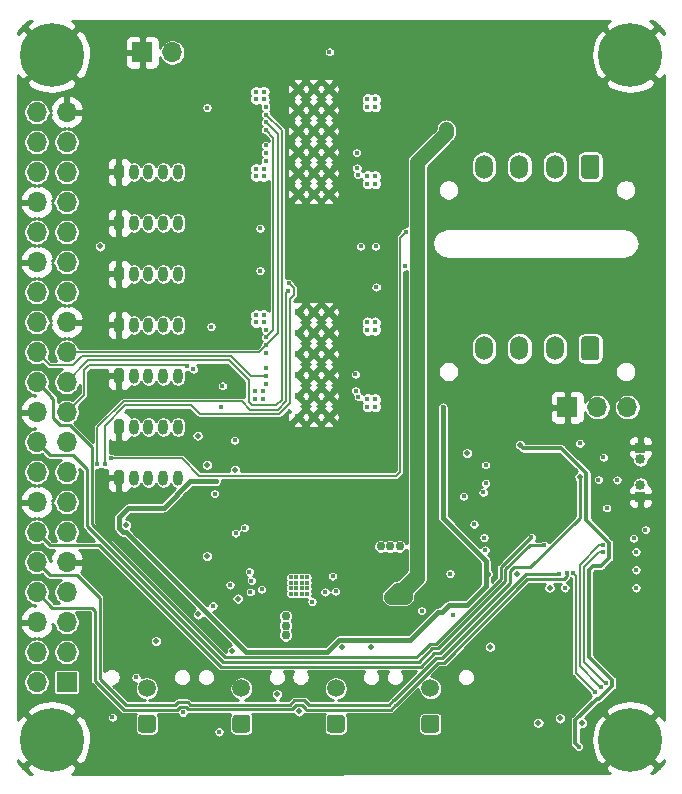
<source format=gbr>
G04 #@! TF.GenerationSoftware,KiCad,Pcbnew,(5.1.6)-1*
G04 #@! TF.CreationDate,2021-04-28T12:48:03+02:00*
G04 #@! TF.ProjectId,rysboard,72797362-6f61-4726-942e-6b696361645f,4.2*
G04 #@! TF.SameCoordinates,Original*
G04 #@! TF.FileFunction,Copper,L3,Inr*
G04 #@! TF.FilePolarity,Positive*
%FSLAX46Y46*%
G04 Gerber Fmt 4.6, Leading zero omitted, Abs format (unit mm)*
G04 Created by KiCad (PCBNEW (5.1.6)-1) date 2021-04-28 12:48:03*
%MOMM*%
%LPD*%
G01*
G04 APERTURE LIST*
G04 #@! TA.AperFunction,ViaPad*
%ADD10O,1.500000X2.020000*%
G04 #@! TD*
G04 #@! TA.AperFunction,ViaPad*
%ADD11C,5.400000*%
G04 #@! TD*
G04 #@! TA.AperFunction,ViaPad*
%ADD12C,0.600000*%
G04 #@! TD*
G04 #@! TA.AperFunction,ViaPad*
%ADD13O,0.800000X1.300000*%
G04 #@! TD*
G04 #@! TA.AperFunction,ViaPad*
%ADD14O,1.700000X1.700000*%
G04 #@! TD*
G04 #@! TA.AperFunction,ViaPad*
%ADD15R,1.700000X1.700000*%
G04 #@! TD*
G04 #@! TA.AperFunction,ViaPad*
%ADD16C,1.500000*%
G04 #@! TD*
G04 #@! TA.AperFunction,ViaPad*
%ADD17O,0.850000X0.850000*%
G04 #@! TD*
G04 #@! TA.AperFunction,ViaPad*
%ADD18R,0.850000X0.850000*%
G04 #@! TD*
G04 #@! TA.AperFunction,ViaPad*
%ADD19C,0.402000*%
G04 #@! TD*
G04 #@! TA.AperFunction,ViaPad*
%ADD20C,0.500000*%
G04 #@! TD*
G04 #@! TA.AperFunction,ViaPad*
%ADD21C,0.750000*%
G04 #@! TD*
G04 #@! TA.AperFunction,Conductor*
%ADD22C,0.200000*%
G04 #@! TD*
G04 #@! TA.AperFunction,Conductor*
%ADD23C,0.400000*%
G04 #@! TD*
G04 #@! TA.AperFunction,Conductor*
%ADD24C,0.350000*%
G04 #@! TD*
G04 #@! TA.AperFunction,Conductor*
%ADD25C,1.250000*%
G04 #@! TD*
G04 #@! TA.AperFunction,Conductor*
%ADD26C,0.250000*%
G04 #@! TD*
G04 #@! TA.AperFunction,Conductor*
%ADD27C,0.254000*%
G04 #@! TD*
G04 APERTURE END LIST*
D10*
X115400000Y-94025000D03*
X118400000Y-94025000D03*
X121400000Y-94025000D03*
G04 #@! TA.AperFunction,ViaPad*
G36*
G01*
X125150000Y-93265000D02*
X125150000Y-94785000D01*
G75*
G02*
X124900000Y-95035000I-250000J0D01*
G01*
X123900000Y-95035000D01*
G75*
G02*
X123650000Y-94785000I0J250000D01*
G01*
X123650000Y-93265000D01*
G75*
G02*
X123900000Y-93015000I250000J0D01*
G01*
X124900000Y-93015000D01*
G75*
G02*
X125150000Y-93265000I0J-250000D01*
G01*
G37*
G04 #@! TD.AperFunction*
D11*
X127800000Y-127150000D03*
X78800000Y-69150000D03*
X78800000Y-127150000D03*
D10*
X115400000Y-78640000D03*
X118400000Y-78640000D03*
X121400000Y-78640000D03*
G04 #@! TA.AperFunction,ViaPad*
G36*
G01*
X125150000Y-77880000D02*
X125150000Y-79400000D01*
G75*
G02*
X124900000Y-79650000I-250000J0D01*
G01*
X123900000Y-79650000D01*
G75*
G02*
X123650000Y-79400000I0J250000D01*
G01*
X123650000Y-77880000D01*
G75*
G02*
X123900000Y-77630000I250000J0D01*
G01*
X124900000Y-77630000D01*
G75*
G02*
X125150000Y-77880000I0J-250000D01*
G01*
G37*
G04 #@! TD.AperFunction*
D12*
X102250000Y-72050000D03*
X100950000Y-72050000D03*
X99650000Y-72050000D03*
X102250000Y-73830000D03*
X100950000Y-73830000D03*
X99650000Y-73830000D03*
X102250000Y-75610000D03*
X100950000Y-75610000D03*
X99650000Y-75610000D03*
X102250000Y-77390000D03*
X100950000Y-77390000D03*
X99650000Y-77390000D03*
X102250000Y-79170000D03*
X100950000Y-79170000D03*
X99650000Y-79170000D03*
X99650000Y-80950000D03*
X100950000Y-80950000D03*
X102250000Y-80950000D03*
X102250000Y-90925000D03*
X100950000Y-90925000D03*
X99650000Y-90925000D03*
X102250000Y-92705000D03*
X100950000Y-92705000D03*
X99650000Y-92705000D03*
X102250000Y-94485000D03*
X100950000Y-94485000D03*
X99650000Y-94485000D03*
X102250000Y-96265000D03*
X100950000Y-96265000D03*
X99650000Y-96265000D03*
X102250000Y-98045000D03*
X100950000Y-98045000D03*
X99650000Y-98045000D03*
X99650000Y-99825000D03*
X100950000Y-99825000D03*
X102250000Y-99825000D03*
D13*
X89492000Y-104990000D03*
X88242000Y-104990000D03*
X86992000Y-104990000D03*
X85742000Y-104990000D03*
G04 #@! TA.AperFunction,ViaPad*
G36*
G01*
X84092000Y-105440000D02*
X84092000Y-104540000D01*
G75*
G02*
X84292000Y-104340000I200000J0D01*
G01*
X84692000Y-104340000D01*
G75*
G02*
X84892000Y-104540000I0J-200000D01*
G01*
X84892000Y-105440000D01*
G75*
G02*
X84692000Y-105640000I-200000J0D01*
G01*
X84292000Y-105640000D01*
G75*
G02*
X84092000Y-105440000I0J200000D01*
G01*
G37*
G04 #@! TD.AperFunction*
X89492000Y-79082000D03*
X88242000Y-79082000D03*
X86992000Y-79082000D03*
X85742000Y-79082000D03*
G04 #@! TA.AperFunction,ViaPad*
G36*
G01*
X84092000Y-79532000D02*
X84092000Y-78632000D01*
G75*
G02*
X84292000Y-78432000I200000J0D01*
G01*
X84692000Y-78432000D01*
G75*
G02*
X84892000Y-78632000I0J-200000D01*
G01*
X84892000Y-79532000D01*
G75*
G02*
X84692000Y-79732000I-200000J0D01*
G01*
X84292000Y-79732000D01*
G75*
G02*
X84092000Y-79532000I0J200000D01*
G01*
G37*
G04 #@! TD.AperFunction*
X89492000Y-83400000D03*
X88242000Y-83400000D03*
X86992000Y-83400000D03*
X85742000Y-83400000D03*
G04 #@! TA.AperFunction,ViaPad*
G36*
G01*
X84092000Y-83850000D02*
X84092000Y-82950000D01*
G75*
G02*
X84292000Y-82750000I200000J0D01*
G01*
X84692000Y-82750000D01*
G75*
G02*
X84892000Y-82950000I0J-200000D01*
G01*
X84892000Y-83850000D01*
G75*
G02*
X84692000Y-84050000I-200000J0D01*
G01*
X84292000Y-84050000D01*
G75*
G02*
X84092000Y-83850000I0J200000D01*
G01*
G37*
G04 #@! TD.AperFunction*
X89492000Y-87718000D03*
X88242000Y-87718000D03*
X86992000Y-87718000D03*
X85742000Y-87718000D03*
G04 #@! TA.AperFunction,ViaPad*
G36*
G01*
X84092000Y-88168000D02*
X84092000Y-87268000D01*
G75*
G02*
X84292000Y-87068000I200000J0D01*
G01*
X84692000Y-87068000D01*
G75*
G02*
X84892000Y-87268000I0J-200000D01*
G01*
X84892000Y-88168000D01*
G75*
G02*
X84692000Y-88368000I-200000J0D01*
G01*
X84292000Y-88368000D01*
G75*
G02*
X84092000Y-88168000I0J200000D01*
G01*
G37*
G04 #@! TD.AperFunction*
X89492000Y-92036000D03*
X88242000Y-92036000D03*
X86992000Y-92036000D03*
X85742000Y-92036000D03*
G04 #@! TA.AperFunction,ViaPad*
G36*
G01*
X84092000Y-92486000D02*
X84092000Y-91586000D01*
G75*
G02*
X84292000Y-91386000I200000J0D01*
G01*
X84692000Y-91386000D01*
G75*
G02*
X84892000Y-91586000I0J-200000D01*
G01*
X84892000Y-92486000D01*
G75*
G02*
X84692000Y-92686000I-200000J0D01*
G01*
X84292000Y-92686000D01*
G75*
G02*
X84092000Y-92486000I0J200000D01*
G01*
G37*
G04 #@! TD.AperFunction*
X89492000Y-96354000D03*
X88242000Y-96354000D03*
X86992000Y-96354000D03*
X85742000Y-96354000D03*
G04 #@! TA.AperFunction,ViaPad*
G36*
G01*
X84092000Y-96804000D02*
X84092000Y-95904000D01*
G75*
G02*
X84292000Y-95704000I200000J0D01*
G01*
X84692000Y-95704000D01*
G75*
G02*
X84892000Y-95904000I0J-200000D01*
G01*
X84892000Y-96804000D01*
G75*
G02*
X84692000Y-97004000I-200000J0D01*
G01*
X84292000Y-97004000D01*
G75*
G02*
X84092000Y-96804000I0J200000D01*
G01*
G37*
G04 #@! TD.AperFunction*
X89492000Y-100672000D03*
X88242000Y-100672000D03*
X86992000Y-100672000D03*
X85742000Y-100672000D03*
G04 #@! TA.AperFunction,ViaPad*
G36*
G01*
X84092000Y-101122000D02*
X84092000Y-100222000D01*
G75*
G02*
X84292000Y-100022000I200000J0D01*
G01*
X84692000Y-100022000D01*
G75*
G02*
X84892000Y-100222000I0J-200000D01*
G01*
X84892000Y-101122000D01*
G75*
G02*
X84692000Y-101322000I-200000J0D01*
G01*
X84292000Y-101322000D01*
G75*
G02*
X84092000Y-101122000I0J200000D01*
G01*
G37*
G04 #@! TD.AperFunction*
D14*
X77524500Y-74011100D03*
X80064500Y-74011100D03*
X77524500Y-76551100D03*
X80064500Y-76551100D03*
X77524500Y-79091100D03*
X80064500Y-79091100D03*
X77524500Y-81631100D03*
X80064500Y-81631100D03*
X77524500Y-84171100D03*
X80064500Y-84171100D03*
X77524500Y-86711100D03*
X80064500Y-86711100D03*
X77524500Y-89251100D03*
X80064500Y-89251100D03*
X77524500Y-91791100D03*
X80064500Y-91791100D03*
X77524500Y-94331100D03*
X80064500Y-94331100D03*
X77524500Y-96871100D03*
X80064500Y-96871100D03*
X77524500Y-99411100D03*
X80064500Y-99411100D03*
X77524500Y-101951100D03*
X80064500Y-101951100D03*
X77524500Y-104491100D03*
X80064500Y-104491100D03*
X77524500Y-107031100D03*
X80064500Y-107031100D03*
X77524500Y-109571100D03*
X80064500Y-109571100D03*
X77524500Y-112111100D03*
X80064500Y-112111100D03*
X77524500Y-114651100D03*
X80064500Y-114651100D03*
X77524500Y-117191100D03*
X80064500Y-117191100D03*
X77524500Y-119731100D03*
X80064500Y-119731100D03*
X77524500Y-122271100D03*
D15*
X80064500Y-122271100D03*
D11*
X127800000Y-69150000D03*
D16*
X102856000Y-122800000D03*
G04 #@! TA.AperFunction,ViaPad*
G36*
G01*
X103606000Y-125300000D02*
X103606000Y-126300000D01*
G75*
G02*
X103356000Y-126550000I-250000J0D01*
G01*
X102356000Y-126550000D01*
G75*
G02*
X102106000Y-126300000I0J250000D01*
G01*
X102106000Y-125300000D01*
G75*
G02*
X102356000Y-125050000I250000J0D01*
G01*
X103356000Y-125050000D01*
G75*
G02*
X103606000Y-125300000I0J-250000D01*
G01*
G37*
G04 #@! TD.AperFunction*
X94856000Y-122800000D03*
G04 #@! TA.AperFunction,ViaPad*
G36*
G01*
X95606000Y-125300000D02*
X95606000Y-126300000D01*
G75*
G02*
X95356000Y-126550000I-250000J0D01*
G01*
X94356000Y-126550000D01*
G75*
G02*
X94106000Y-126300000I0J250000D01*
G01*
X94106000Y-125300000D01*
G75*
G02*
X94356000Y-125050000I250000J0D01*
G01*
X95356000Y-125050000D01*
G75*
G02*
X95606000Y-125300000I0J-250000D01*
G01*
G37*
G04 #@! TD.AperFunction*
X86856000Y-122800000D03*
G04 #@! TA.AperFunction,ViaPad*
G36*
G01*
X87606000Y-125300000D02*
X87606000Y-126300000D01*
G75*
G02*
X87356000Y-126550000I-250000J0D01*
G01*
X86356000Y-126550000D01*
G75*
G02*
X86106000Y-126300000I0J250000D01*
G01*
X86106000Y-125300000D01*
G75*
G02*
X86356000Y-125050000I250000J0D01*
G01*
X87356000Y-125050000D01*
G75*
G02*
X87606000Y-125300000I0J-250000D01*
G01*
G37*
G04 #@! TD.AperFunction*
X110856000Y-122800000D03*
G04 #@! TA.AperFunction,ViaPad*
G36*
G01*
X111606000Y-125300000D02*
X111606000Y-126300000D01*
G75*
G02*
X111356000Y-126550000I-250000J0D01*
G01*
X110356000Y-126550000D01*
G75*
G02*
X110106000Y-126300000I0J250000D01*
G01*
X110106000Y-125300000D01*
G75*
G02*
X110356000Y-125050000I250000J0D01*
G01*
X111356000Y-125050000D01*
G75*
G02*
X111606000Y-125300000I0J-250000D01*
G01*
G37*
G04 #@! TD.AperFunction*
D14*
X127530000Y-99000000D03*
X124990000Y-99000000D03*
D15*
X122450000Y-99000000D03*
D14*
X89000000Y-68960000D03*
D15*
X86460000Y-68960000D03*
D17*
X128635001Y-103425001D03*
D18*
X128635001Y-102425001D03*
D17*
X128630000Y-105570000D03*
D18*
X128630000Y-106570000D03*
D19*
X99953500Y-108846500D03*
X99253500Y-108846500D03*
X99253500Y-109346500D03*
X99253500Y-109846500D03*
X99253500Y-110346500D03*
X99273250Y-110826750D03*
X99953500Y-109346500D03*
X99953500Y-109846500D03*
X99953500Y-110346500D03*
X99953500Y-110846500D03*
X98553500Y-108846500D03*
X98553500Y-109346500D03*
X98553500Y-109846500D03*
X98553500Y-110346500D03*
X98553500Y-110846500D03*
D20*
X90100000Y-110300000D03*
X90500000Y-109900000D03*
X91000000Y-109400000D03*
X91450000Y-108950000D03*
X92150010Y-108849990D03*
X92149990Y-109650010D03*
X91600000Y-109900000D03*
X91200000Y-110300000D03*
X90700000Y-110800000D03*
D19*
X105372500Y-97030000D03*
X106510000Y-77740000D03*
X113935011Y-112064989D03*
X112935011Y-112064989D03*
X96930000Y-73580000D03*
X96930000Y-92450000D03*
X104502882Y-96215958D03*
X104540000Y-97600000D03*
X104640000Y-78751000D03*
X104630000Y-77460000D03*
X108740000Y-87040000D03*
X92290000Y-92170000D03*
X91950000Y-73630000D03*
X96750000Y-72280000D03*
X96750000Y-72929001D03*
X96090000Y-72929001D03*
X96750000Y-78800000D03*
X96090000Y-78800000D03*
X96750000Y-79449001D03*
X96090000Y-79449001D03*
X106190000Y-72900000D03*
X105530000Y-72900000D03*
X106190000Y-73549001D03*
X105530000Y-73549001D03*
X106190000Y-79420000D03*
X105530000Y-79420000D03*
X106190000Y-80069001D03*
X105530000Y-80069001D03*
X96040999Y-97640000D03*
X96040999Y-98300000D03*
X96690000Y-97640000D03*
X96690000Y-98300000D03*
X96090000Y-91829001D03*
X96750000Y-91829001D03*
X96090000Y-91180000D03*
X96750000Y-91180000D03*
X105530000Y-98949001D03*
X106190000Y-98949001D03*
X105530000Y-98300000D03*
X106190000Y-98300000D03*
X105530000Y-91800999D03*
X106180000Y-91800999D03*
X106190000Y-92460000D03*
X105530000Y-92460000D03*
X96090000Y-72280000D03*
X94300000Y-101820000D03*
X95700000Y-113700000D03*
X102600000Y-113300000D03*
D20*
X115906001Y-119280000D03*
X82891980Y-85390000D03*
D19*
X96930000Y-77480000D03*
X96930000Y-96360000D03*
X96930000Y-74880000D03*
X96930000Y-93750000D03*
X96930000Y-74220000D03*
X96930000Y-94400000D03*
X90250000Y-95531120D03*
X104769673Y-98139673D03*
X104707938Y-79321408D03*
X108774000Y-84170000D03*
X83830000Y-103340000D03*
X96930000Y-93100000D03*
X96930000Y-75530000D03*
X98850693Y-89148989D03*
X82666000Y-103850000D03*
X104950000Y-85380000D03*
X98860000Y-88500000D03*
X83320000Y-103840000D03*
X96930000Y-95700000D03*
X106270000Y-88830000D03*
X96930000Y-76820000D03*
X106240000Y-85370000D03*
X96930000Y-97000000D03*
X96430000Y-83870000D03*
X96930000Y-78130000D03*
X96440000Y-87450000D03*
D20*
X91950000Y-111620000D03*
D19*
X115750000Y-113110000D03*
X92730000Y-105280000D03*
X111930000Y-98980000D03*
X90802500Y-95807500D03*
D20*
X118450000Y-102200000D03*
D19*
X123410000Y-127730000D03*
X102850000Y-114600000D03*
X101950000Y-114650000D03*
X112520000Y-113089989D03*
D20*
X112210000Y-75460000D03*
D19*
X108700000Y-114490000D03*
X108090137Y-114490137D03*
X108700000Y-115030000D03*
X107550137Y-115030137D03*
D20*
X87650000Y-118800000D03*
X91200000Y-116550000D03*
X97900000Y-123300000D03*
X94050000Y-119650000D03*
D19*
X121720000Y-113090000D03*
X122390000Y-113040990D03*
X93130000Y-99010000D03*
X120480000Y-110700000D03*
X119420000Y-110020000D03*
D20*
X123495000Y-104880000D03*
X103400000Y-119300000D03*
X105850000Y-119300000D03*
D19*
X115400000Y-110040000D03*
X113689000Y-106550000D03*
X99960000Y-113401010D03*
X99500000Y-113401010D03*
X100420000Y-113401010D03*
X99040000Y-113401010D03*
X100419007Y-113861010D03*
X100419007Y-114321010D03*
X100419007Y-114781010D03*
X99966418Y-114781010D03*
X99500000Y-114781010D03*
X99040000Y-114781010D03*
X99966418Y-114321010D03*
X99500000Y-114321010D03*
X99040000Y-114321010D03*
X99040000Y-113861010D03*
X99500000Y-113861010D03*
X99966418Y-113861010D03*
X96580000Y-114420000D03*
X110126000Y-116235000D03*
X92456000Y-115824000D03*
X112800000Y-116560000D03*
X125520000Y-103230000D03*
X95520000Y-112930000D03*
X125803121Y-107540000D03*
X92590000Y-106340000D03*
X126660000Y-105160000D03*
X128270000Y-111252000D03*
X92964000Y-126492000D03*
D20*
X85090000Y-108966000D03*
D19*
X128270000Y-112776000D03*
X83940000Y-125250000D03*
X128270000Y-114300000D03*
D20*
X120950000Y-114300000D03*
X118210000Y-113089989D03*
D19*
X123520000Y-102050000D03*
X129057500Y-109372500D03*
D20*
X91969998Y-103880000D03*
D19*
X125090000Y-105140000D03*
X122250000Y-114300000D03*
X115330000Y-106210000D03*
D20*
X94550000Y-115200000D03*
D19*
X100835008Y-115472602D03*
D20*
X120000000Y-125720000D03*
X121820000Y-125340000D03*
X123700000Y-125750000D03*
D19*
X125290000Y-122720000D03*
X125450000Y-110710000D03*
X124800000Y-123140000D03*
X122960000Y-113040989D03*
X125450000Y-111262003D03*
X125703222Y-122354003D03*
D20*
X99750000Y-124750000D03*
D19*
X89910000Y-124850000D03*
X93900000Y-114050000D03*
X115560000Y-105440000D03*
X85930000Y-121870000D03*
X95605713Y-114643951D03*
X115550000Y-103900000D03*
X115480000Y-111088989D03*
X93240000Y-97200000D03*
D20*
X94300000Y-104300000D03*
D19*
X94370000Y-109660000D03*
D21*
X98600000Y-116700000D03*
X98600000Y-117500000D03*
X98600000Y-118300000D03*
X106650000Y-110790000D03*
X107450000Y-110790000D03*
X108250000Y-110790000D03*
D19*
X95120000Y-109190000D03*
D20*
X113960000Y-102900000D03*
D19*
X102300000Y-68920000D03*
X128080286Y-110108927D03*
D20*
X91150000Y-101410000D03*
D19*
X114551001Y-108900000D03*
D22*
X96930000Y-96360000D02*
X95640000Y-96360000D01*
X93961110Y-94681110D02*
X81342492Y-94681110D01*
X95640000Y-96360000D02*
X93961110Y-94681110D01*
X78624501Y-95431101D02*
X77524500Y-94331100D01*
X80592501Y-95431101D02*
X78624501Y-95431101D01*
X81342492Y-94681110D02*
X80592501Y-95431101D01*
X96947482Y-74880000D02*
X96930000Y-74880000D01*
X97931011Y-75863529D02*
X96947482Y-74880000D01*
X97931011Y-92748989D02*
X97931011Y-75863529D01*
X96930000Y-93750000D02*
X97931011Y-92748989D01*
X96348900Y-94331100D02*
X96930000Y-93750000D01*
X80064500Y-94331100D02*
X96348900Y-94331100D01*
X81904480Y-95031120D02*
X80064500Y-96871100D01*
X93816132Y-95031120D02*
X81904480Y-95031120D01*
X95489998Y-96704986D02*
X93816132Y-95031120D01*
X98281021Y-75571021D02*
X98281021Y-98358979D01*
X97788999Y-98851001D02*
X95776518Y-98851001D01*
X95489998Y-98564481D02*
X95489998Y-96704986D01*
X96930000Y-74220000D02*
X98281021Y-75571021D01*
X98281021Y-98358979D02*
X97788999Y-98851001D01*
X95776518Y-98851001D02*
X95489998Y-98564481D01*
X90172870Y-95453990D02*
X81976598Y-95453990D01*
X90250000Y-95531120D02*
X90250000Y-95531120D01*
X81976598Y-95453990D02*
X81540000Y-95890588D01*
X81540000Y-97935600D02*
X80064500Y-99411100D01*
X81540000Y-95890588D02*
X81540000Y-97935600D01*
X90250000Y-95531120D02*
X90172870Y-95453990D01*
X108288999Y-84655001D02*
X108288999Y-104461001D01*
X108774000Y-84170000D02*
X108288999Y-84655001D01*
X107949999Y-104800001D02*
X91280001Y-104800001D01*
X108288999Y-104461001D02*
X107949999Y-104800001D01*
X89820000Y-103340000D02*
X83830000Y-103340000D01*
X91280001Y-104800001D02*
X89820000Y-103340000D01*
X97581001Y-76181001D02*
X96930000Y-75530000D01*
X97581001Y-92448999D02*
X97581001Y-76181001D01*
X96930000Y-93100000D02*
X97581001Y-92448999D01*
X98850693Y-89148989D02*
X98649682Y-89350000D01*
X98649682Y-89400318D02*
X98631031Y-89418969D01*
X98649682Y-89350000D02*
X98649682Y-89400318D01*
X98631031Y-98503957D02*
X97933977Y-99201011D01*
X98631031Y-89418969D02*
X98631031Y-98503957D01*
X95631540Y-99201011D02*
X94930000Y-98499471D01*
X97933977Y-99201011D02*
X95631540Y-99201011D01*
X85378117Y-98499471D02*
X85377588Y-98500000D01*
X94930000Y-98499471D02*
X85378117Y-98499471D01*
X82666000Y-100716600D02*
X82666000Y-103850000D01*
X85378117Y-98499471D02*
X84883129Y-98499471D01*
X84883129Y-98499471D02*
X82666000Y-100716600D01*
X98860000Y-88500000D02*
X99301694Y-88941694D01*
X99301694Y-88941694D02*
X99301694Y-89498306D01*
X98981041Y-89818959D02*
X99301694Y-89498306D01*
X98981041Y-91520000D02*
X98981041Y-89818959D01*
X98981041Y-98648935D02*
X98078955Y-99551021D01*
X98981041Y-91520000D02*
X98981041Y-98648935D01*
X98078955Y-99551021D02*
X95578979Y-99551021D01*
X95578979Y-99551021D02*
X91321540Y-99551021D01*
X91321540Y-99551021D02*
X90620000Y-98849481D01*
X85027580Y-98850008D02*
X83320000Y-100557588D01*
X90620000Y-98849481D02*
X90619473Y-98850008D01*
X90619473Y-98850008D02*
X85027580Y-98850008D01*
X83320000Y-100557588D02*
X83320000Y-103840000D01*
D23*
X111930000Y-108354471D02*
X115565529Y-111990000D01*
X111930000Y-98980000D02*
X111930000Y-108354471D01*
X115565529Y-112925529D02*
X115750000Y-113110000D01*
X115565529Y-111990000D02*
X115565529Y-112925529D01*
X88290000Y-107530000D02*
X90540000Y-105280000D01*
X84489999Y-109254001D02*
X84489999Y-108340001D01*
X84801999Y-109566001D02*
X84489999Y-109254001D01*
X111830000Y-116350000D02*
X111520000Y-116350000D01*
X95219991Y-119699991D02*
X85086001Y-109566001D01*
X112430000Y-115750000D02*
X111830000Y-116350000D01*
X102140009Y-119699991D02*
X95219991Y-119699991D01*
X115565529Y-112925529D02*
X115565529Y-114142604D01*
X109170001Y-118699999D02*
X103140001Y-118699999D01*
X90540000Y-105280000D02*
X92730000Y-105280000D01*
X85300000Y-107530000D02*
X88290000Y-107530000D01*
X113958133Y-115750000D02*
X112430000Y-115750000D01*
X115565529Y-114142604D02*
X113958133Y-115750000D01*
X85086001Y-109566001D02*
X84801999Y-109566001D01*
X84489999Y-108340001D02*
X85300000Y-107530000D01*
X111520000Y-116350000D02*
X109170001Y-118699999D01*
X103140001Y-118699999D02*
X102140009Y-119699991D01*
D24*
X118730000Y-102480000D02*
X118450000Y-102200000D01*
X121946002Y-102480000D02*
X118730000Y-102480000D01*
X124070001Y-104603999D02*
X121946002Y-102480000D01*
X124040000Y-108550000D02*
X124070001Y-108519999D01*
X125976001Y-110486001D02*
X124040000Y-108550000D01*
X125976001Y-111753999D02*
X125976001Y-110486001D01*
X124932997Y-123666001D02*
X125169706Y-123666001D01*
X123124999Y-125473999D02*
X124932997Y-123666001D01*
X125169706Y-123666001D02*
X126229223Y-122606484D01*
X123124999Y-127444999D02*
X123124999Y-125473999D01*
X124650000Y-112440000D02*
X125290000Y-112440000D01*
X123410000Y-127730000D02*
X123124999Y-127444999D01*
X124070001Y-108519999D02*
X124070001Y-104603999D01*
X126229223Y-122606484D02*
X126229223Y-122101522D01*
X124305020Y-120177319D02*
X124305020Y-112784980D01*
X126229223Y-122101522D02*
X124305020Y-120177319D01*
X124305020Y-112784980D02*
X124650000Y-112440000D01*
X125290000Y-112440000D02*
X125976001Y-111753999D01*
D25*
X112210000Y-75813553D02*
X109750000Y-78273553D01*
X112210000Y-75460000D02*
X112210000Y-75813553D01*
X109750000Y-78273553D02*
X109750000Y-110319989D01*
D26*
X109750000Y-113980000D02*
X108700000Y-115030000D01*
X109750000Y-110319989D02*
X109750000Y-113980000D01*
X107550274Y-115030000D02*
X107550137Y-115030137D01*
X107550137Y-115030137D02*
X108090137Y-114490137D01*
X108699863Y-114490137D02*
X108700000Y-114490000D01*
X108090137Y-114490137D02*
X108699863Y-114490137D01*
D25*
X109750000Y-113200000D02*
X107920000Y-115030000D01*
X109750000Y-110319989D02*
X109750000Y-113200000D01*
D26*
X108700000Y-115030000D02*
X107920000Y-115030000D01*
X107920000Y-115030000D02*
X107550274Y-115030000D01*
D25*
X108699863Y-115030137D02*
X108700000Y-115030000D01*
X107550137Y-115030137D02*
X108699863Y-115030137D01*
X108700000Y-115030000D02*
X108700000Y-114490000D01*
X108090274Y-114490000D02*
X107550137Y-115030137D01*
X108700000Y-114490000D02*
X108090274Y-114490000D01*
X109750000Y-113440000D02*
X109750000Y-113200000D01*
X108700000Y-114490000D02*
X109750000Y-113440000D01*
D26*
X111851990Y-120225001D02*
X118986991Y-113090000D01*
X107748297Y-123825003D02*
X111348298Y-120225001D01*
X107729299Y-123825003D02*
X107748297Y-123825003D01*
X107344312Y-124209990D02*
X107729299Y-123825003D01*
X100167690Y-123824989D02*
X100552691Y-124209990D01*
X100552691Y-124209990D02*
X107344312Y-124209990D01*
X99332310Y-123824989D02*
X100167690Y-123824989D01*
X82860000Y-115150000D02*
X82860000Y-122011002D01*
X82860000Y-122011002D02*
X85058987Y-124209990D01*
X90304170Y-123973989D02*
X90513169Y-124182988D01*
X118986991Y-113090000D02*
X119110000Y-113090000D01*
X111348298Y-120225001D02*
X111851990Y-120225001D01*
X89264312Y-124209990D02*
X89500312Y-123973989D01*
X119110000Y-113090000D02*
X121720000Y-113090000D01*
X77524500Y-112111100D02*
X78649501Y-113236101D01*
X80946101Y-113236101D02*
X82860000Y-115150000D01*
X85058987Y-124209990D02*
X89264312Y-124209990D01*
X78649501Y-113236101D02*
X80946101Y-113236101D01*
X89500312Y-123973989D02*
X90304170Y-123973989D01*
X90513169Y-124182988D02*
X98974312Y-124182988D01*
X98974312Y-124182988D02*
X99332310Y-123824989D01*
X122390000Y-113124482D02*
X122390000Y-113040990D01*
X122149245Y-113566001D02*
X122390000Y-113325246D01*
X119076688Y-113566001D02*
X122149245Y-113566001D01*
X111513987Y-120625011D02*
X112017679Y-120625011D01*
X112017679Y-120625011D02*
X119076688Y-113566001D01*
X107913987Y-124225011D02*
X111513987Y-120625011D01*
X107894989Y-124225011D02*
X107913987Y-124225011D01*
X100360000Y-124610000D02*
X107510000Y-124610000D01*
X99497999Y-124224999D02*
X100002001Y-124224999D01*
X107510000Y-124610000D02*
X107894989Y-124225011D01*
X90138481Y-124373999D02*
X90347480Y-124582998D01*
X90347480Y-124582998D02*
X99140000Y-124582998D01*
X100002001Y-124224999D02*
X100360000Y-124582998D01*
X89590000Y-124450000D02*
X89666001Y-124373999D01*
X89666001Y-124373999D02*
X90138481Y-124373999D01*
X122390000Y-113325246D02*
X122390000Y-113040990D01*
X100360000Y-124582998D02*
X100360000Y-124610000D01*
X99140000Y-124582998D02*
X99497999Y-124224999D01*
X82188290Y-115968300D02*
X78841700Y-115968300D01*
X78841700Y-115968300D02*
X77524500Y-114651100D01*
X82459990Y-116240000D02*
X82188290Y-115968300D01*
X89666001Y-124373999D02*
X89666001Y-124389517D01*
X89445518Y-124610000D02*
X84893300Y-124610000D01*
X89666001Y-124389517D02*
X89445518Y-124610000D01*
X82459990Y-122176691D02*
X82459990Y-116240000D01*
X84893300Y-124610000D02*
X82459990Y-122176691D01*
X81789990Y-104261590D02*
X80604501Y-103076101D01*
X81789990Y-109095689D02*
X81789990Y-104261590D01*
X78649501Y-103076101D02*
X77524500Y-101951100D01*
X93269312Y-120575011D02*
X81789990Y-109095689D01*
X120480000Y-110700000D02*
X119257288Y-110700000D01*
X80604501Y-103076101D02*
X78649501Y-103076101D01*
X119257288Y-110700000D02*
X117219990Y-112737298D01*
X117219990Y-112737298D02*
X117219990Y-113725605D01*
X93269312Y-120575011D02*
X109866891Y-120575011D01*
X109866891Y-120575011D02*
X111016920Y-119424981D01*
X111016920Y-119424981D02*
X111520614Y-119424981D01*
X111520614Y-119424981D02*
X117219990Y-113725605D01*
X78649501Y-97996101D02*
X77524500Y-96871100D01*
X116819980Y-113559917D02*
X116819980Y-112571609D01*
X111354926Y-119024971D02*
X116819980Y-113559917D01*
X110851231Y-119024971D02*
X111354926Y-119024971D01*
X77524500Y-96871100D02*
X78939499Y-98286099D01*
X119371590Y-110020000D02*
X119420000Y-110020000D01*
X78939499Y-98286099D02*
X78939499Y-99951101D01*
X93435001Y-120175001D02*
X109684999Y-120175001D01*
X116819980Y-112571609D02*
X119371590Y-110020000D01*
X82190000Y-108930000D02*
X93435001Y-120175001D01*
X109684999Y-120175001D02*
X110043796Y-119816204D01*
X110043796Y-119816204D02*
X110060000Y-119816204D01*
X110060000Y-119816204D02*
X110851231Y-119024971D01*
X82190000Y-102411598D02*
X80314503Y-100536101D01*
X79524499Y-100536101D02*
X78939499Y-99951101D01*
X80314503Y-100536101D02*
X79524499Y-100536101D01*
X82190000Y-108930000D02*
X82190000Y-102411598D01*
X78649501Y-110696101D02*
X77524500Y-109571100D01*
X117957999Y-112564988D02*
X117620000Y-112902987D01*
X119319494Y-112564988D02*
X117957999Y-112564988D01*
X82824704Y-110696101D02*
X78649501Y-110696101D01*
X123495000Y-104880000D02*
X123495000Y-108389482D01*
X123495000Y-108389482D02*
X119319494Y-112564988D01*
X117620000Y-113891293D02*
X111686302Y-119824991D01*
X111686302Y-119824991D02*
X111182609Y-119824991D01*
X117620000Y-112902987D02*
X117620000Y-113891293D01*
X110032581Y-120975021D02*
X93103623Y-120975021D01*
X111182609Y-119824991D02*
X110032581Y-120975021D01*
X93103623Y-120975021D02*
X82824704Y-110696101D01*
D22*
X125089001Y-122519001D02*
X125089001Y-122499001D01*
X125290000Y-122720000D02*
X125089001Y-122519001D01*
X125089001Y-122499001D02*
X123530000Y-120940000D01*
X125165744Y-110710000D02*
X125450000Y-110710000D01*
X123530000Y-112345744D02*
X125165744Y-110710000D01*
X123530000Y-120940000D02*
X123530000Y-112345744D01*
X122960000Y-113040989D02*
X123179990Y-113260979D01*
X123179990Y-121519990D02*
X124800000Y-123140000D01*
X123179990Y-113260979D02*
X123179990Y-121519990D01*
X125450000Y-111262003D02*
X125108729Y-111262003D01*
X125108729Y-111262003D02*
X123880010Y-112490722D01*
X123880010Y-112490722D02*
X123880010Y-120550010D01*
X125684003Y-122354003D02*
X125703222Y-122354003D01*
X123880010Y-120550010D02*
X125684003Y-122354003D01*
D27*
G36*
X76942008Y-66361096D02*
G01*
X76934411Y-66366172D01*
X76634231Y-66804626D01*
X78800000Y-68970395D01*
X80965769Y-66804626D01*
X80665589Y-66366172D01*
X80499306Y-66277000D01*
X126099858Y-66277000D01*
X125942008Y-66361096D01*
X125934411Y-66366172D01*
X125634231Y-66804626D01*
X127800000Y-68970395D01*
X129965769Y-66804626D01*
X129665589Y-66366172D01*
X129499306Y-66277000D01*
X129618731Y-66277000D01*
X129800150Y-66373462D01*
X130211783Y-66709182D01*
X130550368Y-67118460D01*
X130663184Y-67327110D01*
X130663200Y-67431464D01*
X130588904Y-67292008D01*
X130583828Y-67284411D01*
X130145374Y-66984231D01*
X127979605Y-69150000D01*
X130145374Y-71315769D01*
X130583828Y-71015589D01*
X130663737Y-70866578D01*
X130672267Y-125448481D01*
X130588904Y-125292008D01*
X130583828Y-125284411D01*
X130145374Y-124984231D01*
X127979605Y-127150000D01*
X130145374Y-129315769D01*
X130583828Y-129015589D01*
X130672798Y-128849682D01*
X130672812Y-128936147D01*
X130560937Y-129146553D01*
X130225218Y-129558183D01*
X129815940Y-129896768D01*
X129600569Y-130013218D01*
X129518475Y-130013233D01*
X129657992Y-129938904D01*
X129665589Y-129933828D01*
X129965769Y-129495374D01*
X127800000Y-127329605D01*
X125634231Y-129495374D01*
X125934411Y-129933828D01*
X126083646Y-130013857D01*
X80501747Y-130022145D01*
X80657992Y-129938904D01*
X80665589Y-129933828D01*
X80965769Y-129495374D01*
X78800000Y-127329605D01*
X76634231Y-129495374D01*
X76934411Y-129933828D01*
X77100254Y-130022764D01*
X77004966Y-130022781D01*
X76787847Y-129907337D01*
X76376217Y-129571618D01*
X76037632Y-129162340D01*
X75927373Y-128958419D01*
X75927406Y-128850905D01*
X76011096Y-129007992D01*
X76016172Y-129015589D01*
X76454626Y-129315769D01*
X78620395Y-127150000D01*
X78979605Y-127150000D01*
X81145374Y-129315769D01*
X81583828Y-129015589D01*
X81894296Y-128436644D01*
X82085852Y-127808254D01*
X82151134Y-127154569D01*
X82087634Y-126500707D01*
X81897792Y-125871797D01*
X81588904Y-125292008D01*
X81583828Y-125284411D01*
X81464801Y-125202921D01*
X83462000Y-125202921D01*
X83462000Y-125297079D01*
X83480369Y-125389428D01*
X83516402Y-125476418D01*
X83568713Y-125554707D01*
X83635293Y-125621287D01*
X83713582Y-125673598D01*
X83800572Y-125709631D01*
X83892921Y-125728000D01*
X83987079Y-125728000D01*
X84079428Y-125709631D01*
X84166418Y-125673598D01*
X84244707Y-125621287D01*
X84311287Y-125554707D01*
X84363598Y-125476418D01*
X84399631Y-125389428D01*
X84418000Y-125297079D01*
X84418000Y-125202921D01*
X84399631Y-125110572D01*
X84363598Y-125023582D01*
X84311287Y-124945293D01*
X84244707Y-124878713D01*
X84166418Y-124826402D01*
X84079428Y-124790369D01*
X83987079Y-124772000D01*
X83892921Y-124772000D01*
X83800572Y-124790369D01*
X83713582Y-124826402D01*
X83635293Y-124878713D01*
X83568713Y-124945293D01*
X83516402Y-125023582D01*
X83480369Y-125110572D01*
X83462000Y-125202921D01*
X81464801Y-125202921D01*
X81145374Y-124984231D01*
X78979605Y-127150000D01*
X78620395Y-127150000D01*
X76454626Y-124984231D01*
X76016172Y-125284411D01*
X75928470Y-125447954D01*
X75928670Y-124804626D01*
X76634231Y-124804626D01*
X78800000Y-126970395D01*
X80965769Y-124804626D01*
X80665589Y-124366172D01*
X80086644Y-124055704D01*
X79458254Y-123864148D01*
X78804569Y-123798866D01*
X78150707Y-123862366D01*
X77521797Y-124052208D01*
X76942008Y-124361096D01*
X76934411Y-124366172D01*
X76634231Y-124804626D01*
X75928670Y-124804626D01*
X75929497Y-122160100D01*
X76397500Y-122160100D01*
X76397500Y-122382100D01*
X76440810Y-122599834D01*
X76525766Y-122804935D01*
X76649102Y-122989521D01*
X76806079Y-123146498D01*
X76990665Y-123269834D01*
X77195766Y-123354790D01*
X77413500Y-123398100D01*
X77635500Y-123398100D01*
X77853234Y-123354790D01*
X78058335Y-123269834D01*
X78242921Y-123146498D01*
X78399898Y-122989521D01*
X78523234Y-122804935D01*
X78608190Y-122599834D01*
X78651500Y-122382100D01*
X78651500Y-122160100D01*
X78608190Y-121942366D01*
X78523234Y-121737265D01*
X78399898Y-121552679D01*
X78268319Y-121421100D01*
X78936160Y-121421100D01*
X78936160Y-123121100D01*
X78941508Y-123175401D01*
X78957347Y-123227616D01*
X78983069Y-123275737D01*
X79017684Y-123317916D01*
X79059863Y-123352531D01*
X79107984Y-123378253D01*
X79160199Y-123394092D01*
X79214500Y-123399440D01*
X80914500Y-123399440D01*
X80968801Y-123394092D01*
X81021016Y-123378253D01*
X81069137Y-123352531D01*
X81111316Y-123317916D01*
X81145931Y-123275737D01*
X81171653Y-123227616D01*
X81187492Y-123175401D01*
X81192840Y-123121100D01*
X81192840Y-121421100D01*
X81187492Y-121366799D01*
X81171653Y-121314584D01*
X81145931Y-121266463D01*
X81111316Y-121224284D01*
X81069137Y-121189669D01*
X81021016Y-121163947D01*
X80968801Y-121148108D01*
X80914500Y-121142760D01*
X79214500Y-121142760D01*
X79160199Y-121148108D01*
X79107984Y-121163947D01*
X79059863Y-121189669D01*
X79017684Y-121224284D01*
X78983069Y-121266463D01*
X78957347Y-121314584D01*
X78941508Y-121366799D01*
X78936160Y-121421100D01*
X78268319Y-121421100D01*
X78242921Y-121395702D01*
X78058335Y-121272366D01*
X77853234Y-121187410D01*
X77635500Y-121144100D01*
X77413500Y-121144100D01*
X77195766Y-121187410D01*
X76990665Y-121272366D01*
X76806079Y-121395702D01*
X76649102Y-121552679D01*
X76525766Y-121737265D01*
X76440810Y-121942366D01*
X76397500Y-122160100D01*
X75929497Y-122160100D01*
X75936717Y-99054210D01*
X76083024Y-99054210D01*
X76204345Y-99284100D01*
X77397500Y-99284100D01*
X77397500Y-99264100D01*
X77651500Y-99264100D01*
X77651500Y-99284100D01*
X77671500Y-99284100D01*
X77671500Y-99538100D01*
X77651500Y-99538100D01*
X77651500Y-99558100D01*
X77397500Y-99558100D01*
X77397500Y-99538100D01*
X76204345Y-99538100D01*
X76083024Y-99767990D01*
X76127675Y-99915199D01*
X76252859Y-100178020D01*
X76426912Y-100411369D01*
X76643145Y-100606278D01*
X76893248Y-100755257D01*
X77167609Y-100852581D01*
X77397498Y-100731915D01*
X77397498Y-100827283D01*
X77195766Y-100867410D01*
X76990665Y-100952366D01*
X76806079Y-101075702D01*
X76649102Y-101232679D01*
X76525766Y-101417265D01*
X76440810Y-101622366D01*
X76397500Y-101840100D01*
X76397500Y-102062100D01*
X76440810Y-102279834D01*
X76525766Y-102484935D01*
X76649102Y-102669521D01*
X76806079Y-102826498D01*
X76990665Y-102949834D01*
X77195766Y-103034790D01*
X77413500Y-103078100D01*
X77635500Y-103078100D01*
X77853234Y-103034790D01*
X77985068Y-102980182D01*
X78351280Y-103346394D01*
X78363869Y-103361733D01*
X78379205Y-103374319D01*
X78379207Y-103374321D01*
X78425081Y-103411969D01*
X78494917Y-103449298D01*
X78565315Y-103470652D01*
X78570695Y-103472284D01*
X78629754Y-103478101D01*
X78629761Y-103478101D01*
X78649501Y-103480045D01*
X78669240Y-103478101D01*
X79565104Y-103478101D01*
X79530665Y-103492366D01*
X79346079Y-103615702D01*
X79189102Y-103772679D01*
X79065766Y-103957265D01*
X78980810Y-104162366D01*
X78937500Y-104380100D01*
X78937500Y-104602100D01*
X78980810Y-104819834D01*
X79065766Y-105024935D01*
X79189102Y-105209521D01*
X79346079Y-105366498D01*
X79530665Y-105489834D01*
X79735766Y-105574790D01*
X79953500Y-105618100D01*
X80175500Y-105618100D01*
X80393234Y-105574790D01*
X80598335Y-105489834D01*
X80782921Y-105366498D01*
X80939898Y-105209521D01*
X81063234Y-105024935D01*
X81148190Y-104819834D01*
X81191500Y-104602100D01*
X81191500Y-104380100D01*
X81154630Y-104194744D01*
X81387991Y-104428105D01*
X81387990Y-109075950D01*
X81386046Y-109095689D01*
X81387990Y-109115428D01*
X81387990Y-109115435D01*
X81393807Y-109174494D01*
X81416793Y-109250271D01*
X81454122Y-109320108D01*
X81504358Y-109381321D01*
X81519700Y-109393912D01*
X82419889Y-110294101D01*
X80935318Y-110294101D01*
X80939898Y-110289521D01*
X81063234Y-110104935D01*
X81148190Y-109899834D01*
X81191500Y-109682100D01*
X81191500Y-109460100D01*
X81148190Y-109242366D01*
X81063234Y-109037265D01*
X80939898Y-108852679D01*
X80782921Y-108695702D01*
X80598335Y-108572366D01*
X80393234Y-108487410D01*
X80175500Y-108444100D01*
X79953500Y-108444100D01*
X79735766Y-108487410D01*
X79530665Y-108572366D01*
X79346079Y-108695702D01*
X79189102Y-108852679D01*
X79065766Y-109037265D01*
X78980810Y-109242366D01*
X78937500Y-109460100D01*
X78937500Y-109682100D01*
X78980810Y-109899834D01*
X79065766Y-110104935D01*
X79189102Y-110289521D01*
X79193682Y-110294101D01*
X78816015Y-110294101D01*
X78553582Y-110031668D01*
X78608190Y-109899834D01*
X78651500Y-109682100D01*
X78651500Y-109460100D01*
X78608190Y-109242366D01*
X78523234Y-109037265D01*
X78399898Y-108852679D01*
X78242921Y-108695702D01*
X78058335Y-108572366D01*
X77853234Y-108487410D01*
X77651502Y-108447283D01*
X77651502Y-108351915D01*
X77881391Y-108472581D01*
X78155752Y-108375257D01*
X78405855Y-108226278D01*
X78622088Y-108031369D01*
X78796141Y-107798020D01*
X78921325Y-107535199D01*
X78965976Y-107387990D01*
X78844656Y-107158102D01*
X78940683Y-107158102D01*
X78980810Y-107359834D01*
X79065766Y-107564935D01*
X79189102Y-107749521D01*
X79346079Y-107906498D01*
X79530665Y-108029834D01*
X79735766Y-108114790D01*
X79953500Y-108158100D01*
X80175500Y-108158100D01*
X80393234Y-108114790D01*
X80598335Y-108029834D01*
X80782921Y-107906498D01*
X80939898Y-107749521D01*
X81063234Y-107564935D01*
X81148190Y-107359834D01*
X81191500Y-107142100D01*
X81191500Y-106920100D01*
X81148190Y-106702366D01*
X81063234Y-106497265D01*
X80939898Y-106312679D01*
X80782921Y-106155702D01*
X80598335Y-106032366D01*
X80393234Y-105947410D01*
X80175500Y-105904100D01*
X79953500Y-105904100D01*
X79735766Y-105947410D01*
X79530665Y-106032366D01*
X79346079Y-106155702D01*
X79189102Y-106312679D01*
X79065766Y-106497265D01*
X78980810Y-106702366D01*
X78940683Y-106904098D01*
X78844656Y-106904098D01*
X78965976Y-106674210D01*
X78921325Y-106527001D01*
X78796141Y-106264180D01*
X78622088Y-106030831D01*
X78405855Y-105835922D01*
X78155752Y-105686943D01*
X77881391Y-105589619D01*
X77651502Y-105710285D01*
X77651502Y-105614917D01*
X77853234Y-105574790D01*
X78058335Y-105489834D01*
X78242921Y-105366498D01*
X78399898Y-105209521D01*
X78523234Y-105024935D01*
X78608190Y-104819834D01*
X78651500Y-104602100D01*
X78651500Y-104380100D01*
X78608190Y-104162366D01*
X78523234Y-103957265D01*
X78399898Y-103772679D01*
X78242921Y-103615702D01*
X78058335Y-103492366D01*
X77853234Y-103407410D01*
X77635500Y-103364100D01*
X77413500Y-103364100D01*
X77195766Y-103407410D01*
X76990665Y-103492366D01*
X76806079Y-103615702D01*
X76649102Y-103772679D01*
X76525766Y-103957265D01*
X76440810Y-104162366D01*
X76397500Y-104380100D01*
X76397500Y-104602100D01*
X76440810Y-104819834D01*
X76525766Y-105024935D01*
X76649102Y-105209521D01*
X76806079Y-105366498D01*
X76990665Y-105489834D01*
X77195766Y-105574790D01*
X77397498Y-105614917D01*
X77397498Y-105710285D01*
X77167609Y-105589619D01*
X76893248Y-105686943D01*
X76643145Y-105835922D01*
X76426912Y-106030831D01*
X76252859Y-106264180D01*
X76127675Y-106527001D01*
X76083024Y-106674210D01*
X76204345Y-106904100D01*
X77397500Y-106904100D01*
X77397500Y-106884100D01*
X77651500Y-106884100D01*
X77651500Y-106904100D01*
X77671500Y-106904100D01*
X77671500Y-107158100D01*
X77651500Y-107158100D01*
X77651500Y-107178100D01*
X77397500Y-107178100D01*
X77397500Y-107158100D01*
X76204345Y-107158100D01*
X76083024Y-107387990D01*
X76127675Y-107535199D01*
X76252859Y-107798020D01*
X76426912Y-108031369D01*
X76643145Y-108226278D01*
X76893248Y-108375257D01*
X77167609Y-108472581D01*
X77397498Y-108351915D01*
X77397498Y-108447283D01*
X77195766Y-108487410D01*
X76990665Y-108572366D01*
X76806079Y-108695702D01*
X76649102Y-108852679D01*
X76525766Y-109037265D01*
X76440810Y-109242366D01*
X76397500Y-109460100D01*
X76397500Y-109682100D01*
X76440810Y-109899834D01*
X76525766Y-110104935D01*
X76649102Y-110289521D01*
X76806079Y-110446498D01*
X76990665Y-110569834D01*
X77195766Y-110654790D01*
X77413500Y-110698100D01*
X77635500Y-110698100D01*
X77853234Y-110654790D01*
X77985068Y-110600182D01*
X78351280Y-110966394D01*
X78363869Y-110981733D01*
X78379205Y-110994319D01*
X78379207Y-110994321D01*
X78425081Y-111031969D01*
X78494917Y-111069298D01*
X78535292Y-111081545D01*
X78570695Y-111092284D01*
X78629754Y-111098101D01*
X78629761Y-111098101D01*
X78649501Y-111100045D01*
X78669240Y-111098101D01*
X78981035Y-111098101D01*
X78966912Y-111110831D01*
X78792859Y-111344180D01*
X78667675Y-111607001D01*
X78623024Y-111754210D01*
X78744344Y-111984098D01*
X78648317Y-111984098D01*
X78608190Y-111782366D01*
X78523234Y-111577265D01*
X78399898Y-111392679D01*
X78242921Y-111235702D01*
X78058335Y-111112366D01*
X77853234Y-111027410D01*
X77635500Y-110984100D01*
X77413500Y-110984100D01*
X77195766Y-111027410D01*
X76990665Y-111112366D01*
X76806079Y-111235702D01*
X76649102Y-111392679D01*
X76525766Y-111577265D01*
X76440810Y-111782366D01*
X76397500Y-112000100D01*
X76397500Y-112222100D01*
X76440810Y-112439834D01*
X76525766Y-112644935D01*
X76649102Y-112829521D01*
X76806079Y-112986498D01*
X76990665Y-113109834D01*
X77195766Y-113194790D01*
X77413500Y-113238100D01*
X77635500Y-113238100D01*
X77853234Y-113194790D01*
X77985068Y-113140182D01*
X78351280Y-113506394D01*
X78363869Y-113521733D01*
X78379205Y-113534319D01*
X78379207Y-113534321D01*
X78425081Y-113571969D01*
X78494917Y-113609298D01*
X78551304Y-113626402D01*
X78570695Y-113632284D01*
X78629754Y-113638101D01*
X78629761Y-113638101D01*
X78649501Y-113640045D01*
X78669240Y-113638101D01*
X79565104Y-113638101D01*
X79530665Y-113652366D01*
X79346079Y-113775702D01*
X79189102Y-113932679D01*
X79065766Y-114117265D01*
X78980810Y-114322366D01*
X78937500Y-114540100D01*
X78937500Y-114762100D01*
X78980810Y-114979834D01*
X79065766Y-115184935D01*
X79189102Y-115369521D01*
X79346079Y-115526498D01*
X79405647Y-115566300D01*
X79008214Y-115566300D01*
X78553582Y-115111669D01*
X78608190Y-114979834D01*
X78651500Y-114762100D01*
X78651500Y-114540100D01*
X78608190Y-114322366D01*
X78523234Y-114117265D01*
X78399898Y-113932679D01*
X78242921Y-113775702D01*
X78058335Y-113652366D01*
X77853234Y-113567410D01*
X77635500Y-113524100D01*
X77413500Y-113524100D01*
X77195766Y-113567410D01*
X76990665Y-113652366D01*
X76806079Y-113775702D01*
X76649102Y-113932679D01*
X76525766Y-114117265D01*
X76440810Y-114322366D01*
X76397500Y-114540100D01*
X76397500Y-114762100D01*
X76440810Y-114979834D01*
X76525766Y-115184935D01*
X76649102Y-115369521D01*
X76806079Y-115526498D01*
X76990665Y-115649834D01*
X77195766Y-115734790D01*
X77397498Y-115774917D01*
X77397498Y-115870285D01*
X77167609Y-115749619D01*
X76893248Y-115846943D01*
X76643145Y-115995922D01*
X76426912Y-116190831D01*
X76252859Y-116424180D01*
X76127675Y-116687001D01*
X76083024Y-116834210D01*
X76204345Y-117064100D01*
X77397500Y-117064100D01*
X77397500Y-117044100D01*
X77651500Y-117044100D01*
X77651500Y-117064100D01*
X77671500Y-117064100D01*
X77671500Y-117318100D01*
X77651500Y-117318100D01*
X77651500Y-117338100D01*
X77397500Y-117338100D01*
X77397500Y-117318100D01*
X76204345Y-117318100D01*
X76083024Y-117547990D01*
X76127675Y-117695199D01*
X76252859Y-117958020D01*
X76426912Y-118191369D01*
X76643145Y-118386278D01*
X76893248Y-118535257D01*
X77167609Y-118632581D01*
X77397498Y-118511915D01*
X77397498Y-118607283D01*
X77195766Y-118647410D01*
X76990665Y-118732366D01*
X76806079Y-118855702D01*
X76649102Y-119012679D01*
X76525766Y-119197265D01*
X76440810Y-119402366D01*
X76397500Y-119620100D01*
X76397500Y-119842100D01*
X76440810Y-120059834D01*
X76525766Y-120264935D01*
X76649102Y-120449521D01*
X76806079Y-120606498D01*
X76990665Y-120729834D01*
X77195766Y-120814790D01*
X77413500Y-120858100D01*
X77635500Y-120858100D01*
X77853234Y-120814790D01*
X78058335Y-120729834D01*
X78242921Y-120606498D01*
X78399898Y-120449521D01*
X78523234Y-120264935D01*
X78608190Y-120059834D01*
X78651500Y-119842100D01*
X78651500Y-119620100D01*
X78937500Y-119620100D01*
X78937500Y-119842100D01*
X78980810Y-120059834D01*
X79065766Y-120264935D01*
X79189102Y-120449521D01*
X79346079Y-120606498D01*
X79530665Y-120729834D01*
X79735766Y-120814790D01*
X79953500Y-120858100D01*
X80175500Y-120858100D01*
X80393234Y-120814790D01*
X80598335Y-120729834D01*
X80782921Y-120606498D01*
X80939898Y-120449521D01*
X81063234Y-120264935D01*
X81148190Y-120059834D01*
X81191500Y-119842100D01*
X81191500Y-119620100D01*
X81148190Y-119402366D01*
X81063234Y-119197265D01*
X80939898Y-119012679D01*
X80782921Y-118855702D01*
X80598335Y-118732366D01*
X80393234Y-118647410D01*
X80175500Y-118604100D01*
X79953500Y-118604100D01*
X79735766Y-118647410D01*
X79530665Y-118732366D01*
X79346079Y-118855702D01*
X79189102Y-119012679D01*
X79065766Y-119197265D01*
X78980810Y-119402366D01*
X78937500Y-119620100D01*
X78651500Y-119620100D01*
X78608190Y-119402366D01*
X78523234Y-119197265D01*
X78399898Y-119012679D01*
X78242921Y-118855702D01*
X78058335Y-118732366D01*
X77853234Y-118647410D01*
X77651502Y-118607283D01*
X77651502Y-118511915D01*
X77881391Y-118632581D01*
X78155752Y-118535257D01*
X78405855Y-118386278D01*
X78622088Y-118191369D01*
X78796141Y-117958020D01*
X78921325Y-117695199D01*
X78965976Y-117547990D01*
X78844656Y-117318102D01*
X78940683Y-117318102D01*
X78980810Y-117519834D01*
X79065766Y-117724935D01*
X79189102Y-117909521D01*
X79346079Y-118066498D01*
X79530665Y-118189834D01*
X79735766Y-118274790D01*
X79953500Y-118318100D01*
X80175500Y-118318100D01*
X80393234Y-118274790D01*
X80598335Y-118189834D01*
X80782921Y-118066498D01*
X80939898Y-117909521D01*
X81063234Y-117724935D01*
X81148190Y-117519834D01*
X81191500Y-117302100D01*
X81191500Y-117080100D01*
X81148190Y-116862366D01*
X81063234Y-116657265D01*
X80939898Y-116472679D01*
X80837519Y-116370300D01*
X82021777Y-116370300D01*
X82057991Y-116406515D01*
X82057990Y-122156952D01*
X82056046Y-122176691D01*
X82057990Y-122196430D01*
X82057990Y-122196437D01*
X82063807Y-122255496D01*
X82086793Y-122331273D01*
X82124122Y-122401110D01*
X82174358Y-122462323D01*
X82189700Y-122474914D01*
X84595082Y-124880296D01*
X84607668Y-124895632D01*
X84668880Y-124945868D01*
X84738717Y-124983197D01*
X84814494Y-125006183D01*
X84873553Y-125012000D01*
X84873560Y-125012000D01*
X84893299Y-125013944D01*
X84913039Y-125012000D01*
X85913745Y-125012000D01*
X85867877Y-125097813D01*
X85837812Y-125196926D01*
X85827660Y-125300000D01*
X85827660Y-126300000D01*
X85837812Y-126403074D01*
X85867877Y-126502187D01*
X85916701Y-126593530D01*
X85982407Y-126673593D01*
X86062470Y-126739299D01*
X86153813Y-126788123D01*
X86252926Y-126818188D01*
X86356000Y-126828340D01*
X87356000Y-126828340D01*
X87459074Y-126818188D01*
X87558187Y-126788123D01*
X87649530Y-126739299D01*
X87729593Y-126673593D01*
X87795299Y-126593530D01*
X87844123Y-126502187D01*
X87861494Y-126444921D01*
X92486000Y-126444921D01*
X92486000Y-126539079D01*
X92504369Y-126631428D01*
X92540402Y-126718418D01*
X92592713Y-126796707D01*
X92659293Y-126863287D01*
X92737582Y-126915598D01*
X92824572Y-126951631D01*
X92916921Y-126970000D01*
X93011079Y-126970000D01*
X93103428Y-126951631D01*
X93190418Y-126915598D01*
X93268707Y-126863287D01*
X93335287Y-126796707D01*
X93387598Y-126718418D01*
X93423631Y-126631428D01*
X93442000Y-126539079D01*
X93442000Y-126444921D01*
X93423631Y-126352572D01*
X93387598Y-126265582D01*
X93335287Y-126187293D01*
X93268707Y-126120713D01*
X93190418Y-126068402D01*
X93103428Y-126032369D01*
X93011079Y-126014000D01*
X92916921Y-126014000D01*
X92824572Y-126032369D01*
X92737582Y-126068402D01*
X92659293Y-126120713D01*
X92592713Y-126187293D01*
X92540402Y-126265582D01*
X92504369Y-126352572D01*
X92486000Y-126444921D01*
X87861494Y-126444921D01*
X87874188Y-126403074D01*
X87884340Y-126300000D01*
X87884340Y-125300000D01*
X87874188Y-125196926D01*
X87844123Y-125097813D01*
X87798255Y-125012000D01*
X89425779Y-125012000D01*
X89445518Y-125013944D01*
X89459936Y-125012524D01*
X89486402Y-125076418D01*
X89538713Y-125154707D01*
X89605293Y-125221287D01*
X89683582Y-125273598D01*
X89770572Y-125309631D01*
X89862921Y-125328000D01*
X89957079Y-125328000D01*
X90049428Y-125309631D01*
X90136418Y-125273598D01*
X90214707Y-125221287D01*
X90281287Y-125154707D01*
X90333598Y-125076418D01*
X90369631Y-124989428D01*
X90370512Y-124984998D01*
X93934323Y-124984998D01*
X93916701Y-125006470D01*
X93867877Y-125097813D01*
X93837812Y-125196926D01*
X93827660Y-125300000D01*
X93827660Y-126300000D01*
X93837812Y-126403074D01*
X93867877Y-126502187D01*
X93916701Y-126593530D01*
X93982407Y-126673593D01*
X94062470Y-126739299D01*
X94153813Y-126788123D01*
X94252926Y-126818188D01*
X94356000Y-126828340D01*
X95356000Y-126828340D01*
X95459074Y-126818188D01*
X95558187Y-126788123D01*
X95649530Y-126739299D01*
X95729593Y-126673593D01*
X95795299Y-126593530D01*
X95844123Y-126502187D01*
X95874188Y-126403074D01*
X95884340Y-126300000D01*
X95884340Y-125300000D01*
X95874188Y-125196926D01*
X95844123Y-125097813D01*
X95795299Y-125006470D01*
X95777677Y-124984998D01*
X99120261Y-124984998D01*
X99140000Y-124986942D01*
X99159739Y-124984998D01*
X99159747Y-124984998D01*
X99218806Y-124979181D01*
X99268292Y-124964170D01*
X99282979Y-124999628D01*
X99340652Y-125085943D01*
X99414057Y-125159348D01*
X99500372Y-125217021D01*
X99596280Y-125256748D01*
X99698095Y-125277000D01*
X99801905Y-125277000D01*
X99903720Y-125256748D01*
X99999628Y-125217021D01*
X100085943Y-125159348D01*
X100159348Y-125085943D01*
X100217021Y-124999628D01*
X100221772Y-124988158D01*
X100281194Y-125006183D01*
X100340253Y-125012000D01*
X100360000Y-125013945D01*
X100379747Y-125012000D01*
X101913745Y-125012000D01*
X101867877Y-125097813D01*
X101837812Y-125196926D01*
X101827660Y-125300000D01*
X101827660Y-126300000D01*
X101837812Y-126403074D01*
X101867877Y-126502187D01*
X101916701Y-126593530D01*
X101982407Y-126673593D01*
X102062470Y-126739299D01*
X102153813Y-126788123D01*
X102252926Y-126818188D01*
X102356000Y-126828340D01*
X103356000Y-126828340D01*
X103459074Y-126818188D01*
X103558187Y-126788123D01*
X103649530Y-126739299D01*
X103729593Y-126673593D01*
X103795299Y-126593530D01*
X103844123Y-126502187D01*
X103874188Y-126403074D01*
X103884340Y-126300000D01*
X103884340Y-125300000D01*
X109827660Y-125300000D01*
X109827660Y-126300000D01*
X109837812Y-126403074D01*
X109867877Y-126502187D01*
X109916701Y-126593530D01*
X109982407Y-126673593D01*
X110062470Y-126739299D01*
X110153813Y-126788123D01*
X110252926Y-126818188D01*
X110356000Y-126828340D01*
X111356000Y-126828340D01*
X111459074Y-126818188D01*
X111558187Y-126788123D01*
X111649530Y-126739299D01*
X111729593Y-126673593D01*
X111795299Y-126593530D01*
X111844123Y-126502187D01*
X111874188Y-126403074D01*
X111884340Y-126300000D01*
X111884340Y-125668095D01*
X119473000Y-125668095D01*
X119473000Y-125771905D01*
X119493252Y-125873720D01*
X119532979Y-125969628D01*
X119590652Y-126055943D01*
X119664057Y-126129348D01*
X119750372Y-126187021D01*
X119846280Y-126226748D01*
X119948095Y-126247000D01*
X120051905Y-126247000D01*
X120153720Y-126226748D01*
X120249628Y-126187021D01*
X120335943Y-126129348D01*
X120409348Y-126055943D01*
X120467021Y-125969628D01*
X120506748Y-125873720D01*
X120527000Y-125771905D01*
X120527000Y-125668095D01*
X120506748Y-125566280D01*
X120467021Y-125470372D01*
X120409348Y-125384057D01*
X120335943Y-125310652D01*
X120302184Y-125288095D01*
X121293000Y-125288095D01*
X121293000Y-125391905D01*
X121313252Y-125493720D01*
X121352979Y-125589628D01*
X121410652Y-125675943D01*
X121484057Y-125749348D01*
X121570372Y-125807021D01*
X121666280Y-125846748D01*
X121768095Y-125867000D01*
X121871905Y-125867000D01*
X121973720Y-125846748D01*
X122069628Y-125807021D01*
X122155943Y-125749348D01*
X122229348Y-125675943D01*
X122287021Y-125589628D01*
X122326748Y-125493720D01*
X122347000Y-125391905D01*
X122347000Y-125288095D01*
X122326748Y-125186280D01*
X122287021Y-125090372D01*
X122229348Y-125004057D01*
X122155943Y-124930652D01*
X122069628Y-124872979D01*
X121973720Y-124833252D01*
X121871905Y-124813000D01*
X121768095Y-124813000D01*
X121666280Y-124833252D01*
X121570372Y-124872979D01*
X121484057Y-124930652D01*
X121410652Y-125004057D01*
X121352979Y-125090372D01*
X121313252Y-125186280D01*
X121293000Y-125288095D01*
X120302184Y-125288095D01*
X120249628Y-125252979D01*
X120153720Y-125213252D01*
X120051905Y-125193000D01*
X119948095Y-125193000D01*
X119846280Y-125213252D01*
X119750372Y-125252979D01*
X119664057Y-125310652D01*
X119590652Y-125384057D01*
X119532979Y-125470372D01*
X119493252Y-125566280D01*
X119473000Y-125668095D01*
X111884340Y-125668095D01*
X111884340Y-125300000D01*
X111874188Y-125196926D01*
X111844123Y-125097813D01*
X111795299Y-125006470D01*
X111729593Y-124926407D01*
X111649530Y-124860701D01*
X111558187Y-124811877D01*
X111459074Y-124781812D01*
X111356000Y-124771660D01*
X110356000Y-124771660D01*
X110252926Y-124781812D01*
X110153813Y-124811877D01*
X110062470Y-124860701D01*
X109982407Y-124926407D01*
X109916701Y-125006470D01*
X109867877Y-125097813D01*
X109837812Y-125196926D01*
X109827660Y-125300000D01*
X103884340Y-125300000D01*
X103874188Y-125196926D01*
X103844123Y-125097813D01*
X103798255Y-125012000D01*
X107490261Y-125012000D01*
X107510000Y-125013944D01*
X107529739Y-125012000D01*
X107529747Y-125012000D01*
X107588806Y-125006183D01*
X107664583Y-124983197D01*
X107734420Y-124945868D01*
X107795632Y-124895632D01*
X107808223Y-124880290D01*
X108115265Y-124573249D01*
X108138407Y-124560879D01*
X108199619Y-124510643D01*
X108212210Y-124495301D01*
X109829000Y-122878511D01*
X109829000Y-122901151D01*
X109868467Y-123099565D01*
X109945885Y-123286467D01*
X110058277Y-123454674D01*
X110201326Y-123597723D01*
X110369533Y-123710115D01*
X110556435Y-123787533D01*
X110754849Y-123827000D01*
X110957151Y-123827000D01*
X111155565Y-123787533D01*
X111342467Y-123710115D01*
X111510674Y-123597723D01*
X111653723Y-123454674D01*
X111766115Y-123286467D01*
X111843533Y-123099565D01*
X111883000Y-122901151D01*
X111883000Y-122698849D01*
X111843533Y-122500435D01*
X111766115Y-122313533D01*
X111653723Y-122145326D01*
X111510674Y-122002277D01*
X111342467Y-121889885D01*
X111155565Y-121812467D01*
X111009798Y-121783472D01*
X113079000Y-121783472D01*
X113079000Y-121936528D01*
X113108859Y-122086643D01*
X113167431Y-122228048D01*
X113252464Y-122355309D01*
X113360691Y-122463536D01*
X113487952Y-122548569D01*
X113629357Y-122607141D01*
X113779472Y-122637000D01*
X113932528Y-122637000D01*
X114082643Y-122607141D01*
X114224048Y-122548569D01*
X114351309Y-122463536D01*
X114459536Y-122355309D01*
X114544569Y-122228048D01*
X114603141Y-122086643D01*
X114633000Y-121936528D01*
X114633000Y-121783472D01*
X114603141Y-121633357D01*
X114544569Y-121491952D01*
X114459536Y-121364691D01*
X114351309Y-121256464D01*
X114224048Y-121171431D01*
X114082643Y-121112859D01*
X113932528Y-121083000D01*
X113779472Y-121083000D01*
X113629357Y-121112859D01*
X113487952Y-121171431D01*
X113360691Y-121256464D01*
X113252464Y-121364691D01*
X113167431Y-121491952D01*
X113108859Y-121633357D01*
X113079000Y-121783472D01*
X111009798Y-121783472D01*
X110957151Y-121773000D01*
X110934512Y-121773000D01*
X111680501Y-121027011D01*
X111997940Y-121027011D01*
X112017679Y-121028955D01*
X112037418Y-121027011D01*
X112037426Y-121027011D01*
X112096485Y-121021194D01*
X112172262Y-120998208D01*
X112242099Y-120960879D01*
X112303311Y-120910643D01*
X112315902Y-120895301D01*
X113983108Y-119228095D01*
X115379001Y-119228095D01*
X115379001Y-119331905D01*
X115399253Y-119433720D01*
X115438980Y-119529628D01*
X115496653Y-119615943D01*
X115570058Y-119689348D01*
X115656373Y-119747021D01*
X115752281Y-119786748D01*
X115854096Y-119807000D01*
X115957906Y-119807000D01*
X116059721Y-119786748D01*
X116155629Y-119747021D01*
X116241944Y-119689348D01*
X116315349Y-119615943D01*
X116373022Y-119529628D01*
X116412749Y-119433720D01*
X116433001Y-119331905D01*
X116433001Y-119228095D01*
X116412749Y-119126280D01*
X116373022Y-119030372D01*
X116315349Y-118944057D01*
X116241944Y-118870652D01*
X116155629Y-118812979D01*
X116059721Y-118773252D01*
X115957906Y-118753000D01*
X115854096Y-118753000D01*
X115752281Y-118773252D01*
X115656373Y-118812979D01*
X115570058Y-118870652D01*
X115496653Y-118944057D01*
X115438980Y-119030372D01*
X115399253Y-119126280D01*
X115379001Y-119228095D01*
X113983108Y-119228095D01*
X119243202Y-113968001D01*
X120538017Y-113968001D01*
X120482979Y-114050372D01*
X120443252Y-114146280D01*
X120423000Y-114248095D01*
X120423000Y-114351905D01*
X120443252Y-114453720D01*
X120482979Y-114549628D01*
X120540652Y-114635943D01*
X120614057Y-114709348D01*
X120700372Y-114767021D01*
X120796280Y-114806748D01*
X120898095Y-114827000D01*
X121001905Y-114827000D01*
X121103720Y-114806748D01*
X121199628Y-114767021D01*
X121285943Y-114709348D01*
X121359348Y-114635943D01*
X121417021Y-114549628D01*
X121456748Y-114453720D01*
X121477000Y-114351905D01*
X121477000Y-114248095D01*
X121456748Y-114146280D01*
X121417021Y-114050372D01*
X121361983Y-113968001D01*
X121906005Y-113968001D01*
X121878713Y-113995293D01*
X121826402Y-114073582D01*
X121790369Y-114160572D01*
X121772000Y-114252921D01*
X121772000Y-114347079D01*
X121790369Y-114439428D01*
X121826402Y-114526418D01*
X121878713Y-114604707D01*
X121945293Y-114671287D01*
X122023582Y-114723598D01*
X122110572Y-114759631D01*
X122202921Y-114778000D01*
X122297079Y-114778000D01*
X122389428Y-114759631D01*
X122476418Y-114723598D01*
X122554707Y-114671287D01*
X122621287Y-114604707D01*
X122673598Y-114526418D01*
X122709631Y-114439428D01*
X122728000Y-114347079D01*
X122728000Y-114252921D01*
X122709631Y-114160572D01*
X122673598Y-114073582D01*
X122621287Y-113995293D01*
X122554707Y-113928713D01*
X122476418Y-113876402D01*
X122428754Y-113856658D01*
X122434877Y-113851633D01*
X122447468Y-113836291D01*
X122660291Y-113623468D01*
X122675632Y-113610878D01*
X122725868Y-113549666D01*
X122763197Y-113479829D01*
X122763999Y-113477186D01*
X122802990Y-113493337D01*
X122802991Y-121501468D01*
X122801167Y-121519990D01*
X122808445Y-121593895D01*
X122830002Y-121664959D01*
X122865010Y-121730453D01*
X122900316Y-121773474D01*
X122900319Y-121773477D01*
X122912122Y-121787859D01*
X122926504Y-121799662D01*
X124324006Y-123197165D01*
X124340369Y-123279428D01*
X124376402Y-123366418D01*
X124428713Y-123444707D01*
X124471890Y-123487884D01*
X122821095Y-125138680D01*
X122803841Y-125152840D01*
X122776398Y-125186280D01*
X122747357Y-125221666D01*
X122705385Y-125300190D01*
X122679539Y-125385392D01*
X122670812Y-125473999D01*
X122673000Y-125496214D01*
X122672999Y-127422794D01*
X122670812Y-127444999D01*
X122679539Y-127533606D01*
X122693441Y-127579433D01*
X122705385Y-127618808D01*
X122747356Y-127697331D01*
X122803840Y-127766158D01*
X122821099Y-127780322D01*
X122978770Y-127937994D01*
X122986402Y-127956418D01*
X123038713Y-128034707D01*
X123105293Y-128101287D01*
X123183582Y-128153598D01*
X123270572Y-128189631D01*
X123362921Y-128208000D01*
X123457079Y-128208000D01*
X123549428Y-128189631D01*
X123636418Y-128153598D01*
X123714707Y-128101287D01*
X123781287Y-128034707D01*
X123833598Y-127956418D01*
X123869631Y-127869428D01*
X123888000Y-127777079D01*
X123888000Y-127682921D01*
X123869631Y-127590572D01*
X123833598Y-127503582D01*
X123781287Y-127425293D01*
X123714707Y-127358713D01*
X123636418Y-127306402D01*
X123617994Y-127298770D01*
X123576999Y-127257776D01*
X123576999Y-127145431D01*
X124448866Y-127145431D01*
X124512366Y-127799293D01*
X124702208Y-128428203D01*
X125011096Y-129007992D01*
X125016172Y-129015589D01*
X125454626Y-129315769D01*
X127620395Y-127150000D01*
X125454626Y-124984231D01*
X125016172Y-125284411D01*
X124705704Y-125863356D01*
X124514148Y-126491746D01*
X124448866Y-127145431D01*
X123576999Y-127145431D01*
X123576999Y-126262858D01*
X123648095Y-126277000D01*
X123751905Y-126277000D01*
X123853720Y-126256748D01*
X123949628Y-126217021D01*
X124035943Y-126159348D01*
X124109348Y-126085943D01*
X124167021Y-125999628D01*
X124206748Y-125903720D01*
X124227000Y-125801905D01*
X124227000Y-125698095D01*
X124206748Y-125596280D01*
X124167021Y-125500372D01*
X124109348Y-125414057D01*
X124035943Y-125340652D01*
X123952994Y-125285228D01*
X124433596Y-124804626D01*
X125634231Y-124804626D01*
X127800000Y-126970395D01*
X129965769Y-124804626D01*
X129665589Y-124366172D01*
X129086644Y-124055704D01*
X128458254Y-123864148D01*
X127804569Y-123798866D01*
X127150707Y-123862366D01*
X126521797Y-124052208D01*
X125942008Y-124361096D01*
X125934411Y-124366172D01*
X125634231Y-124804626D01*
X124433596Y-124804626D01*
X125120222Y-124118001D01*
X125147501Y-124118001D01*
X125169706Y-124120188D01*
X125191911Y-124118001D01*
X125258313Y-124111461D01*
X125343516Y-124085615D01*
X125422039Y-124043644D01*
X125490865Y-123987160D01*
X125505029Y-123969901D01*
X126533135Y-122941797D01*
X126550382Y-122927643D01*
X126606866Y-122858817D01*
X126648837Y-122780294D01*
X126674683Y-122695091D01*
X126677254Y-122668984D01*
X126683410Y-122606485D01*
X126681223Y-122584280D01*
X126681223Y-122123727D01*
X126683410Y-122101522D01*
X126674683Y-122012914D01*
X126648837Y-121927712D01*
X126633391Y-121898814D01*
X126606866Y-121849189D01*
X126550382Y-121780363D01*
X126533128Y-121766203D01*
X124757020Y-119990096D01*
X124757020Y-114252921D01*
X127792000Y-114252921D01*
X127792000Y-114347079D01*
X127810369Y-114439428D01*
X127846402Y-114526418D01*
X127898713Y-114604707D01*
X127965293Y-114671287D01*
X128043582Y-114723598D01*
X128130572Y-114759631D01*
X128222921Y-114778000D01*
X128317079Y-114778000D01*
X128409428Y-114759631D01*
X128496418Y-114723598D01*
X128574707Y-114671287D01*
X128641287Y-114604707D01*
X128693598Y-114526418D01*
X128729631Y-114439428D01*
X128748000Y-114347079D01*
X128748000Y-114252921D01*
X128729631Y-114160572D01*
X128693598Y-114073582D01*
X128641287Y-113995293D01*
X128574707Y-113928713D01*
X128496418Y-113876402D01*
X128409428Y-113840369D01*
X128317079Y-113822000D01*
X128222921Y-113822000D01*
X128130572Y-113840369D01*
X128043582Y-113876402D01*
X127965293Y-113928713D01*
X127898713Y-113995293D01*
X127846402Y-114073582D01*
X127810369Y-114160572D01*
X127792000Y-114252921D01*
X124757020Y-114252921D01*
X124757020Y-112972204D01*
X124837224Y-112892000D01*
X125267795Y-112892000D01*
X125290000Y-112894187D01*
X125312205Y-112892000D01*
X125378607Y-112885460D01*
X125463810Y-112859614D01*
X125542333Y-112817643D01*
X125611159Y-112761159D01*
X125625323Y-112743900D01*
X125640302Y-112728921D01*
X127792000Y-112728921D01*
X127792000Y-112823079D01*
X127810369Y-112915428D01*
X127846402Y-113002418D01*
X127898713Y-113080707D01*
X127965293Y-113147287D01*
X128043582Y-113199598D01*
X128130572Y-113235631D01*
X128222921Y-113254000D01*
X128317079Y-113254000D01*
X128409428Y-113235631D01*
X128496418Y-113199598D01*
X128574707Y-113147287D01*
X128641287Y-113080707D01*
X128693598Y-113002418D01*
X128729631Y-112915428D01*
X128748000Y-112823079D01*
X128748000Y-112728921D01*
X128729631Y-112636572D01*
X128693598Y-112549582D01*
X128641287Y-112471293D01*
X128574707Y-112404713D01*
X128496418Y-112352402D01*
X128409428Y-112316369D01*
X128317079Y-112298000D01*
X128222921Y-112298000D01*
X128130572Y-112316369D01*
X128043582Y-112352402D01*
X127965293Y-112404713D01*
X127898713Y-112471293D01*
X127846402Y-112549582D01*
X127810369Y-112636572D01*
X127792000Y-112728921D01*
X125640302Y-112728921D01*
X126279907Y-112089317D01*
X126297160Y-112075158D01*
X126353644Y-112006332D01*
X126395615Y-111927809D01*
X126421461Y-111842606D01*
X126428001Y-111776204D01*
X126428001Y-111776203D01*
X126430188Y-111753999D01*
X126428001Y-111731794D01*
X126428001Y-111204921D01*
X127792000Y-111204921D01*
X127792000Y-111299079D01*
X127810369Y-111391428D01*
X127846402Y-111478418D01*
X127898713Y-111556707D01*
X127965293Y-111623287D01*
X128043582Y-111675598D01*
X128130572Y-111711631D01*
X128222921Y-111730000D01*
X128317079Y-111730000D01*
X128409428Y-111711631D01*
X128496418Y-111675598D01*
X128574707Y-111623287D01*
X128641287Y-111556707D01*
X128693598Y-111478418D01*
X128729631Y-111391428D01*
X128748000Y-111299079D01*
X128748000Y-111204921D01*
X128729631Y-111112572D01*
X128693598Y-111025582D01*
X128641287Y-110947293D01*
X128574707Y-110880713D01*
X128496418Y-110828402D01*
X128409428Y-110792369D01*
X128317079Y-110774000D01*
X128222921Y-110774000D01*
X128130572Y-110792369D01*
X128043582Y-110828402D01*
X127965293Y-110880713D01*
X127898713Y-110947293D01*
X127846402Y-111025582D01*
X127810369Y-111112572D01*
X127792000Y-111204921D01*
X126428001Y-111204921D01*
X126428001Y-110508206D01*
X126430188Y-110486001D01*
X126421461Y-110397393D01*
X126395615Y-110312191D01*
X126383498Y-110289521D01*
X126353644Y-110233668D01*
X126297160Y-110164842D01*
X126279906Y-110150682D01*
X126191072Y-110061848D01*
X127602286Y-110061848D01*
X127602286Y-110156006D01*
X127620655Y-110248355D01*
X127656688Y-110335345D01*
X127708999Y-110413634D01*
X127775579Y-110480214D01*
X127853868Y-110532525D01*
X127940858Y-110568558D01*
X128033207Y-110586927D01*
X128127365Y-110586927D01*
X128219714Y-110568558D01*
X128306704Y-110532525D01*
X128384993Y-110480214D01*
X128451573Y-110413634D01*
X128503884Y-110335345D01*
X128539917Y-110248355D01*
X128558286Y-110156006D01*
X128558286Y-110061848D01*
X128539917Y-109969499D01*
X128503884Y-109882509D01*
X128451573Y-109804220D01*
X128384993Y-109737640D01*
X128306704Y-109685329D01*
X128219714Y-109649296D01*
X128127365Y-109630927D01*
X128033207Y-109630927D01*
X127940858Y-109649296D01*
X127853868Y-109685329D01*
X127775579Y-109737640D01*
X127708999Y-109804220D01*
X127656688Y-109882509D01*
X127620655Y-109969499D01*
X127602286Y-110061848D01*
X126191072Y-110061848D01*
X125454645Y-109325421D01*
X128579500Y-109325421D01*
X128579500Y-109419579D01*
X128597869Y-109511928D01*
X128633902Y-109598918D01*
X128686213Y-109677207D01*
X128752793Y-109743787D01*
X128831082Y-109796098D01*
X128918072Y-109832131D01*
X129010421Y-109850500D01*
X129104579Y-109850500D01*
X129196928Y-109832131D01*
X129283918Y-109796098D01*
X129362207Y-109743787D01*
X129428787Y-109677207D01*
X129481098Y-109598918D01*
X129517131Y-109511928D01*
X129535500Y-109419579D01*
X129535500Y-109325421D01*
X129517131Y-109233072D01*
X129481098Y-109146082D01*
X129428787Y-109067793D01*
X129362207Y-109001213D01*
X129283918Y-108948902D01*
X129196928Y-108912869D01*
X129104579Y-108894500D01*
X129010421Y-108894500D01*
X128918072Y-108912869D01*
X128831082Y-108948902D01*
X128752793Y-109001213D01*
X128686213Y-109067793D01*
X128633902Y-109146082D01*
X128597869Y-109233072D01*
X128579500Y-109325421D01*
X125454645Y-109325421D01*
X124522001Y-108392778D01*
X124522001Y-107492921D01*
X125325121Y-107492921D01*
X125325121Y-107587079D01*
X125343490Y-107679428D01*
X125379523Y-107766418D01*
X125431834Y-107844707D01*
X125498414Y-107911287D01*
X125576703Y-107963598D01*
X125663693Y-107999631D01*
X125756042Y-108018000D01*
X125850200Y-108018000D01*
X125942549Y-107999631D01*
X126029539Y-107963598D01*
X126107828Y-107911287D01*
X126174408Y-107844707D01*
X126226719Y-107766418D01*
X126262752Y-107679428D01*
X126281121Y-107587079D01*
X126281121Y-107492921D01*
X126262752Y-107400572D01*
X126226719Y-107313582D01*
X126174408Y-107235293D01*
X126107828Y-107168713D01*
X126029539Y-107116402D01*
X125942549Y-107080369D01*
X125850200Y-107062000D01*
X125756042Y-107062000D01*
X125663693Y-107080369D01*
X125576703Y-107116402D01*
X125498414Y-107168713D01*
X125431834Y-107235293D01*
X125379523Y-107313582D01*
X125343490Y-107400572D01*
X125325121Y-107492921D01*
X124522001Y-107492921D01*
X124522001Y-106995000D01*
X127566928Y-106995000D01*
X127579188Y-107119482D01*
X127615498Y-107239180D01*
X127674463Y-107349494D01*
X127753815Y-107446185D01*
X127850506Y-107525537D01*
X127960820Y-107584502D01*
X128080518Y-107620812D01*
X128205000Y-107633072D01*
X128344250Y-107630000D01*
X128503000Y-107471250D01*
X128503000Y-106697000D01*
X128757000Y-106697000D01*
X128757000Y-107471250D01*
X128915750Y-107630000D01*
X129055000Y-107633072D01*
X129179482Y-107620812D01*
X129299180Y-107584502D01*
X129409494Y-107525537D01*
X129506185Y-107446185D01*
X129585537Y-107349494D01*
X129644502Y-107239180D01*
X129680812Y-107119482D01*
X129693072Y-106995000D01*
X129690000Y-106855750D01*
X129531250Y-106697000D01*
X128757000Y-106697000D01*
X128503000Y-106697000D01*
X127728750Y-106697000D01*
X127570000Y-106855750D01*
X127566928Y-106995000D01*
X124522001Y-106995000D01*
X124522001Y-106145000D01*
X127566928Y-106145000D01*
X127570000Y-106284250D01*
X127728750Y-106443000D01*
X128503000Y-106443000D01*
X128503000Y-106423000D01*
X128757000Y-106423000D01*
X128757000Y-106443000D01*
X129531250Y-106443000D01*
X129690000Y-106284250D01*
X129693072Y-106145000D01*
X129680812Y-106020518D01*
X129644502Y-105900820D01*
X129585537Y-105790506D01*
X129506185Y-105693815D01*
X129409494Y-105614463D01*
X129332000Y-105573041D01*
X129332000Y-105500859D01*
X129305023Y-105365234D01*
X129252105Y-105237478D01*
X129175279Y-105122501D01*
X129077499Y-105024721D01*
X128962522Y-104947895D01*
X128834766Y-104894977D01*
X128699141Y-104868000D01*
X128560859Y-104868000D01*
X128425234Y-104894977D01*
X128297478Y-104947895D01*
X128182501Y-105024721D01*
X128084721Y-105122501D01*
X128007895Y-105237478D01*
X127954977Y-105365234D01*
X127928000Y-105500859D01*
X127928000Y-105573041D01*
X127850506Y-105614463D01*
X127753815Y-105693815D01*
X127674463Y-105790506D01*
X127615498Y-105900820D01*
X127579188Y-106020518D01*
X127566928Y-106145000D01*
X124522001Y-106145000D01*
X124522001Y-105092921D01*
X124612000Y-105092921D01*
X124612000Y-105187079D01*
X124630369Y-105279428D01*
X124666402Y-105366418D01*
X124718713Y-105444707D01*
X124785293Y-105511287D01*
X124863582Y-105563598D01*
X124950572Y-105599631D01*
X125042921Y-105618000D01*
X125137079Y-105618000D01*
X125229428Y-105599631D01*
X125316418Y-105563598D01*
X125394707Y-105511287D01*
X125461287Y-105444707D01*
X125513598Y-105366418D01*
X125549631Y-105279428D01*
X125568000Y-105187079D01*
X125568000Y-105112921D01*
X126182000Y-105112921D01*
X126182000Y-105207079D01*
X126200369Y-105299428D01*
X126236402Y-105386418D01*
X126288713Y-105464707D01*
X126355293Y-105531287D01*
X126433582Y-105583598D01*
X126520572Y-105619631D01*
X126612921Y-105638000D01*
X126707079Y-105638000D01*
X126799428Y-105619631D01*
X126886418Y-105583598D01*
X126964707Y-105531287D01*
X127031287Y-105464707D01*
X127083598Y-105386418D01*
X127119631Y-105299428D01*
X127138000Y-105207079D01*
X127138000Y-105112921D01*
X127119631Y-105020572D01*
X127083598Y-104933582D01*
X127031287Y-104855293D01*
X126964707Y-104788713D01*
X126886418Y-104736402D01*
X126799428Y-104700369D01*
X126707079Y-104682000D01*
X126612921Y-104682000D01*
X126520572Y-104700369D01*
X126433582Y-104736402D01*
X126355293Y-104788713D01*
X126288713Y-104855293D01*
X126236402Y-104933582D01*
X126200369Y-105020572D01*
X126182000Y-105112921D01*
X125568000Y-105112921D01*
X125568000Y-105092921D01*
X125549631Y-105000572D01*
X125513598Y-104913582D01*
X125461287Y-104835293D01*
X125394707Y-104768713D01*
X125316418Y-104716402D01*
X125229428Y-104680369D01*
X125137079Y-104662000D01*
X125042921Y-104662000D01*
X124950572Y-104680369D01*
X124863582Y-104716402D01*
X124785293Y-104768713D01*
X124718713Y-104835293D01*
X124666402Y-104913582D01*
X124630369Y-105000572D01*
X124612000Y-105092921D01*
X124522001Y-105092921D01*
X124522001Y-104626203D01*
X124524188Y-104603998D01*
X124515461Y-104515391D01*
X124501889Y-104470652D01*
X124489615Y-104430189D01*
X124447644Y-104351666D01*
X124391160Y-104282840D01*
X124373912Y-104268685D01*
X123288147Y-103182921D01*
X125042000Y-103182921D01*
X125042000Y-103277079D01*
X125060369Y-103369428D01*
X125096402Y-103456418D01*
X125148713Y-103534707D01*
X125215293Y-103601287D01*
X125293582Y-103653598D01*
X125380572Y-103689631D01*
X125472921Y-103708000D01*
X125567079Y-103708000D01*
X125659428Y-103689631D01*
X125746418Y-103653598D01*
X125824707Y-103601287D01*
X125891287Y-103534707D01*
X125943598Y-103456418D01*
X125979631Y-103369428D01*
X125998000Y-103277079D01*
X125998000Y-103182921D01*
X125979631Y-103090572D01*
X125943598Y-103003582D01*
X125891287Y-102925293D01*
X125824707Y-102858713D01*
X125811669Y-102850001D01*
X127571929Y-102850001D01*
X127584189Y-102974483D01*
X127620499Y-103094181D01*
X127679464Y-103204495D01*
X127758816Y-103301186D01*
X127855507Y-103380538D01*
X127933001Y-103421960D01*
X127933001Y-103494142D01*
X127959978Y-103629767D01*
X128012896Y-103757523D01*
X128089722Y-103872500D01*
X128187502Y-103970280D01*
X128302479Y-104047106D01*
X128430235Y-104100024D01*
X128565860Y-104127001D01*
X128704142Y-104127001D01*
X128839767Y-104100024D01*
X128967523Y-104047106D01*
X129082500Y-103970280D01*
X129180280Y-103872500D01*
X129257106Y-103757523D01*
X129310024Y-103629767D01*
X129337001Y-103494142D01*
X129337001Y-103421960D01*
X129414495Y-103380538D01*
X129511186Y-103301186D01*
X129590538Y-103204495D01*
X129649503Y-103094181D01*
X129685813Y-102974483D01*
X129698073Y-102850001D01*
X129695001Y-102710751D01*
X129536251Y-102552001D01*
X128762001Y-102552001D01*
X128762001Y-102572001D01*
X128508001Y-102572001D01*
X128508001Y-102552001D01*
X127733751Y-102552001D01*
X127575001Y-102710751D01*
X127571929Y-102850001D01*
X125811669Y-102850001D01*
X125746418Y-102806402D01*
X125659428Y-102770369D01*
X125567079Y-102752000D01*
X125472921Y-102752000D01*
X125380572Y-102770369D01*
X125293582Y-102806402D01*
X125215293Y-102858713D01*
X125148713Y-102925293D01*
X125096402Y-103003582D01*
X125060369Y-103090572D01*
X125042000Y-103182921D01*
X123288147Y-103182921D01*
X122281325Y-102176100D01*
X122267161Y-102158841D01*
X122198335Y-102102357D01*
X122119812Y-102060386D01*
X122034609Y-102034540D01*
X121968207Y-102028000D01*
X121946002Y-102025813D01*
X121923797Y-102028000D01*
X118949176Y-102028000D01*
X118938788Y-102002921D01*
X123042000Y-102002921D01*
X123042000Y-102097079D01*
X123060369Y-102189428D01*
X123096402Y-102276418D01*
X123148713Y-102354707D01*
X123215293Y-102421287D01*
X123293582Y-102473598D01*
X123380572Y-102509631D01*
X123472921Y-102528000D01*
X123567079Y-102528000D01*
X123659428Y-102509631D01*
X123746418Y-102473598D01*
X123824707Y-102421287D01*
X123891287Y-102354707D01*
X123943598Y-102276418D01*
X123979631Y-102189428D01*
X123998000Y-102097079D01*
X123998000Y-102002921D01*
X123997420Y-102000001D01*
X127571929Y-102000001D01*
X127575001Y-102139251D01*
X127733751Y-102298001D01*
X128508001Y-102298001D01*
X128508001Y-101523751D01*
X128762001Y-101523751D01*
X128762001Y-102298001D01*
X129536251Y-102298001D01*
X129695001Y-102139251D01*
X129698073Y-102000001D01*
X129685813Y-101875519D01*
X129649503Y-101755821D01*
X129590538Y-101645507D01*
X129511186Y-101548816D01*
X129414495Y-101469464D01*
X129304181Y-101410499D01*
X129184483Y-101374189D01*
X129060001Y-101361929D01*
X128920751Y-101365001D01*
X128762001Y-101523751D01*
X128508001Y-101523751D01*
X128349251Y-101365001D01*
X128210001Y-101361929D01*
X128085519Y-101374189D01*
X127965821Y-101410499D01*
X127855507Y-101469464D01*
X127758816Y-101548816D01*
X127679464Y-101645507D01*
X127620499Y-101755821D01*
X127584189Y-101875519D01*
X127571929Y-102000001D01*
X123997420Y-102000001D01*
X123979631Y-101910572D01*
X123943598Y-101823582D01*
X123891287Y-101745293D01*
X123824707Y-101678713D01*
X123746418Y-101626402D01*
X123659428Y-101590369D01*
X123567079Y-101572000D01*
X123472921Y-101572000D01*
X123380572Y-101590369D01*
X123293582Y-101626402D01*
X123215293Y-101678713D01*
X123148713Y-101745293D01*
X123096402Y-101823582D01*
X123060369Y-101910572D01*
X123042000Y-102002921D01*
X118938788Y-102002921D01*
X118917021Y-101950372D01*
X118859348Y-101864057D01*
X118785943Y-101790652D01*
X118699628Y-101732979D01*
X118603720Y-101693252D01*
X118501905Y-101673000D01*
X118398095Y-101673000D01*
X118296280Y-101693252D01*
X118200372Y-101732979D01*
X118114057Y-101790652D01*
X118040652Y-101864057D01*
X117982979Y-101950372D01*
X117943252Y-102046280D01*
X117923000Y-102148095D01*
X117923000Y-102251905D01*
X117943252Y-102353720D01*
X117982979Y-102449628D01*
X118040652Y-102535943D01*
X118114057Y-102609348D01*
X118200372Y-102667021D01*
X118296280Y-102706748D01*
X118322800Y-102712023D01*
X118394677Y-102783900D01*
X118408841Y-102801159D01*
X118477667Y-102857643D01*
X118520185Y-102880369D01*
X118556190Y-102899614D01*
X118641392Y-102925460D01*
X118730000Y-102934187D01*
X118752205Y-102932000D01*
X121758779Y-102932000D01*
X123242006Y-104415228D01*
X123159057Y-104470652D01*
X123085652Y-104544057D01*
X123027979Y-104630372D01*
X122988252Y-104726280D01*
X122968000Y-104828095D01*
X122968000Y-104931905D01*
X122988252Y-105033720D01*
X123027979Y-105129628D01*
X123085652Y-105215943D01*
X123093000Y-105223291D01*
X123093001Y-108222967D01*
X120879080Y-110436888D01*
X120851287Y-110395293D01*
X120784707Y-110328713D01*
X120706418Y-110276402D01*
X120619428Y-110240369D01*
X120527079Y-110222000D01*
X120432921Y-110222000D01*
X120340572Y-110240369D01*
X120253582Y-110276402D01*
X120221258Y-110298000D01*
X119809132Y-110298000D01*
X119843598Y-110246418D01*
X119879631Y-110159428D01*
X119898000Y-110067079D01*
X119898000Y-109972921D01*
X119879631Y-109880572D01*
X119843598Y-109793582D01*
X119791287Y-109715293D01*
X119724707Y-109648713D01*
X119646418Y-109596402D01*
X119559428Y-109560369D01*
X119467079Y-109542000D01*
X119372921Y-109542000D01*
X119280572Y-109560369D01*
X119193582Y-109596402D01*
X119115293Y-109648713D01*
X119048713Y-109715293D01*
X118996402Y-109793582D01*
X118973002Y-109850074D01*
X116549685Y-112273391D01*
X116534349Y-112285977D01*
X116484113Y-112347189D01*
X116451963Y-112407337D01*
X116446784Y-112417026D01*
X116423797Y-112492804D01*
X116416036Y-112571609D01*
X116417981Y-112591358D01*
X116417980Y-113393403D01*
X116042529Y-113768854D01*
X116042529Y-113489424D01*
X116054707Y-113481287D01*
X116078625Y-113457369D01*
X116088920Y-113448920D01*
X116097369Y-113438625D01*
X116121287Y-113414707D01*
X116140078Y-113386584D01*
X116148528Y-113376288D01*
X116154807Y-113364540D01*
X116173598Y-113336418D01*
X116186542Y-113305170D01*
X116192821Y-113293422D01*
X116196688Y-113280675D01*
X116209631Y-113249428D01*
X116216229Y-113216259D01*
X116220097Y-113203507D01*
X116221403Y-113190244D01*
X116228000Y-113157079D01*
X116228000Y-113123260D01*
X116229306Y-113109999D01*
X116228000Y-113096738D01*
X116228000Y-113062921D01*
X116221404Y-113029758D01*
X116220097Y-113016491D01*
X116216227Y-113003735D01*
X116209631Y-112970572D01*
X116196690Y-112939330D01*
X116192821Y-112926576D01*
X116186538Y-112914822D01*
X116173598Y-112883582D01*
X116154808Y-112855461D01*
X116148528Y-112843712D01*
X116140077Y-112833414D01*
X116121287Y-112805293D01*
X116054707Y-112738713D01*
X116050443Y-112735864D01*
X116042529Y-112727950D01*
X116042529Y-112013414D01*
X116044835Y-111989999D01*
X116042529Y-111966584D01*
X116042529Y-111966577D01*
X116035626Y-111896492D01*
X116008351Y-111806577D01*
X115964058Y-111723711D01*
X115929045Y-111681048D01*
X115919381Y-111669272D01*
X115919379Y-111669270D01*
X115904450Y-111651079D01*
X115886258Y-111636149D01*
X115740154Y-111490045D01*
X115784707Y-111460276D01*
X115851287Y-111393696D01*
X115903598Y-111315407D01*
X115939631Y-111228417D01*
X115958000Y-111136068D01*
X115958000Y-111041910D01*
X115939631Y-110949561D01*
X115903598Y-110862571D01*
X115851287Y-110784282D01*
X115784707Y-110717702D01*
X115706418Y-110665391D01*
X115619428Y-110629358D01*
X115527079Y-110610989D01*
X115432921Y-110610989D01*
X115340572Y-110629358D01*
X115253582Y-110665391D01*
X115175293Y-110717702D01*
X115108713Y-110784282D01*
X115078944Y-110828835D01*
X114243030Y-109992921D01*
X114922000Y-109992921D01*
X114922000Y-110087079D01*
X114940369Y-110179428D01*
X114976402Y-110266418D01*
X115028713Y-110344707D01*
X115095293Y-110411287D01*
X115173582Y-110463598D01*
X115260572Y-110499631D01*
X115352921Y-110518000D01*
X115447079Y-110518000D01*
X115539428Y-110499631D01*
X115626418Y-110463598D01*
X115704707Y-110411287D01*
X115771287Y-110344707D01*
X115823598Y-110266418D01*
X115859631Y-110179428D01*
X115878000Y-110087079D01*
X115878000Y-109992921D01*
X115859631Y-109900572D01*
X115823598Y-109813582D01*
X115771287Y-109735293D01*
X115704707Y-109668713D01*
X115626418Y-109616402D01*
X115539428Y-109580369D01*
X115447079Y-109562000D01*
X115352921Y-109562000D01*
X115260572Y-109580369D01*
X115173582Y-109616402D01*
X115095293Y-109668713D01*
X115028713Y-109735293D01*
X114976402Y-109813582D01*
X114940369Y-109900572D01*
X114922000Y-109992921D01*
X114243030Y-109992921D01*
X113103030Y-108852921D01*
X114073001Y-108852921D01*
X114073001Y-108947079D01*
X114091370Y-109039428D01*
X114127403Y-109126418D01*
X114179714Y-109204707D01*
X114246294Y-109271287D01*
X114324583Y-109323598D01*
X114411573Y-109359631D01*
X114503922Y-109378000D01*
X114598080Y-109378000D01*
X114690429Y-109359631D01*
X114777419Y-109323598D01*
X114855708Y-109271287D01*
X114922288Y-109204707D01*
X114974599Y-109126418D01*
X115010632Y-109039428D01*
X115029001Y-108947079D01*
X115029001Y-108852921D01*
X115010632Y-108760572D01*
X114974599Y-108673582D01*
X114922288Y-108595293D01*
X114855708Y-108528713D01*
X114777419Y-108476402D01*
X114690429Y-108440369D01*
X114598080Y-108422000D01*
X114503922Y-108422000D01*
X114411573Y-108440369D01*
X114324583Y-108476402D01*
X114246294Y-108528713D01*
X114179714Y-108595293D01*
X114127403Y-108673582D01*
X114091370Y-108760572D01*
X114073001Y-108852921D01*
X113103030Y-108852921D01*
X112407000Y-108156892D01*
X112407000Y-106502921D01*
X113211000Y-106502921D01*
X113211000Y-106597079D01*
X113229369Y-106689428D01*
X113265402Y-106776418D01*
X113317713Y-106854707D01*
X113384293Y-106921287D01*
X113462582Y-106973598D01*
X113549572Y-107009631D01*
X113641921Y-107028000D01*
X113736079Y-107028000D01*
X113828428Y-107009631D01*
X113915418Y-106973598D01*
X113993707Y-106921287D01*
X114060287Y-106854707D01*
X114112598Y-106776418D01*
X114148631Y-106689428D01*
X114167000Y-106597079D01*
X114167000Y-106502921D01*
X114148631Y-106410572D01*
X114112598Y-106323582D01*
X114060287Y-106245293D01*
X113993707Y-106178713D01*
X113970073Y-106162921D01*
X114852000Y-106162921D01*
X114852000Y-106257079D01*
X114870369Y-106349428D01*
X114906402Y-106436418D01*
X114958713Y-106514707D01*
X115025293Y-106581287D01*
X115103582Y-106633598D01*
X115190572Y-106669631D01*
X115282921Y-106688000D01*
X115377079Y-106688000D01*
X115469428Y-106669631D01*
X115556418Y-106633598D01*
X115634707Y-106581287D01*
X115701287Y-106514707D01*
X115753598Y-106436418D01*
X115789631Y-106349428D01*
X115808000Y-106257079D01*
X115808000Y-106162921D01*
X115789631Y-106070572D01*
X115753598Y-105983582D01*
X115701287Y-105905293D01*
X115696256Y-105900262D01*
X115699428Y-105899631D01*
X115786418Y-105863598D01*
X115864707Y-105811287D01*
X115931287Y-105744707D01*
X115983598Y-105666418D01*
X116019631Y-105579428D01*
X116038000Y-105487079D01*
X116038000Y-105392921D01*
X116019631Y-105300572D01*
X115983598Y-105213582D01*
X115931287Y-105135293D01*
X115864707Y-105068713D01*
X115786418Y-105016402D01*
X115699428Y-104980369D01*
X115607079Y-104962000D01*
X115512921Y-104962000D01*
X115420572Y-104980369D01*
X115333582Y-105016402D01*
X115255293Y-105068713D01*
X115188713Y-105135293D01*
X115136402Y-105213582D01*
X115100369Y-105300572D01*
X115082000Y-105392921D01*
X115082000Y-105487079D01*
X115100369Y-105579428D01*
X115136402Y-105666418D01*
X115188713Y-105744707D01*
X115193744Y-105749738D01*
X115190572Y-105750369D01*
X115103582Y-105786402D01*
X115025293Y-105838713D01*
X114958713Y-105905293D01*
X114906402Y-105983582D01*
X114870369Y-106070572D01*
X114852000Y-106162921D01*
X113970073Y-106162921D01*
X113915418Y-106126402D01*
X113828428Y-106090369D01*
X113736079Y-106072000D01*
X113641921Y-106072000D01*
X113549572Y-106090369D01*
X113462582Y-106126402D01*
X113384293Y-106178713D01*
X113317713Y-106245293D01*
X113265402Y-106323582D01*
X113229369Y-106410572D01*
X113211000Y-106502921D01*
X112407000Y-106502921D01*
X112407000Y-103852921D01*
X115072000Y-103852921D01*
X115072000Y-103947079D01*
X115090369Y-104039428D01*
X115126402Y-104126418D01*
X115178713Y-104204707D01*
X115245293Y-104271287D01*
X115323582Y-104323598D01*
X115410572Y-104359631D01*
X115502921Y-104378000D01*
X115597079Y-104378000D01*
X115689428Y-104359631D01*
X115776418Y-104323598D01*
X115854707Y-104271287D01*
X115921287Y-104204707D01*
X115973598Y-104126418D01*
X116009631Y-104039428D01*
X116028000Y-103947079D01*
X116028000Y-103852921D01*
X116009631Y-103760572D01*
X115973598Y-103673582D01*
X115921287Y-103595293D01*
X115854707Y-103528713D01*
X115776418Y-103476402D01*
X115689428Y-103440369D01*
X115597079Y-103422000D01*
X115502921Y-103422000D01*
X115410572Y-103440369D01*
X115323582Y-103476402D01*
X115245293Y-103528713D01*
X115178713Y-103595293D01*
X115126402Y-103673582D01*
X115090369Y-103760572D01*
X115072000Y-103852921D01*
X112407000Y-103852921D01*
X112407000Y-102848095D01*
X113433000Y-102848095D01*
X113433000Y-102951905D01*
X113453252Y-103053720D01*
X113492979Y-103149628D01*
X113550652Y-103235943D01*
X113624057Y-103309348D01*
X113710372Y-103367021D01*
X113806280Y-103406748D01*
X113908095Y-103427000D01*
X114011905Y-103427000D01*
X114113720Y-103406748D01*
X114209628Y-103367021D01*
X114295943Y-103309348D01*
X114369348Y-103235943D01*
X114427021Y-103149628D01*
X114466748Y-103053720D01*
X114487000Y-102951905D01*
X114487000Y-102848095D01*
X114466748Y-102746280D01*
X114427021Y-102650372D01*
X114369348Y-102564057D01*
X114295943Y-102490652D01*
X114209628Y-102432979D01*
X114113720Y-102393252D01*
X114011905Y-102373000D01*
X113908095Y-102373000D01*
X113806280Y-102393252D01*
X113710372Y-102432979D01*
X113624057Y-102490652D01*
X113550652Y-102564057D01*
X113492979Y-102650372D01*
X113453252Y-102746280D01*
X113433000Y-102848095D01*
X112407000Y-102848095D01*
X112407000Y-99850000D01*
X120961928Y-99850000D01*
X120974188Y-99974482D01*
X121010498Y-100094180D01*
X121069463Y-100204494D01*
X121148815Y-100301185D01*
X121245506Y-100380537D01*
X121355820Y-100439502D01*
X121475518Y-100475812D01*
X121600000Y-100488072D01*
X122164250Y-100485000D01*
X122323000Y-100326250D01*
X122323000Y-99127000D01*
X121123750Y-99127000D01*
X120965000Y-99285750D01*
X120961928Y-99850000D01*
X112407000Y-99850000D01*
X112407000Y-99032106D01*
X112408000Y-99027079D01*
X112408000Y-98932921D01*
X112401404Y-98899758D01*
X112400097Y-98886492D01*
X112396228Y-98873736D01*
X112389631Y-98840572D01*
X112376692Y-98809335D01*
X112372822Y-98796577D01*
X112366536Y-98784817D01*
X112353598Y-98753582D01*
X112334815Y-98725471D01*
X112328529Y-98713711D01*
X112320070Y-98703404D01*
X112301287Y-98675293D01*
X112277379Y-98651385D01*
X112268921Y-98641079D01*
X112258615Y-98632621D01*
X112234707Y-98608713D01*
X112206596Y-98589930D01*
X112196289Y-98581471D01*
X112184529Y-98575185D01*
X112156418Y-98556402D01*
X112125179Y-98543462D01*
X112113422Y-98537178D01*
X112100667Y-98533309D01*
X112069428Y-98520369D01*
X112036261Y-98513772D01*
X112023507Y-98509903D01*
X112010243Y-98508597D01*
X111977079Y-98502000D01*
X111943270Y-98502000D01*
X111930000Y-98500693D01*
X111916730Y-98502000D01*
X111882921Y-98502000D01*
X111849758Y-98508596D01*
X111836492Y-98509903D01*
X111823736Y-98513772D01*
X111790572Y-98520369D01*
X111759335Y-98533308D01*
X111746577Y-98537178D01*
X111734817Y-98543464D01*
X111703582Y-98556402D01*
X111675471Y-98575185D01*
X111663711Y-98581471D01*
X111653404Y-98589930D01*
X111625293Y-98608713D01*
X111601385Y-98632621D01*
X111591079Y-98641079D01*
X111582621Y-98651385D01*
X111558713Y-98675293D01*
X111539930Y-98703404D01*
X111531471Y-98713711D01*
X111525185Y-98725471D01*
X111506402Y-98753582D01*
X111493462Y-98784821D01*
X111487178Y-98796578D01*
X111483309Y-98809333D01*
X111470369Y-98840572D01*
X111463772Y-98873739D01*
X111459903Y-98886493D01*
X111458597Y-98899757D01*
X111452000Y-98932921D01*
X111452000Y-99027079D01*
X111453000Y-99032106D01*
X111453001Y-108331046D01*
X111450694Y-108354471D01*
X111459903Y-108447978D01*
X111487178Y-108537893D01*
X111505605Y-108572366D01*
X111531472Y-108620760D01*
X111546119Y-108638607D01*
X111576080Y-108675114D01*
X111591080Y-108693392D01*
X111609271Y-108708321D01*
X115088529Y-112187580D01*
X115088530Y-112902097D01*
X115088529Y-112902107D01*
X115088529Y-112902114D01*
X115086223Y-112925529D01*
X115088529Y-112948944D01*
X115088530Y-113945023D01*
X113760554Y-115273000D01*
X112453414Y-115273000D01*
X112429999Y-115270694D01*
X112406584Y-115273000D01*
X112406577Y-115273000D01*
X112336492Y-115279903D01*
X112246577Y-115307178D01*
X112163711Y-115351471D01*
X112121048Y-115386484D01*
X112114327Y-115392000D01*
X112091079Y-115411079D01*
X112076149Y-115429271D01*
X111632421Y-115873000D01*
X111543412Y-115873000D01*
X111519999Y-115870694D01*
X111496586Y-115873000D01*
X111496577Y-115873000D01*
X111426492Y-115879903D01*
X111336577Y-115907178D01*
X111253711Y-115951471D01*
X111231492Y-115969706D01*
X111199548Y-115995922D01*
X111181079Y-116011079D01*
X111166149Y-116029271D01*
X108972422Y-118222999D01*
X103163415Y-118222999D01*
X103140000Y-118220693D01*
X103116585Y-118222999D01*
X103116578Y-118222999D01*
X103046493Y-118229902D01*
X102956578Y-118257177D01*
X102873712Y-118301470D01*
X102801080Y-118361078D01*
X102786150Y-118379270D01*
X101942430Y-119222991D01*
X95417571Y-119222991D01*
X92830364Y-116635784D01*
X97948000Y-116635784D01*
X97948000Y-116764216D01*
X97973056Y-116890181D01*
X98022205Y-117008838D01*
X98083117Y-117100000D01*
X98022205Y-117191162D01*
X97973056Y-117309819D01*
X97948000Y-117435784D01*
X97948000Y-117564216D01*
X97973056Y-117690181D01*
X98022205Y-117808838D01*
X98083117Y-117900000D01*
X98022205Y-117991162D01*
X97973056Y-118109819D01*
X97948000Y-118235784D01*
X97948000Y-118364216D01*
X97973056Y-118490181D01*
X98022205Y-118608838D01*
X98093558Y-118715626D01*
X98184374Y-118806442D01*
X98291162Y-118877795D01*
X98409819Y-118926944D01*
X98535784Y-118952000D01*
X98664216Y-118952000D01*
X98790181Y-118926944D01*
X98908838Y-118877795D01*
X99015626Y-118806442D01*
X99106442Y-118715626D01*
X99177795Y-118608838D01*
X99226944Y-118490181D01*
X99252000Y-118364216D01*
X99252000Y-118235784D01*
X99226944Y-118109819D01*
X99177795Y-117991162D01*
X99116883Y-117900000D01*
X99177795Y-117808838D01*
X99226944Y-117690181D01*
X99252000Y-117564216D01*
X99252000Y-117435784D01*
X99226944Y-117309819D01*
X99177795Y-117191162D01*
X99116883Y-117100000D01*
X99177795Y-117008838D01*
X99226944Y-116890181D01*
X99252000Y-116764216D01*
X99252000Y-116635784D01*
X99226944Y-116509819D01*
X99177795Y-116391162D01*
X99106442Y-116284374D01*
X99015626Y-116193558D01*
X99007190Y-116187921D01*
X109648000Y-116187921D01*
X109648000Y-116282079D01*
X109666369Y-116374428D01*
X109702402Y-116461418D01*
X109754713Y-116539707D01*
X109821293Y-116606287D01*
X109899582Y-116658598D01*
X109986572Y-116694631D01*
X110078921Y-116713000D01*
X110173079Y-116713000D01*
X110265428Y-116694631D01*
X110352418Y-116658598D01*
X110430707Y-116606287D01*
X110497287Y-116539707D01*
X110549598Y-116461418D01*
X110585631Y-116374428D01*
X110604000Y-116282079D01*
X110604000Y-116187921D01*
X110585631Y-116095572D01*
X110549598Y-116008582D01*
X110497287Y-115930293D01*
X110430707Y-115863713D01*
X110352418Y-115811402D01*
X110265428Y-115775369D01*
X110173079Y-115757000D01*
X110078921Y-115757000D01*
X109986572Y-115775369D01*
X109899582Y-115811402D01*
X109821293Y-115863713D01*
X109754713Y-115930293D01*
X109702402Y-116008582D01*
X109666369Y-116095572D01*
X109648000Y-116187921D01*
X99007190Y-116187921D01*
X98908838Y-116122205D01*
X98790181Y-116073056D01*
X98664216Y-116048000D01*
X98535784Y-116048000D01*
X98409819Y-116073056D01*
X98291162Y-116122205D01*
X98184374Y-116193558D01*
X98093558Y-116284374D01*
X98022205Y-116391162D01*
X97973056Y-116509819D01*
X97948000Y-116635784D01*
X92830364Y-116635784D01*
X92496580Y-116302000D01*
X92503079Y-116302000D01*
X92595428Y-116283631D01*
X92682418Y-116247598D01*
X92760707Y-116195287D01*
X92827287Y-116128707D01*
X92879598Y-116050418D01*
X92915631Y-115963428D01*
X92934000Y-115871079D01*
X92934000Y-115776921D01*
X92915631Y-115684572D01*
X92879598Y-115597582D01*
X92827287Y-115519293D01*
X92760707Y-115452713D01*
X92682418Y-115400402D01*
X92595428Y-115364369D01*
X92503079Y-115346000D01*
X92408921Y-115346000D01*
X92316572Y-115364369D01*
X92229582Y-115400402D01*
X92151293Y-115452713D01*
X92084713Y-115519293D01*
X92032402Y-115597582D01*
X91996369Y-115684572D01*
X91978000Y-115776921D01*
X91978000Y-115783420D01*
X91342675Y-115148095D01*
X94023000Y-115148095D01*
X94023000Y-115251905D01*
X94043252Y-115353720D01*
X94082979Y-115449628D01*
X94140652Y-115535943D01*
X94214057Y-115609348D01*
X94300372Y-115667021D01*
X94396280Y-115706748D01*
X94498095Y-115727000D01*
X94601905Y-115727000D01*
X94703720Y-115706748D01*
X94799628Y-115667021D01*
X94885943Y-115609348D01*
X94959348Y-115535943D01*
X95017021Y-115449628D01*
X95056748Y-115353720D01*
X95077000Y-115251905D01*
X95077000Y-115148095D01*
X95056748Y-115046280D01*
X95017021Y-114950372D01*
X94959348Y-114864057D01*
X94885943Y-114790652D01*
X94799628Y-114732979D01*
X94703720Y-114693252D01*
X94601905Y-114673000D01*
X94498095Y-114673000D01*
X94396280Y-114693252D01*
X94300372Y-114732979D01*
X94214057Y-114790652D01*
X94140652Y-114864057D01*
X94082979Y-114950372D01*
X94043252Y-115046280D01*
X94023000Y-115148095D01*
X91342675Y-115148095D01*
X90197501Y-114002921D01*
X93422000Y-114002921D01*
X93422000Y-114097079D01*
X93440369Y-114189428D01*
X93476402Y-114276418D01*
X93528713Y-114354707D01*
X93595293Y-114421287D01*
X93673582Y-114473598D01*
X93760572Y-114509631D01*
X93852921Y-114528000D01*
X93947079Y-114528000D01*
X94039428Y-114509631D01*
X94126418Y-114473598D01*
X94204707Y-114421287D01*
X94271287Y-114354707D01*
X94323598Y-114276418D01*
X94359631Y-114189428D01*
X94378000Y-114097079D01*
X94378000Y-114002921D01*
X94359631Y-113910572D01*
X94323598Y-113823582D01*
X94271287Y-113745293D01*
X94204707Y-113678713D01*
X94126418Y-113626402D01*
X94039428Y-113590369D01*
X93947079Y-113572000D01*
X93852921Y-113572000D01*
X93760572Y-113590369D01*
X93673582Y-113626402D01*
X93595293Y-113678713D01*
X93528713Y-113745293D01*
X93476402Y-113823582D01*
X93440369Y-113910572D01*
X93422000Y-114002921D01*
X90197501Y-114002921D01*
X89077501Y-112882921D01*
X95042000Y-112882921D01*
X95042000Y-112977079D01*
X95060369Y-113069428D01*
X95096402Y-113156418D01*
X95148713Y-113234707D01*
X95215293Y-113301287D01*
X95293582Y-113353598D01*
X95347906Y-113376100D01*
X95328713Y-113395293D01*
X95276402Y-113473582D01*
X95240369Y-113560572D01*
X95222000Y-113652921D01*
X95222000Y-113747079D01*
X95240369Y-113839428D01*
X95276402Y-113926418D01*
X95328713Y-114004707D01*
X95395293Y-114071287D01*
X95473582Y-114123598D01*
X95560572Y-114159631D01*
X95592345Y-114165951D01*
X95558634Y-114165951D01*
X95466285Y-114184320D01*
X95379295Y-114220353D01*
X95301006Y-114272664D01*
X95234426Y-114339244D01*
X95182115Y-114417533D01*
X95146082Y-114504523D01*
X95127713Y-114596872D01*
X95127713Y-114691030D01*
X95146082Y-114783379D01*
X95182115Y-114870369D01*
X95234426Y-114948658D01*
X95301006Y-115015238D01*
X95379295Y-115067549D01*
X95466285Y-115103582D01*
X95558634Y-115121951D01*
X95652792Y-115121951D01*
X95745141Y-115103582D01*
X95832131Y-115067549D01*
X95910420Y-115015238D01*
X95977000Y-114948658D01*
X96029311Y-114870369D01*
X96065344Y-114783379D01*
X96083713Y-114691030D01*
X96083713Y-114596872D01*
X96065344Y-114504523D01*
X96029311Y-114417533D01*
X95999503Y-114372921D01*
X96102000Y-114372921D01*
X96102000Y-114467079D01*
X96120369Y-114559428D01*
X96156402Y-114646418D01*
X96208713Y-114724707D01*
X96275293Y-114791287D01*
X96353582Y-114843598D01*
X96440572Y-114879631D01*
X96532921Y-114898000D01*
X96627079Y-114898000D01*
X96719428Y-114879631D01*
X96806418Y-114843598D01*
X96884707Y-114791287D01*
X96951287Y-114724707D01*
X97003598Y-114646418D01*
X97039631Y-114559428D01*
X97058000Y-114467079D01*
X97058000Y-114372921D01*
X97039631Y-114280572D01*
X97003598Y-114193582D01*
X96951287Y-114115293D01*
X96884707Y-114048713D01*
X96806418Y-113996402D01*
X96719428Y-113960369D01*
X96627079Y-113942000D01*
X96532921Y-113942000D01*
X96440572Y-113960369D01*
X96353582Y-113996402D01*
X96275293Y-114048713D01*
X96208713Y-114115293D01*
X96156402Y-114193582D01*
X96120369Y-114280572D01*
X96102000Y-114372921D01*
X95999503Y-114372921D01*
X95977000Y-114339244D01*
X95910420Y-114272664D01*
X95832131Y-114220353D01*
X95745141Y-114184320D01*
X95713368Y-114178000D01*
X95747079Y-114178000D01*
X95839428Y-114159631D01*
X95926418Y-114123598D01*
X96004707Y-114071287D01*
X96071287Y-114004707D01*
X96123598Y-113926418D01*
X96159631Y-113839428D01*
X96178000Y-113747079D01*
X96178000Y-113652921D01*
X96159631Y-113560572D01*
X96123598Y-113473582D01*
X96071287Y-113395293D01*
X96029925Y-113353931D01*
X98562000Y-113353931D01*
X98562000Y-113448089D01*
X98580369Y-113540438D01*
X98616402Y-113627428D01*
X98618795Y-113631010D01*
X98616402Y-113634592D01*
X98580369Y-113721582D01*
X98562000Y-113813931D01*
X98562000Y-113908089D01*
X98580369Y-114000438D01*
X98616402Y-114087428D01*
X98618795Y-114091010D01*
X98616402Y-114094592D01*
X98580369Y-114181582D01*
X98562000Y-114273931D01*
X98562000Y-114368089D01*
X98580369Y-114460438D01*
X98616402Y-114547428D01*
X98618795Y-114551010D01*
X98616402Y-114554592D01*
X98580369Y-114641582D01*
X98562000Y-114733931D01*
X98562000Y-114828089D01*
X98580369Y-114920438D01*
X98616402Y-115007428D01*
X98668713Y-115085717D01*
X98735293Y-115152297D01*
X98813582Y-115204608D01*
X98900572Y-115240641D01*
X98992921Y-115259010D01*
X99087079Y-115259010D01*
X99179428Y-115240641D01*
X99266418Y-115204608D01*
X99270000Y-115202215D01*
X99273582Y-115204608D01*
X99360572Y-115240641D01*
X99452921Y-115259010D01*
X99547079Y-115259010D01*
X99639428Y-115240641D01*
X99726418Y-115204608D01*
X99733209Y-115200070D01*
X99740000Y-115204608D01*
X99826990Y-115240641D01*
X99919339Y-115259010D01*
X100013497Y-115259010D01*
X100105846Y-115240641D01*
X100192713Y-115204659D01*
X100279579Y-115240641D01*
X100371928Y-115259010D01*
X100406097Y-115259010D01*
X100375377Y-115333174D01*
X100357008Y-115425523D01*
X100357008Y-115519681D01*
X100375377Y-115612030D01*
X100411410Y-115699020D01*
X100463721Y-115777309D01*
X100530301Y-115843889D01*
X100608590Y-115896200D01*
X100695580Y-115932233D01*
X100787929Y-115950602D01*
X100882087Y-115950602D01*
X100974436Y-115932233D01*
X101061426Y-115896200D01*
X101139715Y-115843889D01*
X101206295Y-115777309D01*
X101258606Y-115699020D01*
X101294639Y-115612030D01*
X101313008Y-115519681D01*
X101313008Y-115425523D01*
X101294639Y-115333174D01*
X101258606Y-115246184D01*
X101206295Y-115167895D01*
X101139715Y-115101315D01*
X101061426Y-115049004D01*
X100974436Y-115012971D01*
X100882087Y-114994602D01*
X100847918Y-114994602D01*
X100878638Y-114920438D01*
X100897007Y-114828089D01*
X100897007Y-114733931D01*
X100878638Y-114641582D01*
X100862624Y-114602921D01*
X101472000Y-114602921D01*
X101472000Y-114697079D01*
X101490369Y-114789428D01*
X101526402Y-114876418D01*
X101578713Y-114954707D01*
X101645293Y-115021287D01*
X101723582Y-115073598D01*
X101810572Y-115109631D01*
X101902921Y-115128000D01*
X101997079Y-115128000D01*
X102089428Y-115109631D01*
X102176418Y-115073598D01*
X102254707Y-115021287D01*
X102321287Y-114954707D01*
X102373598Y-114876418D01*
X102409631Y-114789428D01*
X102410101Y-114787065D01*
X102426402Y-114826418D01*
X102478713Y-114904707D01*
X102545293Y-114971287D01*
X102623582Y-115023598D01*
X102710572Y-115059631D01*
X102802921Y-115078000D01*
X102897079Y-115078000D01*
X102989428Y-115059631D01*
X103076418Y-115023598D01*
X103154707Y-114971287D01*
X103221287Y-114904707D01*
X103273598Y-114826418D01*
X103309631Y-114739428D01*
X103328000Y-114647079D01*
X103328000Y-114552921D01*
X103309631Y-114460572D01*
X103273598Y-114373582D01*
X103221287Y-114295293D01*
X103154707Y-114228713D01*
X103076418Y-114176402D01*
X102989428Y-114140369D01*
X102897079Y-114122000D01*
X102802921Y-114122000D01*
X102710572Y-114140369D01*
X102623582Y-114176402D01*
X102545293Y-114228713D01*
X102478713Y-114295293D01*
X102426402Y-114373582D01*
X102390369Y-114460572D01*
X102389899Y-114462935D01*
X102373598Y-114423582D01*
X102321287Y-114345293D01*
X102254707Y-114278713D01*
X102176418Y-114226402D01*
X102089428Y-114190369D01*
X101997079Y-114172000D01*
X101902921Y-114172000D01*
X101810572Y-114190369D01*
X101723582Y-114226402D01*
X101645293Y-114278713D01*
X101578713Y-114345293D01*
X101526402Y-114423582D01*
X101490369Y-114510572D01*
X101472000Y-114602921D01*
X100862624Y-114602921D01*
X100842605Y-114554592D01*
X100840212Y-114551010D01*
X100842605Y-114547428D01*
X100878638Y-114460438D01*
X100897007Y-114368089D01*
X100897007Y-114273931D01*
X100878638Y-114181582D01*
X100842605Y-114094592D01*
X100840212Y-114091010D01*
X100842605Y-114087428D01*
X100878638Y-114000438D01*
X100897007Y-113908089D01*
X100897007Y-113813931D01*
X100878638Y-113721582D01*
X100842605Y-113634592D01*
X100840708Y-113631753D01*
X100843598Y-113627428D01*
X100879631Y-113540438D01*
X100898000Y-113448089D01*
X100898000Y-113353931D01*
X100879631Y-113261582D01*
X100876044Y-113252921D01*
X102122000Y-113252921D01*
X102122000Y-113347079D01*
X102140369Y-113439428D01*
X102176402Y-113526418D01*
X102228713Y-113604707D01*
X102295293Y-113671287D01*
X102373582Y-113723598D01*
X102460572Y-113759631D01*
X102552921Y-113778000D01*
X102647079Y-113778000D01*
X102739428Y-113759631D01*
X102826418Y-113723598D01*
X102904707Y-113671287D01*
X102971287Y-113604707D01*
X103023598Y-113526418D01*
X103059631Y-113439428D01*
X103078000Y-113347079D01*
X103078000Y-113252921D01*
X103059631Y-113160572D01*
X103023598Y-113073582D01*
X102971287Y-112995293D01*
X102904707Y-112928713D01*
X102826418Y-112876402D01*
X102739428Y-112840369D01*
X102647079Y-112822000D01*
X102552921Y-112822000D01*
X102460572Y-112840369D01*
X102373582Y-112876402D01*
X102295293Y-112928713D01*
X102228713Y-112995293D01*
X102176402Y-113073582D01*
X102140369Y-113160572D01*
X102122000Y-113252921D01*
X100876044Y-113252921D01*
X100843598Y-113174592D01*
X100791287Y-113096303D01*
X100724707Y-113029723D01*
X100646418Y-112977412D01*
X100559428Y-112941379D01*
X100467079Y-112923010D01*
X100372921Y-112923010D01*
X100280572Y-112941379D01*
X100193582Y-112977412D01*
X100190000Y-112979805D01*
X100186418Y-112977412D01*
X100099428Y-112941379D01*
X100007079Y-112923010D01*
X99912921Y-112923010D01*
X99820572Y-112941379D01*
X99733582Y-112977412D01*
X99730000Y-112979805D01*
X99726418Y-112977412D01*
X99639428Y-112941379D01*
X99547079Y-112923010D01*
X99452921Y-112923010D01*
X99360572Y-112941379D01*
X99273582Y-112977412D01*
X99270000Y-112979805D01*
X99266418Y-112977412D01*
X99179428Y-112941379D01*
X99087079Y-112923010D01*
X98992921Y-112923010D01*
X98900572Y-112941379D01*
X98813582Y-112977412D01*
X98735293Y-113029723D01*
X98668713Y-113096303D01*
X98616402Y-113174592D01*
X98580369Y-113261582D01*
X98562000Y-113353931D01*
X96029925Y-113353931D01*
X96004707Y-113328713D01*
X95926418Y-113276402D01*
X95872094Y-113253900D01*
X95891287Y-113234707D01*
X95943598Y-113156418D01*
X95979631Y-113069428D01*
X95998000Y-112977079D01*
X95998000Y-112882921D01*
X95979631Y-112790572D01*
X95943598Y-112703582D01*
X95891287Y-112625293D01*
X95824707Y-112558713D01*
X95746418Y-112506402D01*
X95659428Y-112470369D01*
X95567079Y-112452000D01*
X95472921Y-112452000D01*
X95380572Y-112470369D01*
X95293582Y-112506402D01*
X95215293Y-112558713D01*
X95148713Y-112625293D01*
X95096402Y-112703582D01*
X95060369Y-112790572D01*
X95042000Y-112882921D01*
X89077501Y-112882921D01*
X87762675Y-111568095D01*
X91423000Y-111568095D01*
X91423000Y-111671905D01*
X91443252Y-111773720D01*
X91482979Y-111869628D01*
X91540652Y-111955943D01*
X91614057Y-112029348D01*
X91700372Y-112087021D01*
X91796280Y-112126748D01*
X91898095Y-112147000D01*
X92001905Y-112147000D01*
X92103720Y-112126748D01*
X92199628Y-112087021D01*
X92285943Y-112029348D01*
X92359348Y-111955943D01*
X92417021Y-111869628D01*
X92456748Y-111773720D01*
X92477000Y-111671905D01*
X92477000Y-111568095D01*
X92456748Y-111466280D01*
X92417021Y-111370372D01*
X92359348Y-111284057D01*
X92285943Y-111210652D01*
X92199628Y-111152979D01*
X92103720Y-111113252D01*
X92001905Y-111093000D01*
X91898095Y-111093000D01*
X91796280Y-111113252D01*
X91700372Y-111152979D01*
X91614057Y-111210652D01*
X91540652Y-111284057D01*
X91482979Y-111370372D01*
X91443252Y-111466280D01*
X91423000Y-111568095D01*
X87762675Y-111568095D01*
X85807501Y-109612921D01*
X93892000Y-109612921D01*
X93892000Y-109707079D01*
X93910369Y-109799428D01*
X93946402Y-109886418D01*
X93998713Y-109964707D01*
X94065293Y-110031287D01*
X94143582Y-110083598D01*
X94230572Y-110119631D01*
X94322921Y-110138000D01*
X94417079Y-110138000D01*
X94509428Y-110119631D01*
X94596418Y-110083598D01*
X94674707Y-110031287D01*
X94741287Y-109964707D01*
X94793598Y-109886418D01*
X94829631Y-109799428D01*
X94848000Y-109707079D01*
X94848000Y-109612921D01*
X94841169Y-109578577D01*
X94893582Y-109613598D01*
X94980572Y-109649631D01*
X95072921Y-109668000D01*
X95167079Y-109668000D01*
X95259428Y-109649631D01*
X95346418Y-109613598D01*
X95424707Y-109561287D01*
X95491287Y-109494707D01*
X95543598Y-109416418D01*
X95579631Y-109329428D01*
X95598000Y-109237079D01*
X95598000Y-109142921D01*
X95579631Y-109050572D01*
X95543598Y-108963582D01*
X95491287Y-108885293D01*
X95424707Y-108818713D01*
X95346418Y-108766402D01*
X95259428Y-108730369D01*
X95167079Y-108712000D01*
X95072921Y-108712000D01*
X94980572Y-108730369D01*
X94893582Y-108766402D01*
X94815293Y-108818713D01*
X94748713Y-108885293D01*
X94696402Y-108963582D01*
X94660369Y-109050572D01*
X94642000Y-109142921D01*
X94642000Y-109237079D01*
X94648831Y-109271423D01*
X94596418Y-109236402D01*
X94509428Y-109200369D01*
X94417079Y-109182000D01*
X94322921Y-109182000D01*
X94230572Y-109200369D01*
X94143582Y-109236402D01*
X94065293Y-109288713D01*
X93998713Y-109355293D01*
X93946402Y-109433582D01*
X93910369Y-109520572D01*
X93892000Y-109612921D01*
X85807501Y-109612921D01*
X85497935Y-109303356D01*
X85499348Y-109301943D01*
X85557021Y-109215628D01*
X85596748Y-109119720D01*
X85617000Y-109017905D01*
X85617000Y-108914095D01*
X85596748Y-108812280D01*
X85557021Y-108716372D01*
X85499348Y-108630057D01*
X85425943Y-108556652D01*
X85339628Y-108498979D01*
X85243720Y-108459252D01*
X85141905Y-108439000D01*
X85065579Y-108439000D01*
X85497580Y-108007000D01*
X88266585Y-108007000D01*
X88290000Y-108009306D01*
X88313415Y-108007000D01*
X88313423Y-108007000D01*
X88383508Y-108000097D01*
X88473423Y-107972822D01*
X88556289Y-107928529D01*
X88628921Y-107868921D01*
X88643855Y-107850724D01*
X90201658Y-106292921D01*
X92112000Y-106292921D01*
X92112000Y-106387079D01*
X92130369Y-106479428D01*
X92166402Y-106566418D01*
X92218713Y-106644707D01*
X92285293Y-106711287D01*
X92363582Y-106763598D01*
X92450572Y-106799631D01*
X92542921Y-106818000D01*
X92637079Y-106818000D01*
X92729428Y-106799631D01*
X92816418Y-106763598D01*
X92894707Y-106711287D01*
X92961287Y-106644707D01*
X93013598Y-106566418D01*
X93049631Y-106479428D01*
X93068000Y-106387079D01*
X93068000Y-106292921D01*
X93049631Y-106200572D01*
X93013598Y-106113582D01*
X92961287Y-106035293D01*
X92894707Y-105968713D01*
X92816418Y-105916402D01*
X92729428Y-105880369D01*
X92637079Y-105862000D01*
X92542921Y-105862000D01*
X92450572Y-105880369D01*
X92363582Y-105916402D01*
X92285293Y-105968713D01*
X92218713Y-106035293D01*
X92166402Y-106113582D01*
X92130369Y-106200572D01*
X92112000Y-106292921D01*
X90201658Y-106292921D01*
X90737580Y-105757000D01*
X92677894Y-105757000D01*
X92682921Y-105758000D01*
X92777079Y-105758000D01*
X92810242Y-105751404D01*
X92823508Y-105750097D01*
X92836264Y-105746228D01*
X92869428Y-105739631D01*
X92900665Y-105726692D01*
X92913423Y-105722822D01*
X92925183Y-105716536D01*
X92956418Y-105703598D01*
X92984529Y-105684815D01*
X92996289Y-105678529D01*
X93006596Y-105670070D01*
X93034707Y-105651287D01*
X93058615Y-105627379D01*
X93068921Y-105618921D01*
X93077379Y-105608615D01*
X93101287Y-105584707D01*
X93120070Y-105556596D01*
X93128529Y-105546289D01*
X93134815Y-105534529D01*
X93153598Y-105506418D01*
X93166536Y-105475183D01*
X93172822Y-105463423D01*
X93176692Y-105450665D01*
X93189631Y-105419428D01*
X93196228Y-105386264D01*
X93200097Y-105373508D01*
X93201404Y-105360242D01*
X93208000Y-105327079D01*
X93208000Y-105293270D01*
X93209307Y-105280000D01*
X93208000Y-105266730D01*
X93208000Y-105232921D01*
X93201404Y-105199758D01*
X93200097Y-105186492D01*
X93197218Y-105177001D01*
X107931487Y-105177001D01*
X107949999Y-105178824D01*
X107968511Y-105177001D01*
X107968518Y-105177001D01*
X108023904Y-105171546D01*
X108094969Y-105149989D01*
X108160462Y-105114982D01*
X108217868Y-105067870D01*
X108229676Y-105053482D01*
X108542480Y-104740678D01*
X108556868Y-104728870D01*
X108603980Y-104671464D01*
X108638987Y-104605971D01*
X108660544Y-104534906D01*
X108665999Y-104479520D01*
X108665999Y-104479511D01*
X108667822Y-104461002D01*
X108665999Y-104442493D01*
X108665999Y-87512645D01*
X108692921Y-87518000D01*
X108787079Y-87518000D01*
X108848000Y-87505882D01*
X108848001Y-110275673D01*
X108848000Y-110275683D01*
X108848000Y-110529942D01*
X108827795Y-110481162D01*
X108756442Y-110374374D01*
X108665626Y-110283558D01*
X108558838Y-110212205D01*
X108440181Y-110163056D01*
X108314216Y-110138000D01*
X108185784Y-110138000D01*
X108059819Y-110163056D01*
X107941162Y-110212205D01*
X107850000Y-110273117D01*
X107758838Y-110212205D01*
X107640181Y-110163056D01*
X107514216Y-110138000D01*
X107385784Y-110138000D01*
X107259819Y-110163056D01*
X107141162Y-110212205D01*
X107050000Y-110273117D01*
X106958838Y-110212205D01*
X106840181Y-110163056D01*
X106714216Y-110138000D01*
X106585784Y-110138000D01*
X106459819Y-110163056D01*
X106341162Y-110212205D01*
X106234374Y-110283558D01*
X106143558Y-110374374D01*
X106072205Y-110481162D01*
X106023056Y-110599819D01*
X105998000Y-110725784D01*
X105998000Y-110854216D01*
X106023056Y-110980181D01*
X106072205Y-111098838D01*
X106143558Y-111205626D01*
X106234374Y-111296442D01*
X106341162Y-111367795D01*
X106459819Y-111416944D01*
X106585784Y-111442000D01*
X106714216Y-111442000D01*
X106840181Y-111416944D01*
X106958838Y-111367795D01*
X107050000Y-111306883D01*
X107141162Y-111367795D01*
X107259819Y-111416944D01*
X107385784Y-111442000D01*
X107514216Y-111442000D01*
X107640181Y-111416944D01*
X107758838Y-111367795D01*
X107850000Y-111306883D01*
X107941162Y-111367795D01*
X108059819Y-111416944D01*
X108185784Y-111442000D01*
X108314216Y-111442000D01*
X108440181Y-111416944D01*
X108558838Y-111367795D01*
X108665626Y-111296442D01*
X108756442Y-111205626D01*
X108827795Y-111098838D01*
X108848000Y-111050058D01*
X108848001Y-112826378D01*
X108090700Y-113583679D01*
X108090273Y-113583637D01*
X108045974Y-113588000D01*
X108045967Y-113588000D01*
X107913451Y-113601052D01*
X107743424Y-113652629D01*
X107586725Y-113736386D01*
X107449378Y-113849104D01*
X107421131Y-113883523D01*
X106943660Y-114360994D01*
X106909241Y-114389241D01*
X106796523Y-114526588D01*
X106712766Y-114683287D01*
X106661189Y-114853314D01*
X106643773Y-115030137D01*
X106661189Y-115206960D01*
X106712766Y-115376987D01*
X106796523Y-115533686D01*
X106909241Y-115671033D01*
X107046588Y-115783751D01*
X107203287Y-115867508D01*
X107373314Y-115919085D01*
X107505830Y-115932137D01*
X107505838Y-115932137D01*
X107550137Y-115936500D01*
X107594436Y-115932137D01*
X107877092Y-115932137D01*
X107920000Y-115936363D01*
X107962908Y-115932137D01*
X108655564Y-115932137D01*
X108699863Y-115936500D01*
X108744162Y-115932137D01*
X108744170Y-115932137D01*
X108876686Y-115919085D01*
X109046713Y-115867508D01*
X109203412Y-115783751D01*
X109340759Y-115671033D01*
X109340821Y-115670958D01*
X109340896Y-115670896D01*
X109453614Y-115533549D01*
X109537371Y-115376850D01*
X109588948Y-115206823D01*
X109602000Y-115074307D01*
X109602000Y-115074299D01*
X109606363Y-115030000D01*
X109602000Y-114985701D01*
X109602000Y-114863620D01*
X110356478Y-114109142D01*
X110390896Y-114080896D01*
X110503614Y-113943549D01*
X110587371Y-113786850D01*
X110638948Y-113616823D01*
X110652000Y-113484307D01*
X110652000Y-113484300D01*
X110656363Y-113440001D01*
X110652000Y-113395701D01*
X110652000Y-113244300D01*
X110656363Y-113200000D01*
X110652000Y-113155701D01*
X110652000Y-113042910D01*
X112042000Y-113042910D01*
X112042000Y-113137068D01*
X112060369Y-113229417D01*
X112096402Y-113316407D01*
X112148713Y-113394696D01*
X112215293Y-113461276D01*
X112293582Y-113513587D01*
X112380572Y-113549620D01*
X112472921Y-113567989D01*
X112567079Y-113567989D01*
X112659428Y-113549620D01*
X112746418Y-113513587D01*
X112824707Y-113461276D01*
X112891287Y-113394696D01*
X112943598Y-113316407D01*
X112979631Y-113229417D01*
X112998000Y-113137068D01*
X112998000Y-113042910D01*
X112979631Y-112950561D01*
X112943598Y-112863571D01*
X112891287Y-112785282D01*
X112824707Y-112718702D01*
X112746418Y-112666391D01*
X112659428Y-112630358D01*
X112567079Y-112611989D01*
X112472921Y-112611989D01*
X112380572Y-112630358D01*
X112293582Y-112666391D01*
X112215293Y-112718702D01*
X112148713Y-112785282D01*
X112096402Y-112863571D01*
X112060369Y-112950561D01*
X112042000Y-113042910D01*
X110652000Y-113042910D01*
X110652000Y-98150000D01*
X120961928Y-98150000D01*
X120965000Y-98714250D01*
X121123750Y-98873000D01*
X122323000Y-98873000D01*
X122323000Y-97673750D01*
X122577000Y-97673750D01*
X122577000Y-98873000D01*
X122597000Y-98873000D01*
X122597000Y-99127000D01*
X122577000Y-99127000D01*
X122577000Y-100326250D01*
X122735750Y-100485000D01*
X123300000Y-100488072D01*
X123424482Y-100475812D01*
X123544180Y-100439502D01*
X123654494Y-100380537D01*
X123751185Y-100301185D01*
X123830537Y-100204494D01*
X123889502Y-100094180D01*
X123925812Y-99974482D01*
X123938072Y-99850000D01*
X123935619Y-99399492D01*
X123991266Y-99533835D01*
X124114602Y-99718421D01*
X124271579Y-99875398D01*
X124456165Y-99998734D01*
X124661266Y-100083690D01*
X124879000Y-100127000D01*
X125101000Y-100127000D01*
X125318734Y-100083690D01*
X125523835Y-99998734D01*
X125708421Y-99875398D01*
X125865398Y-99718421D01*
X125988734Y-99533835D01*
X126073690Y-99328734D01*
X126117000Y-99111000D01*
X126117000Y-98889000D01*
X126403000Y-98889000D01*
X126403000Y-99111000D01*
X126446310Y-99328734D01*
X126531266Y-99533835D01*
X126654602Y-99718421D01*
X126811579Y-99875398D01*
X126996165Y-99998734D01*
X127201266Y-100083690D01*
X127419000Y-100127000D01*
X127641000Y-100127000D01*
X127858734Y-100083690D01*
X128063835Y-99998734D01*
X128248421Y-99875398D01*
X128405398Y-99718421D01*
X128528734Y-99533835D01*
X128613690Y-99328734D01*
X128657000Y-99111000D01*
X128657000Y-98889000D01*
X128613690Y-98671266D01*
X128528734Y-98466165D01*
X128405398Y-98281579D01*
X128248421Y-98124602D01*
X128063835Y-98001266D01*
X127858734Y-97916310D01*
X127641000Y-97873000D01*
X127419000Y-97873000D01*
X127201266Y-97916310D01*
X126996165Y-98001266D01*
X126811579Y-98124602D01*
X126654602Y-98281579D01*
X126531266Y-98466165D01*
X126446310Y-98671266D01*
X126403000Y-98889000D01*
X126117000Y-98889000D01*
X126073690Y-98671266D01*
X125988734Y-98466165D01*
X125865398Y-98281579D01*
X125708421Y-98124602D01*
X125523835Y-98001266D01*
X125318734Y-97916310D01*
X125101000Y-97873000D01*
X124879000Y-97873000D01*
X124661266Y-97916310D01*
X124456165Y-98001266D01*
X124271579Y-98124602D01*
X124114602Y-98281579D01*
X123991266Y-98466165D01*
X123935619Y-98600508D01*
X123938072Y-98150000D01*
X123925812Y-98025518D01*
X123889502Y-97905820D01*
X123830537Y-97795506D01*
X123751185Y-97698815D01*
X123654494Y-97619463D01*
X123544180Y-97560498D01*
X123424482Y-97524188D01*
X123300000Y-97511928D01*
X122735750Y-97515000D01*
X122577000Y-97673750D01*
X122323000Y-97673750D01*
X122164250Y-97515000D01*
X121600000Y-97511928D01*
X121475518Y-97524188D01*
X121355820Y-97560498D01*
X121245506Y-97619463D01*
X121148815Y-97698815D01*
X121069463Y-97795506D01*
X121010498Y-97905820D01*
X120974188Y-98025518D01*
X120961928Y-98150000D01*
X110652000Y-98150000D01*
X110652000Y-95895176D01*
X111488000Y-95895176D01*
X111488000Y-96074824D01*
X111523047Y-96251021D01*
X111591796Y-96416994D01*
X111691603Y-96566366D01*
X111818634Y-96693397D01*
X111968006Y-96793204D01*
X112133979Y-96861953D01*
X112310176Y-96897000D01*
X112489824Y-96897000D01*
X112666021Y-96861953D01*
X112831994Y-96793204D01*
X112981366Y-96693397D01*
X113108397Y-96566366D01*
X113208204Y-96416994D01*
X113276953Y-96251021D01*
X113312000Y-96074824D01*
X113312000Y-95895176D01*
X126488000Y-95895176D01*
X126488000Y-96074824D01*
X126523047Y-96251021D01*
X126591796Y-96416994D01*
X126691603Y-96566366D01*
X126818634Y-96693397D01*
X126968006Y-96793204D01*
X127133979Y-96861953D01*
X127310176Y-96897000D01*
X127489824Y-96897000D01*
X127666021Y-96861953D01*
X127831994Y-96793204D01*
X127981366Y-96693397D01*
X128108397Y-96566366D01*
X128208204Y-96416994D01*
X128276953Y-96251021D01*
X128312000Y-96074824D01*
X128312000Y-95895176D01*
X128276953Y-95718979D01*
X128208204Y-95553006D01*
X128108397Y-95403634D01*
X127981366Y-95276603D01*
X127831994Y-95176796D01*
X127666021Y-95108047D01*
X127489824Y-95073000D01*
X127310176Y-95073000D01*
X127133979Y-95108047D01*
X126968006Y-95176796D01*
X126818634Y-95276603D01*
X126691603Y-95403634D01*
X126591796Y-95553006D01*
X126523047Y-95718979D01*
X126488000Y-95895176D01*
X113312000Y-95895176D01*
X113276953Y-95718979D01*
X113208204Y-95553006D01*
X113108397Y-95403634D01*
X112981366Y-95276603D01*
X112831994Y-95176796D01*
X112666021Y-95108047D01*
X112489824Y-95073000D01*
X112310176Y-95073000D01*
X112133979Y-95108047D01*
X111968006Y-95176796D01*
X111818634Y-95276603D01*
X111691603Y-95403634D01*
X111591796Y-95553006D01*
X111523047Y-95718979D01*
X111488000Y-95895176D01*
X110652000Y-95895176D01*
X110652000Y-93709635D01*
X114273000Y-93709635D01*
X114273000Y-94340364D01*
X114289307Y-94505930D01*
X114353750Y-94718370D01*
X114458400Y-94914157D01*
X114599235Y-95085765D01*
X114770843Y-95226600D01*
X114966629Y-95331250D01*
X115179069Y-95395693D01*
X115400000Y-95417453D01*
X115620930Y-95395693D01*
X115833370Y-95331250D01*
X116029157Y-95226600D01*
X116200765Y-95085765D01*
X116341600Y-94914157D01*
X116446250Y-94718371D01*
X116510693Y-94505931D01*
X116527000Y-94340365D01*
X116527000Y-93709636D01*
X116527000Y-93709635D01*
X117273000Y-93709635D01*
X117273000Y-94340364D01*
X117289307Y-94505930D01*
X117353750Y-94718370D01*
X117458400Y-94914157D01*
X117599235Y-95085765D01*
X117770843Y-95226600D01*
X117966629Y-95331250D01*
X118179069Y-95395693D01*
X118400000Y-95417453D01*
X118620930Y-95395693D01*
X118833370Y-95331250D01*
X119029157Y-95226600D01*
X119200765Y-95085765D01*
X119341600Y-94914157D01*
X119446250Y-94718371D01*
X119510693Y-94505931D01*
X119527000Y-94340365D01*
X119527000Y-93709636D01*
X119527000Y-93709635D01*
X120273000Y-93709635D01*
X120273000Y-94340364D01*
X120289307Y-94505930D01*
X120353750Y-94718370D01*
X120458400Y-94914157D01*
X120599235Y-95085765D01*
X120770843Y-95226600D01*
X120966629Y-95331250D01*
X121179069Y-95395693D01*
X121400000Y-95417453D01*
X121620930Y-95395693D01*
X121833370Y-95331250D01*
X122029157Y-95226600D01*
X122200765Y-95085765D01*
X122341600Y-94914157D01*
X122446250Y-94718371D01*
X122510693Y-94505931D01*
X122527000Y-94340365D01*
X122527000Y-93709636D01*
X122510693Y-93544070D01*
X122446250Y-93331630D01*
X122410636Y-93265000D01*
X123271176Y-93265000D01*
X123271176Y-94785000D01*
X123283259Y-94907677D01*
X123319042Y-95025641D01*
X123377152Y-95134356D01*
X123455354Y-95229646D01*
X123550644Y-95307848D01*
X123659359Y-95365958D01*
X123777323Y-95401741D01*
X123900000Y-95413824D01*
X124900000Y-95413824D01*
X125022677Y-95401741D01*
X125140641Y-95365958D01*
X125249356Y-95307848D01*
X125344646Y-95229646D01*
X125422848Y-95134356D01*
X125480958Y-95025641D01*
X125516741Y-94907677D01*
X125528824Y-94785000D01*
X125528824Y-93265000D01*
X125516741Y-93142323D01*
X125480958Y-93024359D01*
X125422848Y-92915644D01*
X125344646Y-92820354D01*
X125249356Y-92742152D01*
X125140641Y-92684042D01*
X125022677Y-92648259D01*
X124900000Y-92636176D01*
X123900000Y-92636176D01*
X123777323Y-92648259D01*
X123659359Y-92684042D01*
X123550644Y-92742152D01*
X123455354Y-92820354D01*
X123377152Y-92915644D01*
X123319042Y-93024359D01*
X123283259Y-93142323D01*
X123271176Y-93265000D01*
X122410636Y-93265000D01*
X122341600Y-93135843D01*
X122200765Y-92964235D01*
X122029157Y-92823400D01*
X121833371Y-92718750D01*
X121620931Y-92654307D01*
X121400000Y-92632547D01*
X121179070Y-92654307D01*
X120966630Y-92718750D01*
X120770844Y-92823400D01*
X120599236Y-92964235D01*
X120458401Y-93135843D01*
X120353751Y-93331629D01*
X120289307Y-93544069D01*
X120273000Y-93709635D01*
X119527000Y-93709635D01*
X119510693Y-93544070D01*
X119446250Y-93331630D01*
X119341600Y-93135843D01*
X119200765Y-92964235D01*
X119029157Y-92823400D01*
X118833371Y-92718750D01*
X118620931Y-92654307D01*
X118400000Y-92632547D01*
X118179070Y-92654307D01*
X117966630Y-92718750D01*
X117770844Y-92823400D01*
X117599236Y-92964235D01*
X117458401Y-93135843D01*
X117353751Y-93331629D01*
X117289307Y-93544069D01*
X117273000Y-93709635D01*
X116527000Y-93709635D01*
X116510693Y-93544070D01*
X116446250Y-93331630D01*
X116341600Y-93135843D01*
X116200765Y-92964235D01*
X116029157Y-92823400D01*
X115833371Y-92718750D01*
X115620931Y-92654307D01*
X115400000Y-92632547D01*
X115179070Y-92654307D01*
X114966630Y-92718750D01*
X114770844Y-92823400D01*
X114599236Y-92964235D01*
X114458401Y-93135843D01*
X114353751Y-93331629D01*
X114289307Y-93544069D01*
X114273000Y-93709635D01*
X110652000Y-93709635D01*
X110652000Y-85122275D01*
X111018164Y-85122275D01*
X111018339Y-85147381D01*
X111018164Y-85172487D01*
X111018541Y-85176325D01*
X111018541Y-85176334D01*
X111018542Y-85176337D01*
X111038942Y-85370433D01*
X111043996Y-85395052D01*
X111048695Y-85419686D01*
X111049813Y-85423389D01*
X111107525Y-85609827D01*
X111117256Y-85632976D01*
X111126658Y-85656248D01*
X111128472Y-85659659D01*
X111128474Y-85659664D01*
X111128477Y-85659668D01*
X111221299Y-85831340D01*
X111235328Y-85852140D01*
X111249085Y-85873162D01*
X111251530Y-85876160D01*
X111375934Y-86026538D01*
X111393747Y-86044227D01*
X111411313Y-86062165D01*
X111414294Y-86064631D01*
X111565536Y-86187981D01*
X111586477Y-86201894D01*
X111607162Y-86216058D01*
X111610560Y-86217895D01*
X111610564Y-86217898D01*
X111610568Y-86217900D01*
X111782887Y-86309523D01*
X111806093Y-86319088D01*
X111829173Y-86328980D01*
X111832868Y-86330124D01*
X112019705Y-86386533D01*
X112044345Y-86391412D01*
X112068888Y-86396629D01*
X112072726Y-86397032D01*
X112072736Y-86397034D01*
X112072745Y-86397034D01*
X112266969Y-86416078D01*
X112266971Y-86416078D01*
X112280394Y-86417400D01*
X127307606Y-86417400D01*
X127308569Y-86417305D01*
X127309886Y-86417296D01*
X127322404Y-86415981D01*
X127334992Y-86415981D01*
X127338839Y-86415577D01*
X127532789Y-86393822D01*
X127557374Y-86388596D01*
X127581974Y-86383725D01*
X127585664Y-86382583D01*
X127585668Y-86382582D01*
X127585671Y-86382581D01*
X127771700Y-86323568D01*
X127794761Y-86313685D01*
X127817985Y-86304112D01*
X127821384Y-86302274D01*
X127821389Y-86302272D01*
X127821393Y-86302269D01*
X127992413Y-86208250D01*
X128013147Y-86194053D01*
X128034038Y-86180173D01*
X128037019Y-86177708D01*
X128186525Y-86052258D01*
X128204127Y-86034284D01*
X128221905Y-86016629D01*
X128224345Y-86013638D01*
X128224350Y-86013633D01*
X128224354Y-86013628D01*
X128346641Y-85861532D01*
X128360401Y-85840504D01*
X128374426Y-85819712D01*
X128376242Y-85816297D01*
X128466662Y-85643341D01*
X128476072Y-85620050D01*
X128485796Y-85596918D01*
X128486912Y-85593223D01*
X128486914Y-85593217D01*
X128486915Y-85593211D01*
X128542017Y-85405989D01*
X128546721Y-85381332D01*
X128551769Y-85356737D01*
X128552147Y-85352887D01*
X128569836Y-85158525D01*
X128569661Y-85133419D01*
X128569836Y-85108313D01*
X128569459Y-85104475D01*
X128569459Y-85104466D01*
X128569457Y-85104458D01*
X128549057Y-84910367D01*
X128544011Y-84885785D01*
X128539305Y-84861114D01*
X128538187Y-84857411D01*
X128480475Y-84670973D01*
X128470744Y-84647824D01*
X128461342Y-84624552D01*
X128459526Y-84621136D01*
X128366701Y-84449460D01*
X128352650Y-84428628D01*
X128338914Y-84407637D01*
X128336470Y-84404640D01*
X128212066Y-84254262D01*
X128194253Y-84236573D01*
X128176687Y-84218635D01*
X128173706Y-84216169D01*
X128022464Y-84092819D01*
X128001539Y-84078916D01*
X127980838Y-84064742D01*
X127977444Y-84062907D01*
X127977436Y-84062902D01*
X127977428Y-84062899D01*
X127805113Y-83971277D01*
X127781895Y-83961707D01*
X127758827Y-83951820D01*
X127755142Y-83950680D01*
X127755132Y-83950676D01*
X127755122Y-83950674D01*
X127568296Y-83894267D01*
X127543672Y-83889392D01*
X127519111Y-83884171D01*
X127515264Y-83883767D01*
X127321031Y-83864722D01*
X127321029Y-83864722D01*
X127307606Y-83863400D01*
X112280394Y-83863400D01*
X112279431Y-83863495D01*
X112278114Y-83863504D01*
X112265596Y-83864819D01*
X112253008Y-83864819D01*
X112249161Y-83865223D01*
X112055211Y-83886978D01*
X112030620Y-83892205D01*
X112006026Y-83897075D01*
X112002331Y-83898218D01*
X111816300Y-83957232D01*
X111793239Y-83967115D01*
X111770015Y-83976688D01*
X111766616Y-83978526D01*
X111766611Y-83978528D01*
X111766607Y-83978531D01*
X111595587Y-84072550D01*
X111574853Y-84086747D01*
X111553962Y-84100627D01*
X111550981Y-84103092D01*
X111401475Y-84228542D01*
X111383873Y-84246516D01*
X111366095Y-84264171D01*
X111363655Y-84267162D01*
X111363650Y-84267167D01*
X111363646Y-84267172D01*
X111241359Y-84419268D01*
X111227604Y-84440288D01*
X111213574Y-84461088D01*
X111211762Y-84464496D01*
X111211757Y-84464504D01*
X111211754Y-84464512D01*
X111121338Y-84637459D01*
X111111917Y-84660775D01*
X111102204Y-84683883D01*
X111101090Y-84687574D01*
X111101086Y-84687583D01*
X111101084Y-84687592D01*
X111045983Y-84874811D01*
X111041279Y-84899468D01*
X111036231Y-84924063D01*
X111035853Y-84927913D01*
X111018164Y-85122275D01*
X110652000Y-85122275D01*
X110652000Y-80510176D01*
X111488000Y-80510176D01*
X111488000Y-80689824D01*
X111523047Y-80866021D01*
X111591796Y-81031994D01*
X111691603Y-81181366D01*
X111818634Y-81308397D01*
X111968006Y-81408204D01*
X112133979Y-81476953D01*
X112310176Y-81512000D01*
X112489824Y-81512000D01*
X112666021Y-81476953D01*
X112831994Y-81408204D01*
X112981366Y-81308397D01*
X113108397Y-81181366D01*
X113208204Y-81031994D01*
X113276953Y-80866021D01*
X113312000Y-80689824D01*
X113312000Y-80510176D01*
X126488000Y-80510176D01*
X126488000Y-80689824D01*
X126523047Y-80866021D01*
X126591796Y-81031994D01*
X126691603Y-81181366D01*
X126818634Y-81308397D01*
X126968006Y-81408204D01*
X127133979Y-81476953D01*
X127310176Y-81512000D01*
X127489824Y-81512000D01*
X127666021Y-81476953D01*
X127831994Y-81408204D01*
X127981366Y-81308397D01*
X128108397Y-81181366D01*
X128208204Y-81031994D01*
X128276953Y-80866021D01*
X128312000Y-80689824D01*
X128312000Y-80510176D01*
X128276953Y-80333979D01*
X128208204Y-80168006D01*
X128108397Y-80018634D01*
X127981366Y-79891603D01*
X127831994Y-79791796D01*
X127666021Y-79723047D01*
X127489824Y-79688000D01*
X127310176Y-79688000D01*
X127133979Y-79723047D01*
X126968006Y-79791796D01*
X126818634Y-79891603D01*
X126691603Y-80018634D01*
X126591796Y-80168006D01*
X126523047Y-80333979D01*
X126488000Y-80510176D01*
X113312000Y-80510176D01*
X113276953Y-80333979D01*
X113208204Y-80168006D01*
X113108397Y-80018634D01*
X112981366Y-79891603D01*
X112831994Y-79791796D01*
X112666021Y-79723047D01*
X112489824Y-79688000D01*
X112310176Y-79688000D01*
X112133979Y-79723047D01*
X111968006Y-79791796D01*
X111818634Y-79891603D01*
X111691603Y-80018634D01*
X111591796Y-80168006D01*
X111523047Y-80333979D01*
X111488000Y-80510176D01*
X110652000Y-80510176D01*
X110652000Y-78647173D01*
X110974538Y-78324635D01*
X114273000Y-78324635D01*
X114273000Y-78955364D01*
X114289307Y-79120930D01*
X114353750Y-79333370D01*
X114458400Y-79529157D01*
X114599235Y-79700765D01*
X114770843Y-79841600D01*
X114966629Y-79946250D01*
X115179069Y-80010693D01*
X115400000Y-80032453D01*
X115620930Y-80010693D01*
X115833370Y-79946250D01*
X116029157Y-79841600D01*
X116200765Y-79700765D01*
X116341600Y-79529157D01*
X116446250Y-79333371D01*
X116510693Y-79120931D01*
X116527000Y-78955365D01*
X116527000Y-78324636D01*
X116527000Y-78324635D01*
X117273000Y-78324635D01*
X117273000Y-78955364D01*
X117289307Y-79120930D01*
X117353750Y-79333370D01*
X117458400Y-79529157D01*
X117599235Y-79700765D01*
X117770843Y-79841600D01*
X117966629Y-79946250D01*
X118179069Y-80010693D01*
X118400000Y-80032453D01*
X118620930Y-80010693D01*
X118833370Y-79946250D01*
X119029157Y-79841600D01*
X119200765Y-79700765D01*
X119341600Y-79529157D01*
X119446250Y-79333371D01*
X119510693Y-79120931D01*
X119527000Y-78955365D01*
X119527000Y-78324636D01*
X119527000Y-78324635D01*
X120273000Y-78324635D01*
X120273000Y-78955364D01*
X120289307Y-79120930D01*
X120353750Y-79333370D01*
X120458400Y-79529157D01*
X120599235Y-79700765D01*
X120770843Y-79841600D01*
X120966629Y-79946250D01*
X121179069Y-80010693D01*
X121400000Y-80032453D01*
X121620930Y-80010693D01*
X121833370Y-79946250D01*
X122029157Y-79841600D01*
X122200765Y-79700765D01*
X122341600Y-79529157D01*
X122446250Y-79333371D01*
X122510693Y-79120931D01*
X122527000Y-78955365D01*
X122527000Y-78324636D01*
X122510693Y-78159070D01*
X122446250Y-77946630D01*
X122410636Y-77880000D01*
X123271176Y-77880000D01*
X123271176Y-79400000D01*
X123283259Y-79522677D01*
X123319042Y-79640641D01*
X123377152Y-79749356D01*
X123455354Y-79844646D01*
X123550644Y-79922848D01*
X123659359Y-79980958D01*
X123777323Y-80016741D01*
X123900000Y-80028824D01*
X124900000Y-80028824D01*
X125022677Y-80016741D01*
X125140641Y-79980958D01*
X125249356Y-79922848D01*
X125344646Y-79844646D01*
X125422848Y-79749356D01*
X125480958Y-79640641D01*
X125516741Y-79522677D01*
X125528824Y-79400000D01*
X125528824Y-77880000D01*
X125516741Y-77757323D01*
X125480958Y-77639359D01*
X125422848Y-77530644D01*
X125344646Y-77435354D01*
X125249356Y-77357152D01*
X125140641Y-77299042D01*
X125022677Y-77263259D01*
X124900000Y-77251176D01*
X123900000Y-77251176D01*
X123777323Y-77263259D01*
X123659359Y-77299042D01*
X123550644Y-77357152D01*
X123455354Y-77435354D01*
X123377152Y-77530644D01*
X123319042Y-77639359D01*
X123283259Y-77757323D01*
X123271176Y-77880000D01*
X122410636Y-77880000D01*
X122341600Y-77750843D01*
X122200765Y-77579235D01*
X122029157Y-77438400D01*
X121833371Y-77333750D01*
X121620931Y-77269307D01*
X121400000Y-77247547D01*
X121179070Y-77269307D01*
X120966630Y-77333750D01*
X120770844Y-77438400D01*
X120599236Y-77579235D01*
X120458401Y-77750843D01*
X120353751Y-77946629D01*
X120289307Y-78159069D01*
X120273000Y-78324635D01*
X119527000Y-78324635D01*
X119510693Y-78159070D01*
X119446250Y-77946630D01*
X119341600Y-77750843D01*
X119200765Y-77579235D01*
X119029157Y-77438400D01*
X118833371Y-77333750D01*
X118620931Y-77269307D01*
X118400000Y-77247547D01*
X118179070Y-77269307D01*
X117966630Y-77333750D01*
X117770844Y-77438400D01*
X117599236Y-77579235D01*
X117458401Y-77750843D01*
X117353751Y-77946629D01*
X117289307Y-78159069D01*
X117273000Y-78324635D01*
X116527000Y-78324635D01*
X116510693Y-78159070D01*
X116446250Y-77946630D01*
X116341600Y-77750843D01*
X116200765Y-77579235D01*
X116029157Y-77438400D01*
X115833371Y-77333750D01*
X115620931Y-77269307D01*
X115400000Y-77247547D01*
X115179070Y-77269307D01*
X114966630Y-77333750D01*
X114770844Y-77438400D01*
X114599236Y-77579235D01*
X114458401Y-77750843D01*
X114353751Y-77946629D01*
X114289307Y-78159069D01*
X114273000Y-78324635D01*
X110974538Y-78324635D01*
X112816477Y-76482696D01*
X112850896Y-76454449D01*
X112963614Y-76317102D01*
X113047371Y-76160403D01*
X113098948Y-75990376D01*
X113112000Y-75857859D01*
X113112000Y-75857853D01*
X113116363Y-75813554D01*
X113112000Y-75769254D01*
X113112000Y-75415693D01*
X113098948Y-75283177D01*
X113047371Y-75113150D01*
X112963614Y-74956451D01*
X112850896Y-74819104D01*
X112713548Y-74706386D01*
X112556849Y-74622629D01*
X112386822Y-74571052D01*
X112210000Y-74553636D01*
X112033177Y-74571052D01*
X111863150Y-74622629D01*
X111706451Y-74706386D01*
X111569104Y-74819104D01*
X111456386Y-74956452D01*
X111372629Y-75113151D01*
X111321052Y-75283178D01*
X111308000Y-75415694D01*
X111308000Y-75439933D01*
X109143523Y-77604410D01*
X109109104Y-77632657D01*
X108996386Y-77770005D01*
X108912629Y-77926704D01*
X108861052Y-78096731D01*
X108848000Y-78229247D01*
X108848000Y-78229254D01*
X108843637Y-78273553D01*
X108848000Y-78317852D01*
X108848000Y-83697355D01*
X108821079Y-83692000D01*
X108726921Y-83692000D01*
X108634572Y-83710369D01*
X108547582Y-83746402D01*
X108469293Y-83798713D01*
X108402713Y-83865293D01*
X108350402Y-83943582D01*
X108314369Y-84030572D01*
X108298006Y-84112835D01*
X108035517Y-84375324D01*
X108021130Y-84387132D01*
X107974018Y-84444539D01*
X107946007Y-84496943D01*
X107939011Y-84510032D01*
X107917646Y-84580465D01*
X107917454Y-84581097D01*
X107911999Y-84636483D01*
X107911999Y-84636489D01*
X107910176Y-84655001D01*
X107911999Y-84673513D01*
X107912000Y-104304842D01*
X107793841Y-104423001D01*
X94812858Y-104423001D01*
X94827000Y-104351905D01*
X94827000Y-104248095D01*
X94806748Y-104146280D01*
X94767021Y-104050372D01*
X94709348Y-103964057D01*
X94635943Y-103890652D01*
X94549628Y-103832979D01*
X94453720Y-103793252D01*
X94351905Y-103773000D01*
X94248095Y-103773000D01*
X94146280Y-103793252D01*
X94050372Y-103832979D01*
X93964057Y-103890652D01*
X93890652Y-103964057D01*
X93832979Y-104050372D01*
X93793252Y-104146280D01*
X93773000Y-104248095D01*
X93773000Y-104351905D01*
X93787142Y-104423001D01*
X91436160Y-104423001D01*
X90841254Y-103828095D01*
X91442998Y-103828095D01*
X91442998Y-103931905D01*
X91463250Y-104033720D01*
X91502977Y-104129628D01*
X91560650Y-104215943D01*
X91634055Y-104289348D01*
X91720370Y-104347021D01*
X91816278Y-104386748D01*
X91918093Y-104407000D01*
X92021903Y-104407000D01*
X92123718Y-104386748D01*
X92219626Y-104347021D01*
X92305941Y-104289348D01*
X92379346Y-104215943D01*
X92437019Y-104129628D01*
X92476746Y-104033720D01*
X92496998Y-103931905D01*
X92496998Y-103828095D01*
X92476746Y-103726280D01*
X92437019Y-103630372D01*
X92379346Y-103544057D01*
X92305941Y-103470652D01*
X92219626Y-103412979D01*
X92123718Y-103373252D01*
X92021903Y-103353000D01*
X91918093Y-103353000D01*
X91816278Y-103373252D01*
X91720370Y-103412979D01*
X91634055Y-103470652D01*
X91560650Y-103544057D01*
X91502977Y-103630372D01*
X91463250Y-103726280D01*
X91442998Y-103828095D01*
X90841254Y-103828095D01*
X90099677Y-103086519D01*
X90087869Y-103072131D01*
X90030463Y-103025019D01*
X89964970Y-102990012D01*
X89893905Y-102968455D01*
X89838519Y-102963000D01*
X89838512Y-102963000D01*
X89820000Y-102961177D01*
X89801488Y-102963000D01*
X84126157Y-102963000D01*
X84056418Y-102916402D01*
X83969428Y-102880369D01*
X83877079Y-102862000D01*
X83782921Y-102862000D01*
X83697000Y-102879090D01*
X83697000Y-101819295D01*
X83737506Y-101852537D01*
X83847820Y-101911502D01*
X83967518Y-101947812D01*
X84092000Y-101960072D01*
X84206250Y-101957000D01*
X84365000Y-101798250D01*
X84365000Y-100799000D01*
X84345000Y-100799000D01*
X84345000Y-100545000D01*
X84365000Y-100545000D01*
X84365000Y-100525000D01*
X84619000Y-100525000D01*
X84619000Y-100545000D01*
X84639000Y-100545000D01*
X84639000Y-100799000D01*
X84619000Y-100799000D01*
X84619000Y-101798250D01*
X84777750Y-101957000D01*
X84892000Y-101960072D01*
X85016482Y-101947812D01*
X85136180Y-101911502D01*
X85246494Y-101852537D01*
X85343185Y-101773185D01*
X85422537Y-101676494D01*
X85481502Y-101566180D01*
X85485874Y-101551767D01*
X85609286Y-101589204D01*
X85742000Y-101602275D01*
X85874715Y-101589204D01*
X86002330Y-101550492D01*
X86119941Y-101487628D01*
X86223027Y-101403027D01*
X86307628Y-101299941D01*
X86367000Y-101188863D01*
X86426372Y-101299941D01*
X86510974Y-101403027D01*
X86614060Y-101487628D01*
X86731671Y-101550492D01*
X86859286Y-101589204D01*
X86992000Y-101602275D01*
X87124715Y-101589204D01*
X87252330Y-101550492D01*
X87369941Y-101487628D01*
X87473027Y-101403027D01*
X87557628Y-101299941D01*
X87617000Y-101188863D01*
X87676372Y-101299941D01*
X87760974Y-101403027D01*
X87864060Y-101487628D01*
X87981671Y-101550492D01*
X88109286Y-101589204D01*
X88242000Y-101602275D01*
X88374715Y-101589204D01*
X88502330Y-101550492D01*
X88619941Y-101487628D01*
X88723027Y-101403027D01*
X88807628Y-101299941D01*
X88867000Y-101188863D01*
X88926372Y-101299941D01*
X89010974Y-101403027D01*
X89114060Y-101487628D01*
X89231671Y-101550492D01*
X89359286Y-101589204D01*
X89492000Y-101602275D01*
X89624715Y-101589204D01*
X89752330Y-101550492D01*
X89869941Y-101487628D01*
X89973027Y-101403027D01*
X90009901Y-101358095D01*
X90623000Y-101358095D01*
X90623000Y-101461905D01*
X90643252Y-101563720D01*
X90682979Y-101659628D01*
X90740652Y-101745943D01*
X90814057Y-101819348D01*
X90900372Y-101877021D01*
X90996280Y-101916748D01*
X91098095Y-101937000D01*
X91201905Y-101937000D01*
X91303720Y-101916748D01*
X91399628Y-101877021D01*
X91485943Y-101819348D01*
X91532370Y-101772921D01*
X93822000Y-101772921D01*
X93822000Y-101867079D01*
X93840369Y-101959428D01*
X93876402Y-102046418D01*
X93928713Y-102124707D01*
X93995293Y-102191287D01*
X94073582Y-102243598D01*
X94160572Y-102279631D01*
X94252921Y-102298000D01*
X94347079Y-102298000D01*
X94439428Y-102279631D01*
X94526418Y-102243598D01*
X94604707Y-102191287D01*
X94671287Y-102124707D01*
X94723598Y-102046418D01*
X94759631Y-101959428D01*
X94778000Y-101867079D01*
X94778000Y-101772921D01*
X94759631Y-101680572D01*
X94723598Y-101593582D01*
X94671287Y-101515293D01*
X94604707Y-101448713D01*
X94526418Y-101396402D01*
X94439428Y-101360369D01*
X94347079Y-101342000D01*
X94252921Y-101342000D01*
X94160572Y-101360369D01*
X94073582Y-101396402D01*
X93995293Y-101448713D01*
X93928713Y-101515293D01*
X93876402Y-101593582D01*
X93840369Y-101680572D01*
X93822000Y-101772921D01*
X91532370Y-101772921D01*
X91559348Y-101745943D01*
X91617021Y-101659628D01*
X91656748Y-101563720D01*
X91677000Y-101461905D01*
X91677000Y-101358095D01*
X91656748Y-101256280D01*
X91617021Y-101160372D01*
X91559348Y-101074057D01*
X91485943Y-101000652D01*
X91399628Y-100942979D01*
X91303720Y-100903252D01*
X91201905Y-100883000D01*
X91098095Y-100883000D01*
X90996280Y-100903252D01*
X90900372Y-100942979D01*
X90814057Y-101000652D01*
X90740652Y-101074057D01*
X90682979Y-101160372D01*
X90643252Y-101256280D01*
X90623000Y-101358095D01*
X90009901Y-101358095D01*
X90057628Y-101299941D01*
X90120492Y-101182330D01*
X90159204Y-101054715D01*
X90169000Y-100955252D01*
X90169000Y-100459541D01*
X99195064Y-100459541D01*
X99205575Y-100652763D01*
X99375603Y-100723562D01*
X99556176Y-100759828D01*
X99740355Y-100760171D01*
X99921061Y-100724574D01*
X100091351Y-100654408D01*
X100094425Y-100652763D01*
X100104936Y-100459541D01*
X100495064Y-100459541D01*
X100505575Y-100652763D01*
X100675603Y-100723562D01*
X100856176Y-100759828D01*
X101040355Y-100760171D01*
X101221061Y-100724574D01*
X101391351Y-100654408D01*
X101394425Y-100652763D01*
X101404936Y-100459541D01*
X101795064Y-100459541D01*
X101805575Y-100652763D01*
X101975603Y-100723562D01*
X102156176Y-100759828D01*
X102340355Y-100760171D01*
X102521061Y-100724574D01*
X102691351Y-100654408D01*
X102694425Y-100652763D01*
X102704936Y-100459541D01*
X102250000Y-100004605D01*
X101795064Y-100459541D01*
X101404936Y-100459541D01*
X100950000Y-100004605D01*
X100495064Y-100459541D01*
X100104936Y-100459541D01*
X99650000Y-100004605D01*
X99195064Y-100459541D01*
X90169000Y-100459541D01*
X90169000Y-100388748D01*
X90159204Y-100289285D01*
X90120492Y-100161670D01*
X90057628Y-100044059D01*
X89973026Y-99940973D01*
X89869940Y-99856372D01*
X89752329Y-99793508D01*
X89624714Y-99754796D01*
X89492000Y-99741725D01*
X89359285Y-99754796D01*
X89231670Y-99793508D01*
X89114059Y-99856372D01*
X89010973Y-99940974D01*
X88926372Y-100044060D01*
X88867000Y-100155137D01*
X88807628Y-100044059D01*
X88723026Y-99940973D01*
X88619940Y-99856372D01*
X88502329Y-99793508D01*
X88374714Y-99754796D01*
X88242000Y-99741725D01*
X88109285Y-99754796D01*
X87981670Y-99793508D01*
X87864059Y-99856372D01*
X87760973Y-99940974D01*
X87676372Y-100044060D01*
X87617000Y-100155137D01*
X87557628Y-100044059D01*
X87473026Y-99940973D01*
X87369940Y-99856372D01*
X87252329Y-99793508D01*
X87124714Y-99754796D01*
X86992000Y-99741725D01*
X86859285Y-99754796D01*
X86731670Y-99793508D01*
X86614059Y-99856372D01*
X86510973Y-99940974D01*
X86426372Y-100044060D01*
X86367000Y-100155137D01*
X86307628Y-100044059D01*
X86223026Y-99940973D01*
X86119940Y-99856372D01*
X86002329Y-99793508D01*
X85874714Y-99754796D01*
X85742000Y-99741725D01*
X85609285Y-99754796D01*
X85485874Y-99792233D01*
X85481502Y-99777820D01*
X85422537Y-99667506D01*
X85343185Y-99570815D01*
X85246494Y-99491463D01*
X85136180Y-99432498D01*
X85016482Y-99396188D01*
X85014731Y-99396016D01*
X85183739Y-99227008D01*
X90464369Y-99227008D01*
X91041863Y-99804502D01*
X91053671Y-99818890D01*
X91111077Y-99866002D01*
X91176570Y-99901009D01*
X91247635Y-99922566D01*
X91303021Y-99928021D01*
X91303030Y-99928021D01*
X91321539Y-99929844D01*
X91340048Y-99928021D01*
X98060443Y-99928021D01*
X98078955Y-99929844D01*
X98097467Y-99928021D01*
X98097474Y-99928021D01*
X98152860Y-99922566D01*
X98223925Y-99901009D01*
X98289418Y-99866002D01*
X98346824Y-99818890D01*
X98358632Y-99804502D01*
X98904263Y-99258871D01*
X99015456Y-99370064D01*
X98822237Y-99380575D01*
X98751438Y-99550603D01*
X98715172Y-99731176D01*
X98714829Y-99915355D01*
X98750426Y-100096061D01*
X98820592Y-100266351D01*
X98822237Y-100269425D01*
X99015459Y-100279936D01*
X99470395Y-99825000D01*
X99829605Y-99825000D01*
X100038102Y-100033497D01*
X100050426Y-100096061D01*
X100120592Y-100266351D01*
X100122237Y-100269425D01*
X100282762Y-100278157D01*
X100284541Y-100279936D01*
X100300000Y-100279095D01*
X100315459Y-100279936D01*
X100317238Y-100278157D01*
X100477763Y-100269425D01*
X100548562Y-100099397D01*
X100561772Y-100033623D01*
X100770395Y-99825000D01*
X101129605Y-99825000D01*
X101338102Y-100033497D01*
X101350426Y-100096061D01*
X101420592Y-100266351D01*
X101422237Y-100269425D01*
X101582762Y-100278157D01*
X101584541Y-100279936D01*
X101600000Y-100279095D01*
X101615459Y-100279936D01*
X101617238Y-100278157D01*
X101777763Y-100269425D01*
X101848562Y-100099397D01*
X101861772Y-100033623D01*
X102070395Y-99825000D01*
X102429605Y-99825000D01*
X102884541Y-100279936D01*
X103077763Y-100269425D01*
X103148562Y-100099397D01*
X103184828Y-99918824D01*
X103185171Y-99734645D01*
X103149574Y-99553939D01*
X103079408Y-99383649D01*
X103077763Y-99380575D01*
X102884541Y-99370064D01*
X102429605Y-99825000D01*
X102070395Y-99825000D01*
X101861898Y-99616503D01*
X101849574Y-99553939D01*
X101779408Y-99383649D01*
X101777763Y-99380575D01*
X101617238Y-99371843D01*
X101615459Y-99370064D01*
X101600000Y-99370905D01*
X101584541Y-99370064D01*
X101582762Y-99371843D01*
X101422237Y-99380575D01*
X101351438Y-99550603D01*
X101338228Y-99616377D01*
X101129605Y-99825000D01*
X100770395Y-99825000D01*
X100561898Y-99616503D01*
X100549574Y-99553939D01*
X100479408Y-99383649D01*
X100477763Y-99380575D01*
X100317238Y-99371843D01*
X100315459Y-99370064D01*
X100300000Y-99370905D01*
X100284541Y-99370064D01*
X100282762Y-99371843D01*
X100122237Y-99380575D01*
X100051438Y-99550603D01*
X100038228Y-99616377D01*
X99829605Y-99825000D01*
X99470395Y-99825000D01*
X99456253Y-99810858D01*
X99635858Y-99631253D01*
X99650000Y-99645395D01*
X100104936Y-99190459D01*
X100094425Y-98997237D01*
X99944630Y-98934863D01*
X100091351Y-98874408D01*
X100094425Y-98872763D01*
X100104936Y-98679541D01*
X100495064Y-98679541D01*
X100505575Y-98872763D01*
X100655370Y-98935137D01*
X100508649Y-98995592D01*
X100505575Y-98997237D01*
X100495064Y-99190459D01*
X100950000Y-99645395D01*
X101404936Y-99190459D01*
X101394425Y-98997237D01*
X101244630Y-98934863D01*
X101391351Y-98874408D01*
X101394425Y-98872763D01*
X101404936Y-98679541D01*
X101795064Y-98679541D01*
X101805575Y-98872763D01*
X101955370Y-98935137D01*
X101808649Y-98995592D01*
X101805575Y-98997237D01*
X101795064Y-99190459D01*
X102250000Y-99645395D01*
X102704936Y-99190459D01*
X102694425Y-98997237D01*
X102544630Y-98934863D01*
X102691351Y-98874408D01*
X102694425Y-98872763D01*
X102704936Y-98679541D01*
X102250000Y-98224605D01*
X101795064Y-98679541D01*
X101404936Y-98679541D01*
X100950000Y-98224605D01*
X100495064Y-98679541D01*
X100104936Y-98679541D01*
X99650000Y-98224605D01*
X99635858Y-98238748D01*
X99456253Y-98059143D01*
X99470395Y-98045000D01*
X99829605Y-98045000D01*
X100038102Y-98253497D01*
X100050426Y-98316061D01*
X100120592Y-98486351D01*
X100122237Y-98489425D01*
X100282762Y-98498157D01*
X100284541Y-98499936D01*
X100300000Y-98499095D01*
X100315459Y-98499936D01*
X100317238Y-98498157D01*
X100477763Y-98489425D01*
X100548562Y-98319397D01*
X100561772Y-98253623D01*
X100770395Y-98045000D01*
X101129605Y-98045000D01*
X101338102Y-98253497D01*
X101350426Y-98316061D01*
X101420592Y-98486351D01*
X101422237Y-98489425D01*
X101582762Y-98498157D01*
X101584541Y-98499936D01*
X101600000Y-98499095D01*
X101615459Y-98499936D01*
X101617238Y-98498157D01*
X101777763Y-98489425D01*
X101848562Y-98319397D01*
X101861772Y-98253623D01*
X102070395Y-98045000D01*
X102429605Y-98045000D01*
X102884541Y-98499936D01*
X103077763Y-98489425D01*
X103148562Y-98319397D01*
X103184828Y-98138824D01*
X103185171Y-97954645D01*
X103149574Y-97773939D01*
X103079408Y-97603649D01*
X103077763Y-97600575D01*
X102884541Y-97590064D01*
X102429605Y-98045000D01*
X102070395Y-98045000D01*
X101861898Y-97836503D01*
X101849574Y-97773939D01*
X101779408Y-97603649D01*
X101777763Y-97600575D01*
X101617238Y-97591843D01*
X101615459Y-97590064D01*
X101600000Y-97590905D01*
X101584541Y-97590064D01*
X101582762Y-97591843D01*
X101422237Y-97600575D01*
X101351438Y-97770603D01*
X101338228Y-97836377D01*
X101129605Y-98045000D01*
X100770395Y-98045000D01*
X100561898Y-97836503D01*
X100549574Y-97773939D01*
X100479408Y-97603649D01*
X100477763Y-97600575D01*
X100317238Y-97591843D01*
X100315459Y-97590064D01*
X100300000Y-97590905D01*
X100284541Y-97590064D01*
X100282762Y-97591843D01*
X100122237Y-97600575D01*
X100051438Y-97770603D01*
X100038228Y-97836377D01*
X99829605Y-98045000D01*
X99470395Y-98045000D01*
X99456253Y-98030858D01*
X99635858Y-97851253D01*
X99650000Y-97865395D01*
X100104936Y-97410459D01*
X100094425Y-97217237D01*
X99944630Y-97154863D01*
X100091351Y-97094408D01*
X100094425Y-97092763D01*
X100104936Y-96899541D01*
X100495064Y-96899541D01*
X100505575Y-97092763D01*
X100655370Y-97155137D01*
X100508649Y-97215592D01*
X100505575Y-97217237D01*
X100495064Y-97410459D01*
X100950000Y-97865395D01*
X101404936Y-97410459D01*
X101394425Y-97217237D01*
X101244630Y-97154863D01*
X101391351Y-97094408D01*
X101394425Y-97092763D01*
X101404936Y-96899541D01*
X101795064Y-96899541D01*
X101805575Y-97092763D01*
X101955370Y-97155137D01*
X101808649Y-97215592D01*
X101805575Y-97217237D01*
X101795064Y-97410459D01*
X102250000Y-97865395D01*
X102562474Y-97552921D01*
X104062000Y-97552921D01*
X104062000Y-97647079D01*
X104080369Y-97739428D01*
X104116402Y-97826418D01*
X104168713Y-97904707D01*
X104235293Y-97971287D01*
X104306357Y-98018770D01*
X104291673Y-98092594D01*
X104291673Y-98186752D01*
X104310042Y-98279101D01*
X104346075Y-98366091D01*
X104398386Y-98444380D01*
X104464966Y-98510960D01*
X104543255Y-98563271D01*
X104630245Y-98599304D01*
X104722594Y-98617673D01*
X104816752Y-98617673D01*
X104909101Y-98599304D01*
X104996091Y-98563271D01*
X105009669Y-98554198D01*
X105017783Y-98573786D01*
X105051669Y-98624501D01*
X105017783Y-98675215D01*
X104974212Y-98780405D01*
X104952000Y-98892073D01*
X104952000Y-99005929D01*
X104974212Y-99117597D01*
X105017783Y-99222787D01*
X105081038Y-99317455D01*
X105161546Y-99397963D01*
X105256214Y-99461218D01*
X105361404Y-99504789D01*
X105473072Y-99527001D01*
X105586928Y-99527001D01*
X105698596Y-99504789D01*
X105803786Y-99461218D01*
X105860000Y-99423657D01*
X105916214Y-99461218D01*
X106021404Y-99504789D01*
X106133072Y-99527001D01*
X106246928Y-99527001D01*
X106358596Y-99504789D01*
X106463786Y-99461218D01*
X106558454Y-99397963D01*
X106638962Y-99317455D01*
X106702217Y-99222787D01*
X106745788Y-99117597D01*
X106768000Y-99005929D01*
X106768000Y-98892073D01*
X106745788Y-98780405D01*
X106702217Y-98675215D01*
X106668331Y-98624501D01*
X106702217Y-98573786D01*
X106745788Y-98468596D01*
X106768000Y-98356928D01*
X106768000Y-98243072D01*
X106745788Y-98131404D01*
X106702217Y-98026214D01*
X106638962Y-97931546D01*
X106558454Y-97851038D01*
X106463786Y-97787783D01*
X106358596Y-97744212D01*
X106246928Y-97722000D01*
X106133072Y-97722000D01*
X106021404Y-97744212D01*
X105916214Y-97787783D01*
X105860000Y-97825344D01*
X105803786Y-97787783D01*
X105698596Y-97744212D01*
X105586928Y-97722000D01*
X105473072Y-97722000D01*
X105361404Y-97744212D01*
X105256214Y-97787783D01*
X105161546Y-97851038D01*
X105155643Y-97856941D01*
X105140960Y-97834966D01*
X105074380Y-97768386D01*
X105003316Y-97720903D01*
X105018000Y-97647079D01*
X105018000Y-97552921D01*
X104999631Y-97460572D01*
X104963598Y-97373582D01*
X104911287Y-97295293D01*
X104844707Y-97228713D01*
X104766418Y-97176402D01*
X104679428Y-97140369D01*
X104587079Y-97122000D01*
X104492921Y-97122000D01*
X104400572Y-97140369D01*
X104313582Y-97176402D01*
X104235293Y-97228713D01*
X104168713Y-97295293D01*
X104116402Y-97373582D01*
X104080369Y-97460572D01*
X104062000Y-97552921D01*
X102562474Y-97552921D01*
X102704936Y-97410459D01*
X102694425Y-97217237D01*
X102544630Y-97154863D01*
X102691351Y-97094408D01*
X102694425Y-97092763D01*
X102704936Y-96899541D01*
X102250000Y-96444605D01*
X101795064Y-96899541D01*
X101404936Y-96899541D01*
X100950000Y-96444605D01*
X100495064Y-96899541D01*
X100104936Y-96899541D01*
X99650000Y-96444605D01*
X99635858Y-96458748D01*
X99456253Y-96279143D01*
X99470395Y-96265000D01*
X99829605Y-96265000D01*
X100038102Y-96473497D01*
X100050426Y-96536061D01*
X100120592Y-96706351D01*
X100122237Y-96709425D01*
X100282762Y-96718157D01*
X100284541Y-96719936D01*
X100300000Y-96719095D01*
X100315459Y-96719936D01*
X100317238Y-96718157D01*
X100477763Y-96709425D01*
X100548562Y-96539397D01*
X100561772Y-96473623D01*
X100770395Y-96265000D01*
X101129605Y-96265000D01*
X101338102Y-96473497D01*
X101350426Y-96536061D01*
X101420592Y-96706351D01*
X101422237Y-96709425D01*
X101582762Y-96718157D01*
X101584541Y-96719936D01*
X101600000Y-96719095D01*
X101615459Y-96719936D01*
X101617238Y-96718157D01*
X101777763Y-96709425D01*
X101848562Y-96539397D01*
X101861772Y-96473623D01*
X102070395Y-96265000D01*
X102429605Y-96265000D01*
X102884541Y-96719936D01*
X103077763Y-96709425D01*
X103148562Y-96539397D01*
X103184828Y-96358824D01*
X103185171Y-96174645D01*
X103184036Y-96168879D01*
X104024882Y-96168879D01*
X104024882Y-96263037D01*
X104043251Y-96355386D01*
X104079284Y-96442376D01*
X104131595Y-96520665D01*
X104198175Y-96587245D01*
X104276464Y-96639556D01*
X104363454Y-96675589D01*
X104455803Y-96693958D01*
X104549961Y-96693958D01*
X104642310Y-96675589D01*
X104729300Y-96639556D01*
X104807589Y-96587245D01*
X104874169Y-96520665D01*
X104926480Y-96442376D01*
X104962513Y-96355386D01*
X104980882Y-96263037D01*
X104980882Y-96168879D01*
X104962513Y-96076530D01*
X104926480Y-95989540D01*
X104874169Y-95911251D01*
X104807589Y-95844671D01*
X104729300Y-95792360D01*
X104642310Y-95756327D01*
X104549961Y-95737958D01*
X104455803Y-95737958D01*
X104363454Y-95756327D01*
X104276464Y-95792360D01*
X104198175Y-95844671D01*
X104131595Y-95911251D01*
X104079284Y-95989540D01*
X104043251Y-96076530D01*
X104024882Y-96168879D01*
X103184036Y-96168879D01*
X103149574Y-95993939D01*
X103079408Y-95823649D01*
X103077763Y-95820575D01*
X102884541Y-95810064D01*
X102429605Y-96265000D01*
X102070395Y-96265000D01*
X101861898Y-96056503D01*
X101849574Y-95993939D01*
X101779408Y-95823649D01*
X101777763Y-95820575D01*
X101617238Y-95811843D01*
X101615459Y-95810064D01*
X101600000Y-95810905D01*
X101584541Y-95810064D01*
X101582762Y-95811843D01*
X101422237Y-95820575D01*
X101351438Y-95990603D01*
X101338228Y-96056377D01*
X101129605Y-96265000D01*
X100770395Y-96265000D01*
X100561898Y-96056503D01*
X100549574Y-95993939D01*
X100479408Y-95823649D01*
X100477763Y-95820575D01*
X100317238Y-95811843D01*
X100315459Y-95810064D01*
X100300000Y-95810905D01*
X100284541Y-95810064D01*
X100282762Y-95811843D01*
X100122237Y-95820575D01*
X100051438Y-95990603D01*
X100038228Y-96056377D01*
X99829605Y-96265000D01*
X99470395Y-96265000D01*
X99456253Y-96250858D01*
X99635858Y-96071253D01*
X99650000Y-96085395D01*
X100104936Y-95630459D01*
X100094425Y-95437237D01*
X99944630Y-95374863D01*
X100091351Y-95314408D01*
X100094425Y-95312763D01*
X100104936Y-95119541D01*
X100495064Y-95119541D01*
X100505575Y-95312763D01*
X100655370Y-95375137D01*
X100508649Y-95435592D01*
X100505575Y-95437237D01*
X100495064Y-95630459D01*
X100950000Y-96085395D01*
X101404936Y-95630459D01*
X101394425Y-95437237D01*
X101244630Y-95374863D01*
X101391351Y-95314408D01*
X101394425Y-95312763D01*
X101404936Y-95119541D01*
X101795064Y-95119541D01*
X101805575Y-95312763D01*
X101955370Y-95375137D01*
X101808649Y-95435592D01*
X101805575Y-95437237D01*
X101795064Y-95630459D01*
X102250000Y-96085395D01*
X102704936Y-95630459D01*
X102694425Y-95437237D01*
X102544630Y-95374863D01*
X102691351Y-95314408D01*
X102694425Y-95312763D01*
X102704936Y-95119541D01*
X102250000Y-94664605D01*
X101795064Y-95119541D01*
X101404936Y-95119541D01*
X100950000Y-94664605D01*
X100495064Y-95119541D01*
X100104936Y-95119541D01*
X99650000Y-94664605D01*
X99635858Y-94678748D01*
X99456253Y-94499143D01*
X99470395Y-94485000D01*
X99829605Y-94485000D01*
X100038102Y-94693497D01*
X100050426Y-94756061D01*
X100120592Y-94926351D01*
X100122237Y-94929425D01*
X100282762Y-94938157D01*
X100284541Y-94939936D01*
X100300000Y-94939095D01*
X100315459Y-94939936D01*
X100317238Y-94938157D01*
X100477763Y-94929425D01*
X100548562Y-94759397D01*
X100561772Y-94693623D01*
X100770395Y-94485000D01*
X101129605Y-94485000D01*
X101338102Y-94693497D01*
X101350426Y-94756061D01*
X101420592Y-94926351D01*
X101422237Y-94929425D01*
X101582762Y-94938157D01*
X101584541Y-94939936D01*
X101600000Y-94939095D01*
X101615459Y-94939936D01*
X101617238Y-94938157D01*
X101777763Y-94929425D01*
X101848562Y-94759397D01*
X101861772Y-94693623D01*
X102070395Y-94485000D01*
X102429605Y-94485000D01*
X102884541Y-94939936D01*
X103077763Y-94929425D01*
X103148562Y-94759397D01*
X103184828Y-94578824D01*
X103185171Y-94394645D01*
X103149574Y-94213939D01*
X103079408Y-94043649D01*
X103077763Y-94040575D01*
X102884541Y-94030064D01*
X102429605Y-94485000D01*
X102070395Y-94485000D01*
X101861898Y-94276503D01*
X101849574Y-94213939D01*
X101779408Y-94043649D01*
X101777763Y-94040575D01*
X101617238Y-94031843D01*
X101615459Y-94030064D01*
X101600000Y-94030905D01*
X101584541Y-94030064D01*
X101582762Y-94031843D01*
X101422237Y-94040575D01*
X101351438Y-94210603D01*
X101338228Y-94276377D01*
X101129605Y-94485000D01*
X100770395Y-94485000D01*
X100561898Y-94276503D01*
X100549574Y-94213939D01*
X100479408Y-94043649D01*
X100477763Y-94040575D01*
X100317238Y-94031843D01*
X100315459Y-94030064D01*
X100300000Y-94030905D01*
X100284541Y-94030064D01*
X100282762Y-94031843D01*
X100122237Y-94040575D01*
X100051438Y-94210603D01*
X100038228Y-94276377D01*
X99829605Y-94485000D01*
X99470395Y-94485000D01*
X99456253Y-94470858D01*
X99635858Y-94291253D01*
X99650000Y-94305395D01*
X100104936Y-93850459D01*
X100094425Y-93657237D01*
X99944630Y-93594863D01*
X100091351Y-93534408D01*
X100094425Y-93532763D01*
X100104936Y-93339541D01*
X100495064Y-93339541D01*
X100505575Y-93532763D01*
X100655370Y-93595137D01*
X100508649Y-93655592D01*
X100505575Y-93657237D01*
X100495064Y-93850459D01*
X100950000Y-94305395D01*
X101404936Y-93850459D01*
X101394425Y-93657237D01*
X101244630Y-93594863D01*
X101391351Y-93534408D01*
X101394425Y-93532763D01*
X101404936Y-93339541D01*
X101795064Y-93339541D01*
X101805575Y-93532763D01*
X101955370Y-93595137D01*
X101808649Y-93655592D01*
X101805575Y-93657237D01*
X101795064Y-93850459D01*
X102250000Y-94305395D01*
X102704936Y-93850459D01*
X102694425Y-93657237D01*
X102544630Y-93594863D01*
X102691351Y-93534408D01*
X102694425Y-93532763D01*
X102704936Y-93339541D01*
X102250000Y-92884605D01*
X101795064Y-93339541D01*
X101404936Y-93339541D01*
X100950000Y-92884605D01*
X100495064Y-93339541D01*
X100104936Y-93339541D01*
X99650000Y-92884605D01*
X99635858Y-92898748D01*
X99456253Y-92719143D01*
X99470395Y-92705000D01*
X99829605Y-92705000D01*
X100038102Y-92913497D01*
X100050426Y-92976061D01*
X100120592Y-93146351D01*
X100122237Y-93149425D01*
X100282762Y-93158157D01*
X100284541Y-93159936D01*
X100300000Y-93159095D01*
X100315459Y-93159936D01*
X100317238Y-93158157D01*
X100477763Y-93149425D01*
X100548562Y-92979397D01*
X100561772Y-92913623D01*
X100770395Y-92705000D01*
X101129605Y-92705000D01*
X101338102Y-92913497D01*
X101350426Y-92976061D01*
X101420592Y-93146351D01*
X101422237Y-93149425D01*
X101582762Y-93158157D01*
X101584541Y-93159936D01*
X101600000Y-93159095D01*
X101615459Y-93159936D01*
X101617238Y-93158157D01*
X101777763Y-93149425D01*
X101848562Y-92979397D01*
X101861772Y-92913623D01*
X102070395Y-92705000D01*
X102429605Y-92705000D01*
X102884541Y-93159936D01*
X103077763Y-93149425D01*
X103148562Y-92979397D01*
X103184828Y-92798824D01*
X103185171Y-92614645D01*
X103149574Y-92433939D01*
X103079408Y-92263649D01*
X103077763Y-92260575D01*
X102884541Y-92250064D01*
X102429605Y-92705000D01*
X102070395Y-92705000D01*
X101861898Y-92496503D01*
X101849574Y-92433939D01*
X101779408Y-92263649D01*
X101777763Y-92260575D01*
X101617238Y-92251843D01*
X101615459Y-92250064D01*
X101600000Y-92250905D01*
X101584541Y-92250064D01*
X101582762Y-92251843D01*
X101422237Y-92260575D01*
X101351438Y-92430603D01*
X101338228Y-92496377D01*
X101129605Y-92705000D01*
X100770395Y-92705000D01*
X100561898Y-92496503D01*
X100549574Y-92433939D01*
X100479408Y-92263649D01*
X100477763Y-92260575D01*
X100317238Y-92251843D01*
X100315459Y-92250064D01*
X100300000Y-92250905D01*
X100284541Y-92250064D01*
X100282762Y-92251843D01*
X100122237Y-92260575D01*
X100051438Y-92430603D01*
X100038228Y-92496377D01*
X99829605Y-92705000D01*
X99470395Y-92705000D01*
X99456253Y-92690858D01*
X99635858Y-92511253D01*
X99650000Y-92525395D01*
X100104936Y-92070459D01*
X100094425Y-91877237D01*
X99944630Y-91814863D01*
X100091351Y-91754408D01*
X100094425Y-91752763D01*
X100104936Y-91559541D01*
X100495064Y-91559541D01*
X100505575Y-91752763D01*
X100655370Y-91815137D01*
X100508649Y-91875592D01*
X100505575Y-91877237D01*
X100495064Y-92070459D01*
X100950000Y-92525395D01*
X101404936Y-92070459D01*
X101394425Y-91877237D01*
X101244630Y-91814863D01*
X101391351Y-91754408D01*
X101394425Y-91752763D01*
X101404936Y-91559541D01*
X101795064Y-91559541D01*
X101805575Y-91752763D01*
X101955370Y-91815137D01*
X101808649Y-91875592D01*
X101805575Y-91877237D01*
X101795064Y-92070459D01*
X102250000Y-92525395D01*
X102704936Y-92070459D01*
X102694425Y-91877237D01*
X102544630Y-91814863D01*
X102691351Y-91754408D01*
X102694425Y-91752763D01*
X102694897Y-91744071D01*
X104952000Y-91744071D01*
X104952000Y-91857927D01*
X104974212Y-91969595D01*
X105017783Y-92074785D01*
X105055010Y-92130500D01*
X105017783Y-92186214D01*
X104974212Y-92291404D01*
X104952000Y-92403072D01*
X104952000Y-92516928D01*
X104974212Y-92628596D01*
X105017783Y-92733786D01*
X105081038Y-92828454D01*
X105161546Y-92908962D01*
X105256214Y-92972217D01*
X105361404Y-93015788D01*
X105473072Y-93038000D01*
X105586928Y-93038000D01*
X105698596Y-93015788D01*
X105803786Y-92972217D01*
X105860000Y-92934656D01*
X105916214Y-92972217D01*
X106021404Y-93015788D01*
X106133072Y-93038000D01*
X106246928Y-93038000D01*
X106358596Y-93015788D01*
X106463786Y-92972217D01*
X106558454Y-92908962D01*
X106638962Y-92828454D01*
X106702217Y-92733786D01*
X106745788Y-92628596D01*
X106768000Y-92516928D01*
X106768000Y-92403072D01*
X106745788Y-92291404D01*
X106702217Y-92186214D01*
X106659990Y-92123016D01*
X106692217Y-92074785D01*
X106735788Y-91969595D01*
X106758000Y-91857927D01*
X106758000Y-91744071D01*
X106735788Y-91632403D01*
X106692217Y-91527213D01*
X106628962Y-91432545D01*
X106548454Y-91352037D01*
X106453786Y-91288782D01*
X106348596Y-91245211D01*
X106236928Y-91222999D01*
X106123072Y-91222999D01*
X106011404Y-91245211D01*
X105906214Y-91288782D01*
X105855000Y-91323002D01*
X105803786Y-91288782D01*
X105698596Y-91245211D01*
X105586928Y-91222999D01*
X105473072Y-91222999D01*
X105361404Y-91245211D01*
X105256214Y-91288782D01*
X105161546Y-91352037D01*
X105081038Y-91432545D01*
X105017783Y-91527213D01*
X104974212Y-91632403D01*
X104952000Y-91744071D01*
X102694897Y-91744071D01*
X102704936Y-91559541D01*
X102250000Y-91104605D01*
X101795064Y-91559541D01*
X101404936Y-91559541D01*
X100950000Y-91104605D01*
X100495064Y-91559541D01*
X100104936Y-91559541D01*
X99650000Y-91104605D01*
X99635858Y-91118748D01*
X99456253Y-90939143D01*
X99470395Y-90925000D01*
X99829605Y-90925000D01*
X100038102Y-91133497D01*
X100050426Y-91196061D01*
X100120592Y-91366351D01*
X100122237Y-91369425D01*
X100282762Y-91378157D01*
X100284541Y-91379936D01*
X100300000Y-91379095D01*
X100315459Y-91379936D01*
X100317238Y-91378157D01*
X100477763Y-91369425D01*
X100548562Y-91199397D01*
X100561772Y-91133623D01*
X100770395Y-90925000D01*
X101129605Y-90925000D01*
X101338102Y-91133497D01*
X101350426Y-91196061D01*
X101420592Y-91366351D01*
X101422237Y-91369425D01*
X101582762Y-91378157D01*
X101584541Y-91379936D01*
X101600000Y-91379095D01*
X101615459Y-91379936D01*
X101617238Y-91378157D01*
X101777763Y-91369425D01*
X101848562Y-91199397D01*
X101861772Y-91133623D01*
X102070395Y-90925000D01*
X102429605Y-90925000D01*
X102884541Y-91379936D01*
X103077763Y-91369425D01*
X103148562Y-91199397D01*
X103184828Y-91018824D01*
X103185171Y-90834645D01*
X103149574Y-90653939D01*
X103079408Y-90483649D01*
X103077763Y-90480575D01*
X102884541Y-90470064D01*
X102429605Y-90925000D01*
X102070395Y-90925000D01*
X101861898Y-90716503D01*
X101849574Y-90653939D01*
X101779408Y-90483649D01*
X101777763Y-90480575D01*
X101617238Y-90471843D01*
X101615459Y-90470064D01*
X101600000Y-90470905D01*
X101584541Y-90470064D01*
X101582762Y-90471843D01*
X101422237Y-90480575D01*
X101351438Y-90650603D01*
X101338228Y-90716377D01*
X101129605Y-90925000D01*
X100770395Y-90925000D01*
X100561898Y-90716503D01*
X100549574Y-90653939D01*
X100479408Y-90483649D01*
X100477763Y-90480575D01*
X100317238Y-90471843D01*
X100315459Y-90470064D01*
X100300000Y-90470905D01*
X100284541Y-90470064D01*
X100282762Y-90471843D01*
X100122237Y-90480575D01*
X100051438Y-90650603D01*
X100038228Y-90716377D01*
X99829605Y-90925000D01*
X99470395Y-90925000D01*
X99456253Y-90910858D01*
X99635858Y-90731253D01*
X99650000Y-90745395D01*
X100104936Y-90290459D01*
X100495064Y-90290459D01*
X100950000Y-90745395D01*
X101404936Y-90290459D01*
X101795064Y-90290459D01*
X102250000Y-90745395D01*
X102704936Y-90290459D01*
X102694425Y-90097237D01*
X102524397Y-90026438D01*
X102343824Y-89990172D01*
X102159645Y-89989829D01*
X101978939Y-90025426D01*
X101808649Y-90095592D01*
X101805575Y-90097237D01*
X101795064Y-90290459D01*
X101404936Y-90290459D01*
X101394425Y-90097237D01*
X101224397Y-90026438D01*
X101043824Y-89990172D01*
X100859645Y-89989829D01*
X100678939Y-90025426D01*
X100508649Y-90095592D01*
X100505575Y-90097237D01*
X100495064Y-90290459D01*
X100104936Y-90290459D01*
X100094425Y-90097237D01*
X99924397Y-90026438D01*
X99743824Y-89990172D01*
X99559645Y-89989829D01*
X99378939Y-90025426D01*
X99358041Y-90034037D01*
X99358041Y-89975117D01*
X99555180Y-89777979D01*
X99569563Y-89766175D01*
X99582587Y-89750306D01*
X99616674Y-89708770D01*
X99621369Y-89699988D01*
X99651682Y-89643276D01*
X99655808Y-89629674D01*
X99673239Y-89572212D01*
X99680518Y-89498306D01*
X99678694Y-89479787D01*
X99678694Y-88960213D01*
X99680518Y-88941694D01*
X99673239Y-88867788D01*
X99651682Y-88796724D01*
X99644304Y-88782921D01*
X105792000Y-88782921D01*
X105792000Y-88877079D01*
X105810369Y-88969428D01*
X105846402Y-89056418D01*
X105898713Y-89134707D01*
X105965293Y-89201287D01*
X106043582Y-89253598D01*
X106130572Y-89289631D01*
X106222921Y-89308000D01*
X106317079Y-89308000D01*
X106409428Y-89289631D01*
X106496418Y-89253598D01*
X106574707Y-89201287D01*
X106641287Y-89134707D01*
X106693598Y-89056418D01*
X106729631Y-88969428D01*
X106748000Y-88877079D01*
X106748000Y-88782921D01*
X106729631Y-88690572D01*
X106693598Y-88603582D01*
X106641287Y-88525293D01*
X106574707Y-88458713D01*
X106496418Y-88406402D01*
X106409428Y-88370369D01*
X106317079Y-88352000D01*
X106222921Y-88352000D01*
X106130572Y-88370369D01*
X106043582Y-88406402D01*
X105965293Y-88458713D01*
X105898713Y-88525293D01*
X105846402Y-88603582D01*
X105810369Y-88690572D01*
X105792000Y-88782921D01*
X99644304Y-88782921D01*
X99637486Y-88770166D01*
X99616675Y-88731231D01*
X99569563Y-88673825D01*
X99555182Y-88662023D01*
X99335994Y-88442835D01*
X99319631Y-88360572D01*
X99283598Y-88273582D01*
X99231287Y-88195293D01*
X99164707Y-88128713D01*
X99086418Y-88076402D01*
X98999428Y-88040369D01*
X98907079Y-88022000D01*
X98812921Y-88022000D01*
X98720572Y-88040369D01*
X98658021Y-88066279D01*
X98658021Y-85332921D01*
X104472000Y-85332921D01*
X104472000Y-85427079D01*
X104490369Y-85519428D01*
X104526402Y-85606418D01*
X104578713Y-85684707D01*
X104645293Y-85751287D01*
X104723582Y-85803598D01*
X104810572Y-85839631D01*
X104902921Y-85858000D01*
X104997079Y-85858000D01*
X105089428Y-85839631D01*
X105176418Y-85803598D01*
X105254707Y-85751287D01*
X105321287Y-85684707D01*
X105373598Y-85606418D01*
X105409631Y-85519428D01*
X105428000Y-85427079D01*
X105428000Y-85332921D01*
X105426011Y-85322921D01*
X105762000Y-85322921D01*
X105762000Y-85417079D01*
X105780369Y-85509428D01*
X105816402Y-85596418D01*
X105868713Y-85674707D01*
X105935293Y-85741287D01*
X106013582Y-85793598D01*
X106100572Y-85829631D01*
X106192921Y-85848000D01*
X106287079Y-85848000D01*
X106379428Y-85829631D01*
X106466418Y-85793598D01*
X106544707Y-85741287D01*
X106611287Y-85674707D01*
X106663598Y-85596418D01*
X106699631Y-85509428D01*
X106718000Y-85417079D01*
X106718000Y-85322921D01*
X106699631Y-85230572D01*
X106663598Y-85143582D01*
X106611287Y-85065293D01*
X106544707Y-84998713D01*
X106466418Y-84946402D01*
X106379428Y-84910369D01*
X106287079Y-84892000D01*
X106192921Y-84892000D01*
X106100572Y-84910369D01*
X106013582Y-84946402D01*
X105935293Y-84998713D01*
X105868713Y-85065293D01*
X105816402Y-85143582D01*
X105780369Y-85230572D01*
X105762000Y-85322921D01*
X105426011Y-85322921D01*
X105409631Y-85240572D01*
X105373598Y-85153582D01*
X105321287Y-85075293D01*
X105254707Y-85008713D01*
X105176418Y-84956402D01*
X105089428Y-84920369D01*
X104997079Y-84902000D01*
X104902921Y-84902000D01*
X104810572Y-84920369D01*
X104723582Y-84956402D01*
X104645293Y-85008713D01*
X104578713Y-85075293D01*
X104526402Y-85153582D01*
X104490369Y-85240572D01*
X104472000Y-85332921D01*
X98658021Y-85332921D01*
X98658021Y-81584541D01*
X99195064Y-81584541D01*
X99205575Y-81777763D01*
X99375603Y-81848562D01*
X99556176Y-81884828D01*
X99740355Y-81885171D01*
X99921061Y-81849574D01*
X100091351Y-81779408D01*
X100094425Y-81777763D01*
X100104936Y-81584541D01*
X100495064Y-81584541D01*
X100505575Y-81777763D01*
X100675603Y-81848562D01*
X100856176Y-81884828D01*
X101040355Y-81885171D01*
X101221061Y-81849574D01*
X101391351Y-81779408D01*
X101394425Y-81777763D01*
X101404936Y-81584541D01*
X101795064Y-81584541D01*
X101805575Y-81777763D01*
X101975603Y-81848562D01*
X102156176Y-81884828D01*
X102340355Y-81885171D01*
X102521061Y-81849574D01*
X102691351Y-81779408D01*
X102694425Y-81777763D01*
X102704936Y-81584541D01*
X102250000Y-81129605D01*
X101795064Y-81584541D01*
X101404936Y-81584541D01*
X100950000Y-81129605D01*
X100495064Y-81584541D01*
X100104936Y-81584541D01*
X99650000Y-81129605D01*
X99195064Y-81584541D01*
X98658021Y-81584541D01*
X98658021Y-81040355D01*
X98714829Y-81040355D01*
X98750426Y-81221061D01*
X98820592Y-81391351D01*
X98822237Y-81394425D01*
X99015459Y-81404936D01*
X99470395Y-80950000D01*
X99829605Y-80950000D01*
X100038102Y-81158497D01*
X100050426Y-81221061D01*
X100120592Y-81391351D01*
X100122237Y-81394425D01*
X100282762Y-81403157D01*
X100284541Y-81404936D01*
X100300000Y-81404095D01*
X100315459Y-81404936D01*
X100317238Y-81403157D01*
X100477763Y-81394425D01*
X100548562Y-81224397D01*
X100561772Y-81158623D01*
X100770395Y-80950000D01*
X101129605Y-80950000D01*
X101338102Y-81158497D01*
X101350426Y-81221061D01*
X101420592Y-81391351D01*
X101422237Y-81394425D01*
X101582762Y-81403157D01*
X101584541Y-81404936D01*
X101600000Y-81404095D01*
X101615459Y-81404936D01*
X101617238Y-81403157D01*
X101777763Y-81394425D01*
X101848562Y-81224397D01*
X101861772Y-81158623D01*
X102070395Y-80950000D01*
X102429605Y-80950000D01*
X102884541Y-81404936D01*
X103077763Y-81394425D01*
X103148562Y-81224397D01*
X103184828Y-81043824D01*
X103185171Y-80859645D01*
X103149574Y-80678939D01*
X103079408Y-80508649D01*
X103077763Y-80505575D01*
X102884541Y-80495064D01*
X102429605Y-80950000D01*
X102070395Y-80950000D01*
X101861898Y-80741503D01*
X101849574Y-80678939D01*
X101779408Y-80508649D01*
X101777763Y-80505575D01*
X101617238Y-80496843D01*
X101615459Y-80495064D01*
X101600000Y-80495905D01*
X101584541Y-80495064D01*
X101582762Y-80496843D01*
X101422237Y-80505575D01*
X101351438Y-80675603D01*
X101338228Y-80741377D01*
X101129605Y-80950000D01*
X100770395Y-80950000D01*
X100561898Y-80741503D01*
X100549574Y-80678939D01*
X100479408Y-80508649D01*
X100477763Y-80505575D01*
X100317238Y-80496843D01*
X100315459Y-80495064D01*
X100300000Y-80495905D01*
X100284541Y-80495064D01*
X100282762Y-80496843D01*
X100122237Y-80505575D01*
X100051438Y-80675603D01*
X100038228Y-80741377D01*
X99829605Y-80950000D01*
X99470395Y-80950000D01*
X99015459Y-80495064D01*
X98822237Y-80505575D01*
X98751438Y-80675603D01*
X98715172Y-80856176D01*
X98714829Y-81040355D01*
X98658021Y-81040355D01*
X98658021Y-79804541D01*
X99195064Y-79804541D01*
X99205575Y-79997763D01*
X99355370Y-80060137D01*
X99208649Y-80120592D01*
X99205575Y-80122237D01*
X99195064Y-80315459D01*
X99650000Y-80770395D01*
X100104936Y-80315459D01*
X100094425Y-80122237D01*
X99944630Y-80059863D01*
X100091351Y-79999408D01*
X100094425Y-79997763D01*
X100104936Y-79804541D01*
X100495064Y-79804541D01*
X100505575Y-79997763D01*
X100655370Y-80060137D01*
X100508649Y-80120592D01*
X100505575Y-80122237D01*
X100495064Y-80315459D01*
X100950000Y-80770395D01*
X101404936Y-80315459D01*
X101394425Y-80122237D01*
X101244630Y-80059863D01*
X101391351Y-79999408D01*
X101394425Y-79997763D01*
X101404936Y-79804541D01*
X101795064Y-79804541D01*
X101805575Y-79997763D01*
X101955370Y-80060137D01*
X101808649Y-80120592D01*
X101805575Y-80122237D01*
X101795064Y-80315459D01*
X102250000Y-80770395D01*
X102704936Y-80315459D01*
X102694425Y-80122237D01*
X102544630Y-80059863D01*
X102691351Y-79999408D01*
X102694425Y-79997763D01*
X102704936Y-79804541D01*
X102250000Y-79349605D01*
X101795064Y-79804541D01*
X101404936Y-79804541D01*
X100950000Y-79349605D01*
X100495064Y-79804541D01*
X100104936Y-79804541D01*
X99650000Y-79349605D01*
X99195064Y-79804541D01*
X98658021Y-79804541D01*
X98658021Y-79260355D01*
X98714829Y-79260355D01*
X98750426Y-79441061D01*
X98820592Y-79611351D01*
X98822237Y-79614425D01*
X99015459Y-79624936D01*
X99470395Y-79170000D01*
X99829605Y-79170000D01*
X100038102Y-79378497D01*
X100050426Y-79441061D01*
X100120592Y-79611351D01*
X100122237Y-79614425D01*
X100282762Y-79623157D01*
X100284541Y-79624936D01*
X100300000Y-79624095D01*
X100315459Y-79624936D01*
X100317238Y-79623157D01*
X100477763Y-79614425D01*
X100548562Y-79444397D01*
X100561772Y-79378623D01*
X100770395Y-79170000D01*
X101129605Y-79170000D01*
X101338102Y-79378497D01*
X101350426Y-79441061D01*
X101420592Y-79611351D01*
X101422237Y-79614425D01*
X101582762Y-79623157D01*
X101584541Y-79624936D01*
X101600000Y-79624095D01*
X101615459Y-79624936D01*
X101617238Y-79623157D01*
X101777763Y-79614425D01*
X101848562Y-79444397D01*
X101861772Y-79378623D01*
X102070395Y-79170000D01*
X102429605Y-79170000D01*
X102884541Y-79624936D01*
X103077763Y-79614425D01*
X103148562Y-79444397D01*
X103184828Y-79263824D01*
X103185171Y-79079645D01*
X103149574Y-78898939D01*
X103079408Y-78728649D01*
X103077763Y-78725575D01*
X102884541Y-78715064D01*
X102429605Y-79170000D01*
X102070395Y-79170000D01*
X101861898Y-78961503D01*
X101849574Y-78898939D01*
X101779408Y-78728649D01*
X101777763Y-78725575D01*
X101617238Y-78716843D01*
X101615459Y-78715064D01*
X101600000Y-78715905D01*
X101584541Y-78715064D01*
X101582762Y-78716843D01*
X101422237Y-78725575D01*
X101351438Y-78895603D01*
X101338228Y-78961377D01*
X101129605Y-79170000D01*
X100770395Y-79170000D01*
X100561898Y-78961503D01*
X100549574Y-78898939D01*
X100479408Y-78728649D01*
X100477763Y-78725575D01*
X100317238Y-78716843D01*
X100315459Y-78715064D01*
X100300000Y-78715905D01*
X100284541Y-78715064D01*
X100282762Y-78716843D01*
X100122237Y-78725575D01*
X100051438Y-78895603D01*
X100038228Y-78961377D01*
X99829605Y-79170000D01*
X99470395Y-79170000D01*
X99015459Y-78715064D01*
X98822237Y-78725575D01*
X98751438Y-78895603D01*
X98715172Y-79076176D01*
X98714829Y-79260355D01*
X98658021Y-79260355D01*
X98658021Y-78024541D01*
X99195064Y-78024541D01*
X99205575Y-78217763D01*
X99355370Y-78280137D01*
X99208649Y-78340592D01*
X99205575Y-78342237D01*
X99195064Y-78535459D01*
X99650000Y-78990395D01*
X100104936Y-78535459D01*
X100094425Y-78342237D01*
X99944630Y-78279863D01*
X100091351Y-78219408D01*
X100094425Y-78217763D01*
X100104936Y-78024541D01*
X100495064Y-78024541D01*
X100505575Y-78217763D01*
X100655370Y-78280137D01*
X100508649Y-78340592D01*
X100505575Y-78342237D01*
X100495064Y-78535459D01*
X100950000Y-78990395D01*
X101404936Y-78535459D01*
X101394425Y-78342237D01*
X101244630Y-78279863D01*
X101391351Y-78219408D01*
X101394425Y-78217763D01*
X101404936Y-78024541D01*
X101795064Y-78024541D01*
X101805575Y-78217763D01*
X101955370Y-78280137D01*
X101808649Y-78340592D01*
X101805575Y-78342237D01*
X101795064Y-78535459D01*
X102250000Y-78990395D01*
X102536474Y-78703921D01*
X104162000Y-78703921D01*
X104162000Y-78798079D01*
X104180369Y-78890428D01*
X104216402Y-78977418D01*
X104268713Y-79055707D01*
X104293815Y-79080809D01*
X104284340Y-79094990D01*
X104248307Y-79181980D01*
X104229938Y-79274329D01*
X104229938Y-79368487D01*
X104248307Y-79460836D01*
X104284340Y-79547826D01*
X104336651Y-79626115D01*
X104403231Y-79692695D01*
X104481520Y-79745006D01*
X104568510Y-79781039D01*
X104660859Y-79799408D01*
X104755017Y-79799408D01*
X104847366Y-79781039D01*
X104934356Y-79745006D01*
X105012645Y-79692695D01*
X105015959Y-79689381D01*
X105017783Y-79693786D01*
X105051669Y-79744501D01*
X105017783Y-79795215D01*
X104974212Y-79900405D01*
X104952000Y-80012073D01*
X104952000Y-80125929D01*
X104974212Y-80237597D01*
X105017783Y-80342787D01*
X105081038Y-80437455D01*
X105161546Y-80517963D01*
X105256214Y-80581218D01*
X105361404Y-80624789D01*
X105473072Y-80647001D01*
X105586928Y-80647001D01*
X105698596Y-80624789D01*
X105803786Y-80581218D01*
X105860000Y-80543657D01*
X105916214Y-80581218D01*
X106021404Y-80624789D01*
X106133072Y-80647001D01*
X106246928Y-80647001D01*
X106358596Y-80624789D01*
X106463786Y-80581218D01*
X106558454Y-80517963D01*
X106638962Y-80437455D01*
X106702217Y-80342787D01*
X106745788Y-80237597D01*
X106768000Y-80125929D01*
X106768000Y-80012073D01*
X106745788Y-79900405D01*
X106702217Y-79795215D01*
X106668331Y-79744501D01*
X106702217Y-79693786D01*
X106745788Y-79588596D01*
X106768000Y-79476928D01*
X106768000Y-79363072D01*
X106745788Y-79251404D01*
X106702217Y-79146214D01*
X106638962Y-79051546D01*
X106558454Y-78971038D01*
X106463786Y-78907783D01*
X106358596Y-78864212D01*
X106246928Y-78842000D01*
X106133072Y-78842000D01*
X106021404Y-78864212D01*
X105916214Y-78907783D01*
X105860000Y-78945344D01*
X105803786Y-78907783D01*
X105698596Y-78864212D01*
X105586928Y-78842000D01*
X105473072Y-78842000D01*
X105361404Y-78864212D01*
X105256214Y-78907783D01*
X105161546Y-78971038D01*
X105093908Y-79038676D01*
X105079225Y-79016701D01*
X105054123Y-78991599D01*
X105063598Y-78977418D01*
X105099631Y-78890428D01*
X105118000Y-78798079D01*
X105118000Y-78703921D01*
X105099631Y-78611572D01*
X105063598Y-78524582D01*
X105011287Y-78446293D01*
X104944707Y-78379713D01*
X104866418Y-78327402D01*
X104779428Y-78291369D01*
X104687079Y-78273000D01*
X104592921Y-78273000D01*
X104500572Y-78291369D01*
X104413582Y-78327402D01*
X104335293Y-78379713D01*
X104268713Y-78446293D01*
X104216402Y-78524582D01*
X104180369Y-78611572D01*
X104162000Y-78703921D01*
X102536474Y-78703921D01*
X102704936Y-78535459D01*
X102694425Y-78342237D01*
X102544630Y-78279863D01*
X102691351Y-78219408D01*
X102694425Y-78217763D01*
X102704936Y-78024541D01*
X102250000Y-77569605D01*
X101795064Y-78024541D01*
X101404936Y-78024541D01*
X100950000Y-77569605D01*
X100495064Y-78024541D01*
X100104936Y-78024541D01*
X99650000Y-77569605D01*
X99195064Y-78024541D01*
X98658021Y-78024541D01*
X98658021Y-77480355D01*
X98714829Y-77480355D01*
X98750426Y-77661061D01*
X98820592Y-77831351D01*
X98822237Y-77834425D01*
X99015459Y-77844936D01*
X99470395Y-77390000D01*
X99829605Y-77390000D01*
X100038102Y-77598497D01*
X100050426Y-77661061D01*
X100120592Y-77831351D01*
X100122237Y-77834425D01*
X100282762Y-77843157D01*
X100284541Y-77844936D01*
X100300000Y-77844095D01*
X100315459Y-77844936D01*
X100317238Y-77843157D01*
X100477763Y-77834425D01*
X100548562Y-77664397D01*
X100561772Y-77598623D01*
X100770395Y-77390000D01*
X101129605Y-77390000D01*
X101338102Y-77598497D01*
X101350426Y-77661061D01*
X101420592Y-77831351D01*
X101422237Y-77834425D01*
X101582762Y-77843157D01*
X101584541Y-77844936D01*
X101600000Y-77844095D01*
X101615459Y-77844936D01*
X101617238Y-77843157D01*
X101777763Y-77834425D01*
X101848562Y-77664397D01*
X101861772Y-77598623D01*
X102070395Y-77390000D01*
X102429605Y-77390000D01*
X102884541Y-77844936D01*
X103077763Y-77834425D01*
X103148562Y-77664397D01*
X103184828Y-77483824D01*
X103184960Y-77412921D01*
X104152000Y-77412921D01*
X104152000Y-77507079D01*
X104170369Y-77599428D01*
X104206402Y-77686418D01*
X104258713Y-77764707D01*
X104325293Y-77831287D01*
X104403582Y-77883598D01*
X104490572Y-77919631D01*
X104582921Y-77938000D01*
X104677079Y-77938000D01*
X104769428Y-77919631D01*
X104856418Y-77883598D01*
X104934707Y-77831287D01*
X105001287Y-77764707D01*
X105053598Y-77686418D01*
X105089631Y-77599428D01*
X105108000Y-77507079D01*
X105108000Y-77412921D01*
X105089631Y-77320572D01*
X105053598Y-77233582D01*
X105001287Y-77155293D01*
X104934707Y-77088713D01*
X104856418Y-77036402D01*
X104769428Y-77000369D01*
X104677079Y-76982000D01*
X104582921Y-76982000D01*
X104490572Y-77000369D01*
X104403582Y-77036402D01*
X104325293Y-77088713D01*
X104258713Y-77155293D01*
X104206402Y-77233582D01*
X104170369Y-77320572D01*
X104152000Y-77412921D01*
X103184960Y-77412921D01*
X103185171Y-77299645D01*
X103149574Y-77118939D01*
X103079408Y-76948649D01*
X103077763Y-76945575D01*
X102884541Y-76935064D01*
X102429605Y-77390000D01*
X102070395Y-77390000D01*
X101861898Y-77181503D01*
X101849574Y-77118939D01*
X101779408Y-76948649D01*
X101777763Y-76945575D01*
X101617238Y-76936843D01*
X101615459Y-76935064D01*
X101600000Y-76935905D01*
X101584541Y-76935064D01*
X101582762Y-76936843D01*
X101422237Y-76945575D01*
X101351438Y-77115603D01*
X101338228Y-77181377D01*
X101129605Y-77390000D01*
X100770395Y-77390000D01*
X100561898Y-77181503D01*
X100549574Y-77118939D01*
X100479408Y-76948649D01*
X100477763Y-76945575D01*
X100317238Y-76936843D01*
X100315459Y-76935064D01*
X100300000Y-76935905D01*
X100284541Y-76935064D01*
X100282762Y-76936843D01*
X100122237Y-76945575D01*
X100051438Y-77115603D01*
X100038228Y-77181377D01*
X99829605Y-77390000D01*
X99470395Y-77390000D01*
X99015459Y-76935064D01*
X98822237Y-76945575D01*
X98751438Y-77115603D01*
X98715172Y-77296176D01*
X98714829Y-77480355D01*
X98658021Y-77480355D01*
X98658021Y-76244541D01*
X99195064Y-76244541D01*
X99205575Y-76437763D01*
X99355370Y-76500137D01*
X99208649Y-76560592D01*
X99205575Y-76562237D01*
X99195064Y-76755459D01*
X99650000Y-77210395D01*
X100104936Y-76755459D01*
X100094425Y-76562237D01*
X99944630Y-76499863D01*
X100091351Y-76439408D01*
X100094425Y-76437763D01*
X100104936Y-76244541D01*
X100495064Y-76244541D01*
X100505575Y-76437763D01*
X100655370Y-76500137D01*
X100508649Y-76560592D01*
X100505575Y-76562237D01*
X100495064Y-76755459D01*
X100950000Y-77210395D01*
X101404936Y-76755459D01*
X101394425Y-76562237D01*
X101244630Y-76499863D01*
X101391351Y-76439408D01*
X101394425Y-76437763D01*
X101404936Y-76244541D01*
X101795064Y-76244541D01*
X101805575Y-76437763D01*
X101955370Y-76500137D01*
X101808649Y-76560592D01*
X101805575Y-76562237D01*
X101795064Y-76755459D01*
X102250000Y-77210395D01*
X102704936Y-76755459D01*
X102694425Y-76562237D01*
X102544630Y-76499863D01*
X102691351Y-76439408D01*
X102694425Y-76437763D01*
X102704936Y-76244541D01*
X102250000Y-75789605D01*
X101795064Y-76244541D01*
X101404936Y-76244541D01*
X100950000Y-75789605D01*
X100495064Y-76244541D01*
X100104936Y-76244541D01*
X99650000Y-75789605D01*
X99195064Y-76244541D01*
X98658021Y-76244541D01*
X98658021Y-75700355D01*
X98714829Y-75700355D01*
X98750426Y-75881061D01*
X98820592Y-76051351D01*
X98822237Y-76054425D01*
X99015459Y-76064936D01*
X99470395Y-75610000D01*
X99829605Y-75610000D01*
X100038102Y-75818497D01*
X100050426Y-75881061D01*
X100120592Y-76051351D01*
X100122237Y-76054425D01*
X100282762Y-76063157D01*
X100284541Y-76064936D01*
X100300000Y-76064095D01*
X100315459Y-76064936D01*
X100317238Y-76063157D01*
X100477763Y-76054425D01*
X100548562Y-75884397D01*
X100561772Y-75818623D01*
X100770395Y-75610000D01*
X101129605Y-75610000D01*
X101338102Y-75818497D01*
X101350426Y-75881061D01*
X101420592Y-76051351D01*
X101422237Y-76054425D01*
X101582762Y-76063157D01*
X101584541Y-76064936D01*
X101600000Y-76064095D01*
X101615459Y-76064936D01*
X101617238Y-76063157D01*
X101777763Y-76054425D01*
X101848562Y-75884397D01*
X101861772Y-75818623D01*
X102070395Y-75610000D01*
X102429605Y-75610000D01*
X102884541Y-76064936D01*
X103077763Y-76054425D01*
X103148562Y-75884397D01*
X103184828Y-75703824D01*
X103185171Y-75519645D01*
X103149574Y-75338939D01*
X103079408Y-75168649D01*
X103077763Y-75165575D01*
X102884541Y-75155064D01*
X102429605Y-75610000D01*
X102070395Y-75610000D01*
X101861898Y-75401503D01*
X101849574Y-75338939D01*
X101779408Y-75168649D01*
X101777763Y-75165575D01*
X101617238Y-75156843D01*
X101615459Y-75155064D01*
X101600000Y-75155905D01*
X101584541Y-75155064D01*
X101582762Y-75156843D01*
X101422237Y-75165575D01*
X101351438Y-75335603D01*
X101338228Y-75401377D01*
X101129605Y-75610000D01*
X100770395Y-75610000D01*
X100561898Y-75401503D01*
X100549574Y-75338939D01*
X100479408Y-75168649D01*
X100477763Y-75165575D01*
X100317238Y-75156843D01*
X100315459Y-75155064D01*
X100300000Y-75155905D01*
X100284541Y-75155064D01*
X100282762Y-75156843D01*
X100122237Y-75165575D01*
X100051438Y-75335603D01*
X100038228Y-75401377D01*
X99829605Y-75610000D01*
X99470395Y-75610000D01*
X99015459Y-75155064D01*
X98822237Y-75165575D01*
X98751438Y-75335603D01*
X98715172Y-75516176D01*
X98714829Y-75700355D01*
X98658021Y-75700355D01*
X98658021Y-75589529D01*
X98659844Y-75571020D01*
X98658021Y-75552511D01*
X98658021Y-75552502D01*
X98652566Y-75497116D01*
X98631009Y-75426051D01*
X98596002Y-75360558D01*
X98575522Y-75335603D01*
X98560695Y-75317536D01*
X98560693Y-75317534D01*
X98548890Y-75303152D01*
X98534509Y-75291350D01*
X97707700Y-74464541D01*
X99195064Y-74464541D01*
X99205575Y-74657763D01*
X99355370Y-74720137D01*
X99208649Y-74780592D01*
X99205575Y-74782237D01*
X99195064Y-74975459D01*
X99650000Y-75430395D01*
X100104936Y-74975459D01*
X100094425Y-74782237D01*
X99944630Y-74719863D01*
X100091351Y-74659408D01*
X100094425Y-74657763D01*
X100104936Y-74464541D01*
X100495064Y-74464541D01*
X100505575Y-74657763D01*
X100655370Y-74720137D01*
X100508649Y-74780592D01*
X100505575Y-74782237D01*
X100495064Y-74975459D01*
X100950000Y-75430395D01*
X101404936Y-74975459D01*
X101394425Y-74782237D01*
X101244630Y-74719863D01*
X101391351Y-74659408D01*
X101394425Y-74657763D01*
X101404936Y-74464541D01*
X101795064Y-74464541D01*
X101805575Y-74657763D01*
X101955370Y-74720137D01*
X101808649Y-74780592D01*
X101805575Y-74782237D01*
X101795064Y-74975459D01*
X102250000Y-75430395D01*
X102704936Y-74975459D01*
X102694425Y-74782237D01*
X102544630Y-74719863D01*
X102691351Y-74659408D01*
X102694425Y-74657763D01*
X102704936Y-74464541D01*
X102250000Y-74009605D01*
X101795064Y-74464541D01*
X101404936Y-74464541D01*
X100950000Y-74009605D01*
X100495064Y-74464541D01*
X100104936Y-74464541D01*
X99650000Y-74009605D01*
X99195064Y-74464541D01*
X97707700Y-74464541D01*
X97405994Y-74162836D01*
X97389631Y-74080572D01*
X97353598Y-73993582D01*
X97304670Y-73920355D01*
X98714829Y-73920355D01*
X98750426Y-74101061D01*
X98820592Y-74271351D01*
X98822237Y-74274425D01*
X99015459Y-74284936D01*
X99470395Y-73830000D01*
X99829605Y-73830000D01*
X100038102Y-74038497D01*
X100050426Y-74101061D01*
X100120592Y-74271351D01*
X100122237Y-74274425D01*
X100282762Y-74283157D01*
X100284541Y-74284936D01*
X100300000Y-74284095D01*
X100315459Y-74284936D01*
X100317238Y-74283157D01*
X100477763Y-74274425D01*
X100548562Y-74104397D01*
X100561772Y-74038623D01*
X100770395Y-73830000D01*
X101129605Y-73830000D01*
X101338102Y-74038497D01*
X101350426Y-74101061D01*
X101420592Y-74271351D01*
X101422237Y-74274425D01*
X101582762Y-74283157D01*
X101584541Y-74284936D01*
X101600000Y-74284095D01*
X101615459Y-74284936D01*
X101617238Y-74283157D01*
X101777763Y-74274425D01*
X101848562Y-74104397D01*
X101861772Y-74038623D01*
X102070395Y-73830000D01*
X102429605Y-73830000D01*
X102884541Y-74284936D01*
X103077763Y-74274425D01*
X103148562Y-74104397D01*
X103184828Y-73923824D01*
X103185171Y-73739645D01*
X103149574Y-73558939D01*
X103079408Y-73388649D01*
X103077763Y-73385575D01*
X102884541Y-73375064D01*
X102429605Y-73830000D01*
X102070395Y-73830000D01*
X101861898Y-73621503D01*
X101849574Y-73558939D01*
X101779408Y-73388649D01*
X101777763Y-73385575D01*
X101617238Y-73376843D01*
X101615459Y-73375064D01*
X101600000Y-73375905D01*
X101584541Y-73375064D01*
X101582762Y-73376843D01*
X101422237Y-73385575D01*
X101351438Y-73555603D01*
X101338228Y-73621377D01*
X101129605Y-73830000D01*
X100770395Y-73830000D01*
X100561898Y-73621503D01*
X100549574Y-73558939D01*
X100479408Y-73388649D01*
X100477763Y-73385575D01*
X100317238Y-73376843D01*
X100315459Y-73375064D01*
X100300000Y-73375905D01*
X100284541Y-73375064D01*
X100282762Y-73376843D01*
X100122237Y-73385575D01*
X100051438Y-73555603D01*
X100038228Y-73621377D01*
X99829605Y-73830000D01*
X99470395Y-73830000D01*
X99015459Y-73375064D01*
X98822237Y-73385575D01*
X98751438Y-73555603D01*
X98715172Y-73736176D01*
X98714829Y-73920355D01*
X97304670Y-73920355D01*
X97301287Y-73915293D01*
X97285994Y-73900000D01*
X97301287Y-73884707D01*
X97353598Y-73806418D01*
X97389631Y-73719428D01*
X97408000Y-73627079D01*
X97408000Y-73532921D01*
X97389631Y-73440572D01*
X97353598Y-73353582D01*
X97301287Y-73275293D01*
X97248824Y-73222830D01*
X97262217Y-73202787D01*
X97305788Y-73097597D01*
X97328000Y-72985929D01*
X97328000Y-72872073D01*
X97305788Y-72760405D01*
X97274365Y-72684541D01*
X99195064Y-72684541D01*
X99205575Y-72877763D01*
X99355370Y-72940137D01*
X99208649Y-73000592D01*
X99205575Y-73002237D01*
X99195064Y-73195459D01*
X99650000Y-73650395D01*
X100104936Y-73195459D01*
X100094425Y-73002237D01*
X99944630Y-72939863D01*
X100091351Y-72879408D01*
X100094425Y-72877763D01*
X100104936Y-72684541D01*
X100495064Y-72684541D01*
X100505575Y-72877763D01*
X100655370Y-72940137D01*
X100508649Y-73000592D01*
X100505575Y-73002237D01*
X100495064Y-73195459D01*
X100950000Y-73650395D01*
X101404936Y-73195459D01*
X101394425Y-73002237D01*
X101244630Y-72939863D01*
X101391351Y-72879408D01*
X101394425Y-72877763D01*
X101404936Y-72684541D01*
X101795064Y-72684541D01*
X101805575Y-72877763D01*
X101955370Y-72940137D01*
X101808649Y-73000592D01*
X101805575Y-73002237D01*
X101795064Y-73195459D01*
X102250000Y-73650395D01*
X102704936Y-73195459D01*
X102694425Y-73002237D01*
X102544630Y-72939863D01*
X102691351Y-72879408D01*
X102694425Y-72877763D01*
X102696312Y-72843072D01*
X104952000Y-72843072D01*
X104952000Y-72956928D01*
X104974212Y-73068596D01*
X105017783Y-73173786D01*
X105051669Y-73224501D01*
X105017783Y-73275215D01*
X104974212Y-73380405D01*
X104952000Y-73492073D01*
X104952000Y-73605929D01*
X104974212Y-73717597D01*
X105017783Y-73822787D01*
X105081038Y-73917455D01*
X105161546Y-73997963D01*
X105256214Y-74061218D01*
X105361404Y-74104789D01*
X105473072Y-74127001D01*
X105586928Y-74127001D01*
X105698596Y-74104789D01*
X105803786Y-74061218D01*
X105860000Y-74023657D01*
X105916214Y-74061218D01*
X106021404Y-74104789D01*
X106133072Y-74127001D01*
X106246928Y-74127001D01*
X106358596Y-74104789D01*
X106463786Y-74061218D01*
X106558454Y-73997963D01*
X106638962Y-73917455D01*
X106702217Y-73822787D01*
X106745788Y-73717597D01*
X106768000Y-73605929D01*
X106768000Y-73492073D01*
X106745788Y-73380405D01*
X106702217Y-73275215D01*
X106668331Y-73224501D01*
X106702217Y-73173786D01*
X106745788Y-73068596D01*
X106768000Y-72956928D01*
X106768000Y-72843072D01*
X106745788Y-72731404D01*
X106702217Y-72626214D01*
X106638962Y-72531546D01*
X106558454Y-72451038D01*
X106463786Y-72387783D01*
X106358596Y-72344212D01*
X106246928Y-72322000D01*
X106133072Y-72322000D01*
X106021404Y-72344212D01*
X105916214Y-72387783D01*
X105860000Y-72425344D01*
X105803786Y-72387783D01*
X105698596Y-72344212D01*
X105586928Y-72322000D01*
X105473072Y-72322000D01*
X105361404Y-72344212D01*
X105256214Y-72387783D01*
X105161546Y-72451038D01*
X105081038Y-72531546D01*
X105017783Y-72626214D01*
X104974212Y-72731404D01*
X104952000Y-72843072D01*
X102696312Y-72843072D01*
X102704936Y-72684541D01*
X102250000Y-72229605D01*
X101795064Y-72684541D01*
X101404936Y-72684541D01*
X100950000Y-72229605D01*
X100495064Y-72684541D01*
X100104936Y-72684541D01*
X99650000Y-72229605D01*
X99195064Y-72684541D01*
X97274365Y-72684541D01*
X97262217Y-72655215D01*
X97228331Y-72604501D01*
X97262217Y-72553786D01*
X97305788Y-72448596D01*
X97328000Y-72336928D01*
X97328000Y-72223072D01*
X97311547Y-72140355D01*
X98714829Y-72140355D01*
X98750426Y-72321061D01*
X98820592Y-72491351D01*
X98822237Y-72494425D01*
X99015459Y-72504936D01*
X99470395Y-72050000D01*
X99829605Y-72050000D01*
X100038102Y-72258497D01*
X100050426Y-72321061D01*
X100120592Y-72491351D01*
X100122237Y-72494425D01*
X100282762Y-72503157D01*
X100284541Y-72504936D01*
X100300000Y-72504095D01*
X100315459Y-72504936D01*
X100317238Y-72503157D01*
X100477763Y-72494425D01*
X100548562Y-72324397D01*
X100561772Y-72258623D01*
X100770395Y-72050000D01*
X101129605Y-72050000D01*
X101338102Y-72258497D01*
X101350426Y-72321061D01*
X101420592Y-72491351D01*
X101422237Y-72494425D01*
X101582762Y-72503157D01*
X101584541Y-72504936D01*
X101600000Y-72504095D01*
X101615459Y-72504936D01*
X101617238Y-72503157D01*
X101777763Y-72494425D01*
X101848562Y-72324397D01*
X101861772Y-72258623D01*
X102070395Y-72050000D01*
X102429605Y-72050000D01*
X102884541Y-72504936D01*
X103077763Y-72494425D01*
X103148562Y-72324397D01*
X103184828Y-72143824D01*
X103185171Y-71959645D01*
X103149574Y-71778939D01*
X103079408Y-71608649D01*
X103077763Y-71605575D01*
X102884541Y-71595064D01*
X102429605Y-72050000D01*
X102070395Y-72050000D01*
X101861898Y-71841503D01*
X101849574Y-71778939D01*
X101779408Y-71608649D01*
X101777763Y-71605575D01*
X101617238Y-71596843D01*
X101615459Y-71595064D01*
X101600000Y-71595905D01*
X101584541Y-71595064D01*
X101582762Y-71596843D01*
X101422237Y-71605575D01*
X101351438Y-71775603D01*
X101338228Y-71841377D01*
X101129605Y-72050000D01*
X100770395Y-72050000D01*
X100561898Y-71841503D01*
X100549574Y-71778939D01*
X100479408Y-71608649D01*
X100477763Y-71605575D01*
X100317238Y-71596843D01*
X100315459Y-71595064D01*
X100300000Y-71595905D01*
X100284541Y-71595064D01*
X100282762Y-71596843D01*
X100122237Y-71605575D01*
X100051438Y-71775603D01*
X100038228Y-71841377D01*
X99829605Y-72050000D01*
X99470395Y-72050000D01*
X99015459Y-71595064D01*
X98822237Y-71605575D01*
X98751438Y-71775603D01*
X98715172Y-71956176D01*
X98714829Y-72140355D01*
X97311547Y-72140355D01*
X97305788Y-72111404D01*
X97262217Y-72006214D01*
X97198962Y-71911546D01*
X97118454Y-71831038D01*
X97023786Y-71767783D01*
X96918596Y-71724212D01*
X96806928Y-71702000D01*
X96693072Y-71702000D01*
X96581404Y-71724212D01*
X96476214Y-71767783D01*
X96420000Y-71805344D01*
X96363786Y-71767783D01*
X96258596Y-71724212D01*
X96146928Y-71702000D01*
X96033072Y-71702000D01*
X95921404Y-71724212D01*
X95816214Y-71767783D01*
X95721546Y-71831038D01*
X95641038Y-71911546D01*
X95577783Y-72006214D01*
X95534212Y-72111404D01*
X95512000Y-72223072D01*
X95512000Y-72336928D01*
X95534212Y-72448596D01*
X95577783Y-72553786D01*
X95611669Y-72604500D01*
X95577783Y-72655215D01*
X95534212Y-72760405D01*
X95512000Y-72872073D01*
X95512000Y-72985929D01*
X95534212Y-73097597D01*
X95577783Y-73202787D01*
X95641038Y-73297455D01*
X95721546Y-73377963D01*
X95816214Y-73441218D01*
X95921404Y-73484789D01*
X96033072Y-73507001D01*
X96146928Y-73507001D01*
X96258596Y-73484789D01*
X96363786Y-73441218D01*
X96420000Y-73403657D01*
X96471426Y-73438019D01*
X96470369Y-73440572D01*
X96452000Y-73532921D01*
X96452000Y-73627079D01*
X96470369Y-73719428D01*
X96506402Y-73806418D01*
X96558713Y-73884707D01*
X96574006Y-73900000D01*
X96558713Y-73915293D01*
X96506402Y-73993582D01*
X96470369Y-74080572D01*
X96452000Y-74172921D01*
X96452000Y-74267079D01*
X96470369Y-74359428D01*
X96506402Y-74446418D01*
X96558713Y-74524707D01*
X96584006Y-74550000D01*
X96558713Y-74575293D01*
X96506402Y-74653582D01*
X96470369Y-74740572D01*
X96452000Y-74832921D01*
X96452000Y-74927079D01*
X96470369Y-75019428D01*
X96506402Y-75106418D01*
X96558713Y-75184707D01*
X96579006Y-75205000D01*
X96558713Y-75225293D01*
X96506402Y-75303582D01*
X96470369Y-75390572D01*
X96452000Y-75482921D01*
X96452000Y-75577079D01*
X96470369Y-75669428D01*
X96506402Y-75756418D01*
X96558713Y-75834707D01*
X96625293Y-75901287D01*
X96703582Y-75953598D01*
X96790572Y-75989631D01*
X96872836Y-76005994D01*
X97204002Y-76337160D01*
X97204002Y-76428197D01*
X97156418Y-76396402D01*
X97069428Y-76360369D01*
X96977079Y-76342000D01*
X96882921Y-76342000D01*
X96790572Y-76360369D01*
X96703582Y-76396402D01*
X96625293Y-76448713D01*
X96558713Y-76515293D01*
X96506402Y-76593582D01*
X96470369Y-76680572D01*
X96452000Y-76772921D01*
X96452000Y-76867079D01*
X96470369Y-76959428D01*
X96506402Y-77046418D01*
X96558713Y-77124707D01*
X96584006Y-77150000D01*
X96558713Y-77175293D01*
X96506402Y-77253582D01*
X96470369Y-77340572D01*
X96452000Y-77432921D01*
X96452000Y-77527079D01*
X96470369Y-77619428D01*
X96506402Y-77706418D01*
X96558713Y-77784707D01*
X96579006Y-77805000D01*
X96558713Y-77825293D01*
X96506402Y-77903582D01*
X96470369Y-77990572D01*
X96452000Y-78082921D01*
X96452000Y-78177079D01*
X96470369Y-78269428D01*
X96477715Y-78287161D01*
X96476214Y-78287783D01*
X96420000Y-78325344D01*
X96363786Y-78287783D01*
X96258596Y-78244212D01*
X96146928Y-78222000D01*
X96033072Y-78222000D01*
X95921404Y-78244212D01*
X95816214Y-78287783D01*
X95721546Y-78351038D01*
X95641038Y-78431546D01*
X95577783Y-78526214D01*
X95534212Y-78631404D01*
X95512000Y-78743072D01*
X95512000Y-78856928D01*
X95534212Y-78968596D01*
X95577783Y-79073786D01*
X95611669Y-79124500D01*
X95577783Y-79175215D01*
X95534212Y-79280405D01*
X95512000Y-79392073D01*
X95512000Y-79505929D01*
X95534212Y-79617597D01*
X95577783Y-79722787D01*
X95641038Y-79817455D01*
X95721546Y-79897963D01*
X95816214Y-79961218D01*
X95921404Y-80004789D01*
X96033072Y-80027001D01*
X96146928Y-80027001D01*
X96258596Y-80004789D01*
X96363786Y-79961218D01*
X96420000Y-79923657D01*
X96476214Y-79961218D01*
X96581404Y-80004789D01*
X96693072Y-80027001D01*
X96806928Y-80027001D01*
X96918596Y-80004789D01*
X97023786Y-79961218D01*
X97118454Y-79897963D01*
X97198962Y-79817455D01*
X97204002Y-79809912D01*
X97204001Y-90819088D01*
X97198962Y-90811546D01*
X97118454Y-90731038D01*
X97023786Y-90667783D01*
X96918596Y-90624212D01*
X96806928Y-90602000D01*
X96693072Y-90602000D01*
X96581404Y-90624212D01*
X96476214Y-90667783D01*
X96420000Y-90705344D01*
X96363786Y-90667783D01*
X96258596Y-90624212D01*
X96146928Y-90602000D01*
X96033072Y-90602000D01*
X95921404Y-90624212D01*
X95816214Y-90667783D01*
X95721546Y-90731038D01*
X95641038Y-90811546D01*
X95577783Y-90906214D01*
X95534212Y-91011404D01*
X95512000Y-91123072D01*
X95512000Y-91236928D01*
X95534212Y-91348596D01*
X95577783Y-91453786D01*
X95611669Y-91504501D01*
X95577783Y-91555215D01*
X95534212Y-91660405D01*
X95512000Y-91772073D01*
X95512000Y-91885929D01*
X95534212Y-91997597D01*
X95577783Y-92102787D01*
X95641038Y-92197455D01*
X95721546Y-92277963D01*
X95816214Y-92341218D01*
X95921404Y-92384789D01*
X96033072Y-92407001D01*
X96146928Y-92407001D01*
X96258596Y-92384789D01*
X96363786Y-92341218D01*
X96420000Y-92303657D01*
X96465674Y-92334175D01*
X96452000Y-92402921D01*
X96452000Y-92497079D01*
X96470369Y-92589428D01*
X96506402Y-92676418D01*
X96558713Y-92754707D01*
X96579006Y-92775000D01*
X96558713Y-92795293D01*
X96506402Y-92873582D01*
X96470369Y-92960572D01*
X96452000Y-93052921D01*
X96452000Y-93147079D01*
X96470369Y-93239428D01*
X96506402Y-93326418D01*
X96558713Y-93404707D01*
X96579006Y-93425000D01*
X96558713Y-93445293D01*
X96506402Y-93523582D01*
X96470369Y-93610572D01*
X96454006Y-93692836D01*
X96192742Y-93954100D01*
X81128197Y-93954100D01*
X81063234Y-93797265D01*
X80939898Y-93612679D01*
X80782921Y-93455702D01*
X80598335Y-93332366D01*
X80393234Y-93247410D01*
X80191502Y-93207283D01*
X80191502Y-93111915D01*
X80421391Y-93232581D01*
X80695752Y-93135257D01*
X80945855Y-92986278D01*
X81162088Y-92791369D01*
X81240681Y-92686000D01*
X83453928Y-92686000D01*
X83466188Y-92810482D01*
X83502498Y-92930180D01*
X83561463Y-93040494D01*
X83640815Y-93137185D01*
X83737506Y-93216537D01*
X83847820Y-93275502D01*
X83967518Y-93311812D01*
X84092000Y-93324072D01*
X84206250Y-93321000D01*
X84365000Y-93162250D01*
X84365000Y-92163000D01*
X83615750Y-92163000D01*
X83457000Y-92321750D01*
X83453928Y-92686000D01*
X81240681Y-92686000D01*
X81336141Y-92558020D01*
X81461325Y-92295199D01*
X81505976Y-92147990D01*
X81384655Y-91918100D01*
X80191500Y-91918100D01*
X80191500Y-91938100D01*
X79937500Y-91938100D01*
X79937500Y-91918100D01*
X79917500Y-91918100D01*
X79917500Y-91664100D01*
X79937500Y-91664100D01*
X79937500Y-91644100D01*
X80191500Y-91644100D01*
X80191500Y-91664100D01*
X81384655Y-91664100D01*
X81505976Y-91434210D01*
X81491354Y-91386000D01*
X83453928Y-91386000D01*
X83457000Y-91750250D01*
X83615750Y-91909000D01*
X84365000Y-91909000D01*
X84365000Y-90909750D01*
X84619000Y-90909750D01*
X84619000Y-91909000D01*
X84639000Y-91909000D01*
X84639000Y-92163000D01*
X84619000Y-92163000D01*
X84619000Y-93162250D01*
X84777750Y-93321000D01*
X84892000Y-93324072D01*
X85016482Y-93311812D01*
X85136180Y-93275502D01*
X85246494Y-93216537D01*
X85343185Y-93137185D01*
X85422537Y-93040494D01*
X85481502Y-92930180D01*
X85485874Y-92915767D01*
X85609286Y-92953204D01*
X85742000Y-92966275D01*
X85874715Y-92953204D01*
X86002330Y-92914492D01*
X86119941Y-92851628D01*
X86223027Y-92767027D01*
X86307628Y-92663941D01*
X86367000Y-92552863D01*
X86426372Y-92663941D01*
X86510974Y-92767027D01*
X86614060Y-92851628D01*
X86731671Y-92914492D01*
X86859286Y-92953204D01*
X86992000Y-92966275D01*
X87124715Y-92953204D01*
X87252330Y-92914492D01*
X87369941Y-92851628D01*
X87473027Y-92767027D01*
X87557628Y-92663941D01*
X87617000Y-92552863D01*
X87676372Y-92663941D01*
X87760974Y-92767027D01*
X87864060Y-92851628D01*
X87981671Y-92914492D01*
X88109286Y-92953204D01*
X88242000Y-92966275D01*
X88374715Y-92953204D01*
X88502330Y-92914492D01*
X88619941Y-92851628D01*
X88723027Y-92767027D01*
X88807628Y-92663941D01*
X88867000Y-92552863D01*
X88926372Y-92663941D01*
X89010974Y-92767027D01*
X89114060Y-92851628D01*
X89231671Y-92914492D01*
X89359286Y-92953204D01*
X89492000Y-92966275D01*
X89624715Y-92953204D01*
X89752330Y-92914492D01*
X89869941Y-92851628D01*
X89973027Y-92767027D01*
X90057628Y-92663941D01*
X90120492Y-92546330D01*
X90159204Y-92418715D01*
X90169000Y-92319252D01*
X90169000Y-92122921D01*
X91812000Y-92122921D01*
X91812000Y-92217079D01*
X91830369Y-92309428D01*
X91866402Y-92396418D01*
X91918713Y-92474707D01*
X91985293Y-92541287D01*
X92063582Y-92593598D01*
X92150572Y-92629631D01*
X92242921Y-92648000D01*
X92337079Y-92648000D01*
X92429428Y-92629631D01*
X92516418Y-92593598D01*
X92594707Y-92541287D01*
X92661287Y-92474707D01*
X92713598Y-92396418D01*
X92749631Y-92309428D01*
X92768000Y-92217079D01*
X92768000Y-92122921D01*
X92749631Y-92030572D01*
X92713598Y-91943582D01*
X92661287Y-91865293D01*
X92594707Y-91798713D01*
X92516418Y-91746402D01*
X92429428Y-91710369D01*
X92337079Y-91692000D01*
X92242921Y-91692000D01*
X92150572Y-91710369D01*
X92063582Y-91746402D01*
X91985293Y-91798713D01*
X91918713Y-91865293D01*
X91866402Y-91943582D01*
X91830369Y-92030572D01*
X91812000Y-92122921D01*
X90169000Y-92122921D01*
X90169000Y-91752748D01*
X90159204Y-91653285D01*
X90120492Y-91525670D01*
X90057628Y-91408059D01*
X89973026Y-91304973D01*
X89869940Y-91220372D01*
X89752329Y-91157508D01*
X89624714Y-91118796D01*
X89492000Y-91105725D01*
X89359285Y-91118796D01*
X89231670Y-91157508D01*
X89114059Y-91220372D01*
X89010973Y-91304974D01*
X88926372Y-91408060D01*
X88867000Y-91519137D01*
X88807628Y-91408059D01*
X88723026Y-91304973D01*
X88619940Y-91220372D01*
X88502329Y-91157508D01*
X88374714Y-91118796D01*
X88242000Y-91105725D01*
X88109285Y-91118796D01*
X87981670Y-91157508D01*
X87864059Y-91220372D01*
X87760973Y-91304974D01*
X87676372Y-91408060D01*
X87617000Y-91519137D01*
X87557628Y-91408059D01*
X87473026Y-91304973D01*
X87369940Y-91220372D01*
X87252329Y-91157508D01*
X87124714Y-91118796D01*
X86992000Y-91105725D01*
X86859285Y-91118796D01*
X86731670Y-91157508D01*
X86614059Y-91220372D01*
X86510973Y-91304974D01*
X86426372Y-91408060D01*
X86367000Y-91519137D01*
X86307628Y-91408059D01*
X86223026Y-91304973D01*
X86119940Y-91220372D01*
X86002329Y-91157508D01*
X85874714Y-91118796D01*
X85742000Y-91105725D01*
X85609285Y-91118796D01*
X85485874Y-91156233D01*
X85481502Y-91141820D01*
X85422537Y-91031506D01*
X85343185Y-90934815D01*
X85246494Y-90855463D01*
X85136180Y-90796498D01*
X85016482Y-90760188D01*
X84892000Y-90747928D01*
X84777750Y-90751000D01*
X84619000Y-90909750D01*
X84365000Y-90909750D01*
X84206250Y-90751000D01*
X84092000Y-90747928D01*
X83967518Y-90760188D01*
X83847820Y-90796498D01*
X83737506Y-90855463D01*
X83640815Y-90934815D01*
X83561463Y-91031506D01*
X83502498Y-91141820D01*
X83466188Y-91261518D01*
X83453928Y-91386000D01*
X81491354Y-91386000D01*
X81461325Y-91287001D01*
X81336141Y-91024180D01*
X81162088Y-90790831D01*
X80945855Y-90595922D01*
X80695752Y-90446943D01*
X80421391Y-90349619D01*
X80191502Y-90470285D01*
X80191502Y-90374917D01*
X80393234Y-90334790D01*
X80598335Y-90249834D01*
X80782921Y-90126498D01*
X80939898Y-89969521D01*
X81063234Y-89784935D01*
X81148190Y-89579834D01*
X81191500Y-89362100D01*
X81191500Y-89140100D01*
X81148190Y-88922366D01*
X81063234Y-88717265D01*
X80939898Y-88532679D01*
X80782921Y-88375702D01*
X80771395Y-88368000D01*
X83453928Y-88368000D01*
X83466188Y-88492482D01*
X83502498Y-88612180D01*
X83561463Y-88722494D01*
X83640815Y-88819185D01*
X83737506Y-88898537D01*
X83847820Y-88957502D01*
X83967518Y-88993812D01*
X84092000Y-89006072D01*
X84206250Y-89003000D01*
X84365000Y-88844250D01*
X84365000Y-87845000D01*
X83615750Y-87845000D01*
X83457000Y-88003750D01*
X83453928Y-88368000D01*
X80771395Y-88368000D01*
X80598335Y-88252366D01*
X80393234Y-88167410D01*
X80175500Y-88124100D01*
X79953500Y-88124100D01*
X79735766Y-88167410D01*
X79530665Y-88252366D01*
X79346079Y-88375702D01*
X79189102Y-88532679D01*
X79065766Y-88717265D01*
X78980810Y-88922366D01*
X78937500Y-89140100D01*
X78937500Y-89362100D01*
X78980810Y-89579834D01*
X79065766Y-89784935D01*
X79189102Y-89969521D01*
X79346079Y-90126498D01*
X79530665Y-90249834D01*
X79735766Y-90334790D01*
X79937498Y-90374917D01*
X79937498Y-90470285D01*
X79707609Y-90349619D01*
X79433248Y-90446943D01*
X79183145Y-90595922D01*
X78966912Y-90790831D01*
X78792859Y-91024180D01*
X78667675Y-91287001D01*
X78623024Y-91434210D01*
X78744344Y-91664098D01*
X78648317Y-91664098D01*
X78608190Y-91462366D01*
X78523234Y-91257265D01*
X78399898Y-91072679D01*
X78242921Y-90915702D01*
X78058335Y-90792366D01*
X77853234Y-90707410D01*
X77635500Y-90664100D01*
X77413500Y-90664100D01*
X77195766Y-90707410D01*
X76990665Y-90792366D01*
X76806079Y-90915702D01*
X76649102Y-91072679D01*
X76525766Y-91257265D01*
X76440810Y-91462366D01*
X76397500Y-91680100D01*
X76397500Y-91902100D01*
X76440810Y-92119834D01*
X76525766Y-92324935D01*
X76649102Y-92509521D01*
X76806079Y-92666498D01*
X76990665Y-92789834D01*
X77195766Y-92874790D01*
X77413500Y-92918100D01*
X77635500Y-92918100D01*
X77853234Y-92874790D01*
X78058335Y-92789834D01*
X78242921Y-92666498D01*
X78399898Y-92509521D01*
X78523234Y-92324935D01*
X78608
... [283023 chars truncated]
</source>
